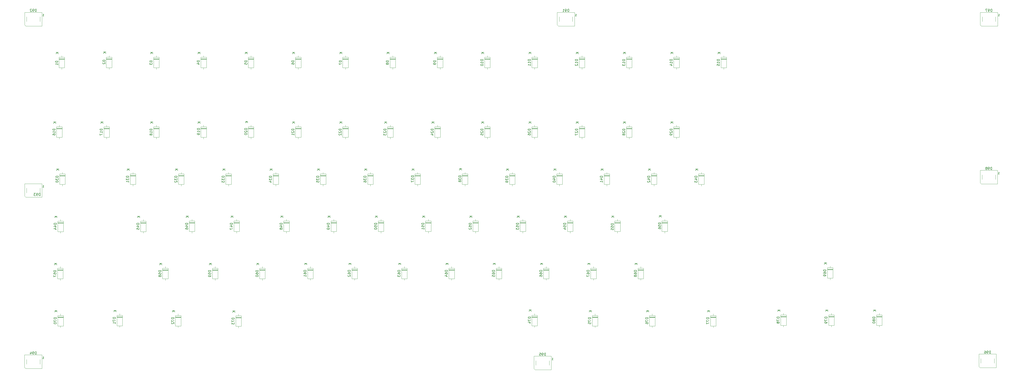
<source format=gbr>
%TF.GenerationSoftware,KiCad,Pcbnew,9.0.2*%
%TF.CreationDate,2025-06-29T16:27:35+05:30*%
%TF.ProjectId,Mechatron Schematic,4d656368-6174-4726-9f6e-20536368656d,rev?*%
%TF.SameCoordinates,Original*%
%TF.FileFunction,Legend,Bot*%
%TF.FilePolarity,Positive*%
%FSLAX46Y46*%
G04 Gerber Fmt 4.6, Leading zero omitted, Abs format (unit mm)*
G04 Created by KiCad (PCBNEW 9.0.2) date 2025-06-29 16:27:35*
%MOMM*%
%LPD*%
G01*
G04 APERTURE LIST*
%ADD10C,0.150000*%
%ADD11C,0.120000*%
G04 APERTURE END LIST*
D10*
X161654819Y-233545714D02*
X160654819Y-233545714D01*
X160654819Y-233545714D02*
X160654819Y-233783809D01*
X160654819Y-233783809D02*
X160702438Y-233926666D01*
X160702438Y-233926666D02*
X160797676Y-234021904D01*
X160797676Y-234021904D02*
X160892914Y-234069523D01*
X160892914Y-234069523D02*
X161083390Y-234117142D01*
X161083390Y-234117142D02*
X161226247Y-234117142D01*
X161226247Y-234117142D02*
X161416723Y-234069523D01*
X161416723Y-234069523D02*
X161511961Y-234021904D01*
X161511961Y-234021904D02*
X161607200Y-233926666D01*
X161607200Y-233926666D02*
X161654819Y-233783809D01*
X161654819Y-233783809D02*
X161654819Y-233545714D01*
X160988152Y-234974285D02*
X161654819Y-234974285D01*
X160607200Y-234736190D02*
X161321485Y-234498095D01*
X161321485Y-234498095D02*
X161321485Y-235117142D01*
X160654819Y-235926666D02*
X160654819Y-235736190D01*
X160654819Y-235736190D02*
X160702438Y-235640952D01*
X160702438Y-235640952D02*
X160750057Y-235593333D01*
X160750057Y-235593333D02*
X160892914Y-235498095D01*
X160892914Y-235498095D02*
X161083390Y-235450476D01*
X161083390Y-235450476D02*
X161464342Y-235450476D01*
X161464342Y-235450476D02*
X161559580Y-235498095D01*
X161559580Y-235498095D02*
X161607200Y-235545714D01*
X161607200Y-235545714D02*
X161654819Y-235640952D01*
X161654819Y-235640952D02*
X161654819Y-235831428D01*
X161654819Y-235831428D02*
X161607200Y-235926666D01*
X161607200Y-235926666D02*
X161559580Y-235974285D01*
X161559580Y-235974285D02*
X161464342Y-236021904D01*
X161464342Y-236021904D02*
X161226247Y-236021904D01*
X161226247Y-236021904D02*
X161131009Y-235974285D01*
X161131009Y-235974285D02*
X161083390Y-235926666D01*
X161083390Y-235926666D02*
X161035771Y-235831428D01*
X161035771Y-235831428D02*
X161035771Y-235640952D01*
X161035771Y-235640952D02*
X161083390Y-235545714D01*
X161083390Y-235545714D02*
X161131009Y-235498095D01*
X161131009Y-235498095D02*
X161226247Y-235450476D01*
X161974819Y-230688095D02*
X160974819Y-230688095D01*
X161974819Y-231259523D02*
X161403390Y-230830952D01*
X160974819Y-231259523D02*
X161546247Y-230688095D01*
X142084819Y-233595714D02*
X141084819Y-233595714D01*
X141084819Y-233595714D02*
X141084819Y-233833809D01*
X141084819Y-233833809D02*
X141132438Y-233976666D01*
X141132438Y-233976666D02*
X141227676Y-234071904D01*
X141227676Y-234071904D02*
X141322914Y-234119523D01*
X141322914Y-234119523D02*
X141513390Y-234167142D01*
X141513390Y-234167142D02*
X141656247Y-234167142D01*
X141656247Y-234167142D02*
X141846723Y-234119523D01*
X141846723Y-234119523D02*
X141941961Y-234071904D01*
X141941961Y-234071904D02*
X142037200Y-233976666D01*
X142037200Y-233976666D02*
X142084819Y-233833809D01*
X142084819Y-233833809D02*
X142084819Y-233595714D01*
X141418152Y-235024285D02*
X142084819Y-235024285D01*
X141037200Y-234786190D02*
X141751485Y-234548095D01*
X141751485Y-234548095D02*
X141751485Y-235167142D01*
X141084819Y-236024285D02*
X141084819Y-235548095D01*
X141084819Y-235548095D02*
X141561009Y-235500476D01*
X141561009Y-235500476D02*
X141513390Y-235548095D01*
X141513390Y-235548095D02*
X141465771Y-235643333D01*
X141465771Y-235643333D02*
X141465771Y-235881428D01*
X141465771Y-235881428D02*
X141513390Y-235976666D01*
X141513390Y-235976666D02*
X141561009Y-236024285D01*
X141561009Y-236024285D02*
X141656247Y-236071904D01*
X141656247Y-236071904D02*
X141894342Y-236071904D01*
X141894342Y-236071904D02*
X141989580Y-236024285D01*
X141989580Y-236024285D02*
X142037200Y-235976666D01*
X142037200Y-235976666D02*
X142084819Y-235881428D01*
X142084819Y-235881428D02*
X142084819Y-235643333D01*
X142084819Y-235643333D02*
X142037200Y-235548095D01*
X142037200Y-235548095D02*
X141989580Y-235500476D01*
X142404819Y-230738095D02*
X141404819Y-230738095D01*
X142404819Y-231309523D02*
X141833390Y-230880952D01*
X141404819Y-231309523D02*
X141976247Y-230738095D01*
X356334819Y-195595714D02*
X355334819Y-195595714D01*
X355334819Y-195595714D02*
X355334819Y-195833809D01*
X355334819Y-195833809D02*
X355382438Y-195976666D01*
X355382438Y-195976666D02*
X355477676Y-196071904D01*
X355477676Y-196071904D02*
X355572914Y-196119523D01*
X355572914Y-196119523D02*
X355763390Y-196167142D01*
X355763390Y-196167142D02*
X355906247Y-196167142D01*
X355906247Y-196167142D02*
X356096723Y-196119523D01*
X356096723Y-196119523D02*
X356191961Y-196071904D01*
X356191961Y-196071904D02*
X356287200Y-195976666D01*
X356287200Y-195976666D02*
X356334819Y-195833809D01*
X356334819Y-195833809D02*
X356334819Y-195595714D01*
X355430057Y-196548095D02*
X355382438Y-196595714D01*
X355382438Y-196595714D02*
X355334819Y-196690952D01*
X355334819Y-196690952D02*
X355334819Y-196929047D01*
X355334819Y-196929047D02*
X355382438Y-197024285D01*
X355382438Y-197024285D02*
X355430057Y-197071904D01*
X355430057Y-197071904D02*
X355525295Y-197119523D01*
X355525295Y-197119523D02*
X355620533Y-197119523D01*
X355620533Y-197119523D02*
X355763390Y-197071904D01*
X355763390Y-197071904D02*
X356334819Y-196500476D01*
X356334819Y-196500476D02*
X356334819Y-197119523D01*
X356334819Y-197595714D02*
X356334819Y-197786190D01*
X356334819Y-197786190D02*
X356287200Y-197881428D01*
X356287200Y-197881428D02*
X356239580Y-197929047D01*
X356239580Y-197929047D02*
X356096723Y-198024285D01*
X356096723Y-198024285D02*
X355906247Y-198071904D01*
X355906247Y-198071904D02*
X355525295Y-198071904D01*
X355525295Y-198071904D02*
X355430057Y-198024285D01*
X355430057Y-198024285D02*
X355382438Y-197976666D01*
X355382438Y-197976666D02*
X355334819Y-197881428D01*
X355334819Y-197881428D02*
X355334819Y-197690952D01*
X355334819Y-197690952D02*
X355382438Y-197595714D01*
X355382438Y-197595714D02*
X355430057Y-197548095D01*
X355430057Y-197548095D02*
X355525295Y-197500476D01*
X355525295Y-197500476D02*
X355763390Y-197500476D01*
X355763390Y-197500476D02*
X355858628Y-197548095D01*
X355858628Y-197548095D02*
X355906247Y-197595714D01*
X355906247Y-197595714D02*
X355953866Y-197690952D01*
X355953866Y-197690952D02*
X355953866Y-197881428D01*
X355953866Y-197881428D02*
X355906247Y-197976666D01*
X355906247Y-197976666D02*
X355858628Y-198024285D01*
X355858628Y-198024285D02*
X355763390Y-198071904D01*
X356654819Y-192738095D02*
X355654819Y-192738095D01*
X356654819Y-193309523D02*
X356083390Y-192880952D01*
X355654819Y-193309523D02*
X356226247Y-192738095D01*
X328334819Y-214595714D02*
X327334819Y-214595714D01*
X327334819Y-214595714D02*
X327334819Y-214833809D01*
X327334819Y-214833809D02*
X327382438Y-214976666D01*
X327382438Y-214976666D02*
X327477676Y-215071904D01*
X327477676Y-215071904D02*
X327572914Y-215119523D01*
X327572914Y-215119523D02*
X327763390Y-215167142D01*
X327763390Y-215167142D02*
X327906247Y-215167142D01*
X327906247Y-215167142D02*
X328096723Y-215119523D01*
X328096723Y-215119523D02*
X328191961Y-215071904D01*
X328191961Y-215071904D02*
X328287200Y-214976666D01*
X328287200Y-214976666D02*
X328334819Y-214833809D01*
X328334819Y-214833809D02*
X328334819Y-214595714D01*
X327668152Y-216024285D02*
X328334819Y-216024285D01*
X327287200Y-215786190D02*
X328001485Y-215548095D01*
X328001485Y-215548095D02*
X328001485Y-216167142D01*
X328334819Y-217071904D02*
X328334819Y-216500476D01*
X328334819Y-216786190D02*
X327334819Y-216786190D01*
X327334819Y-216786190D02*
X327477676Y-216690952D01*
X327477676Y-216690952D02*
X327572914Y-216595714D01*
X327572914Y-216595714D02*
X327620533Y-216500476D01*
X328654819Y-211738095D02*
X327654819Y-211738095D01*
X328654819Y-212309523D02*
X328083390Y-211880952D01*
X327654819Y-212309523D02*
X328226247Y-211738095D01*
X204334819Y-168071905D02*
X203334819Y-168071905D01*
X203334819Y-168071905D02*
X203334819Y-168310000D01*
X203334819Y-168310000D02*
X203382438Y-168452857D01*
X203382438Y-168452857D02*
X203477676Y-168548095D01*
X203477676Y-168548095D02*
X203572914Y-168595714D01*
X203572914Y-168595714D02*
X203763390Y-168643333D01*
X203763390Y-168643333D02*
X203906247Y-168643333D01*
X203906247Y-168643333D02*
X204096723Y-168595714D01*
X204096723Y-168595714D02*
X204191961Y-168548095D01*
X204191961Y-168548095D02*
X204287200Y-168452857D01*
X204287200Y-168452857D02*
X204334819Y-168310000D01*
X204334819Y-168310000D02*
X204334819Y-168071905D01*
X203334819Y-169500476D02*
X203334819Y-169310000D01*
X203334819Y-169310000D02*
X203382438Y-169214762D01*
X203382438Y-169214762D02*
X203430057Y-169167143D01*
X203430057Y-169167143D02*
X203572914Y-169071905D01*
X203572914Y-169071905D02*
X203763390Y-169024286D01*
X203763390Y-169024286D02*
X204144342Y-169024286D01*
X204144342Y-169024286D02*
X204239580Y-169071905D01*
X204239580Y-169071905D02*
X204287200Y-169119524D01*
X204287200Y-169119524D02*
X204334819Y-169214762D01*
X204334819Y-169214762D02*
X204334819Y-169405238D01*
X204334819Y-169405238D02*
X204287200Y-169500476D01*
X204287200Y-169500476D02*
X204239580Y-169548095D01*
X204239580Y-169548095D02*
X204144342Y-169595714D01*
X204144342Y-169595714D02*
X203906247Y-169595714D01*
X203906247Y-169595714D02*
X203811009Y-169548095D01*
X203811009Y-169548095D02*
X203763390Y-169500476D01*
X203763390Y-169500476D02*
X203715771Y-169405238D01*
X203715771Y-169405238D02*
X203715771Y-169214762D01*
X203715771Y-169214762D02*
X203763390Y-169119524D01*
X203763390Y-169119524D02*
X203811009Y-169071905D01*
X203811009Y-169071905D02*
X203906247Y-169024286D01*
X204654819Y-164738095D02*
X203654819Y-164738095D01*
X204654819Y-165309523D02*
X204083390Y-164880952D01*
X203654819Y-165309523D02*
X204226247Y-164738095D01*
X214334819Y-214595714D02*
X213334819Y-214595714D01*
X213334819Y-214595714D02*
X213334819Y-214833809D01*
X213334819Y-214833809D02*
X213382438Y-214976666D01*
X213382438Y-214976666D02*
X213477676Y-215071904D01*
X213477676Y-215071904D02*
X213572914Y-215119523D01*
X213572914Y-215119523D02*
X213763390Y-215167142D01*
X213763390Y-215167142D02*
X213906247Y-215167142D01*
X213906247Y-215167142D02*
X214096723Y-215119523D01*
X214096723Y-215119523D02*
X214191961Y-215071904D01*
X214191961Y-215071904D02*
X214287200Y-214976666D01*
X214287200Y-214976666D02*
X214334819Y-214833809D01*
X214334819Y-214833809D02*
X214334819Y-214595714D01*
X213334819Y-215500476D02*
X213334819Y-216119523D01*
X213334819Y-216119523D02*
X213715771Y-215786190D01*
X213715771Y-215786190D02*
X213715771Y-215929047D01*
X213715771Y-215929047D02*
X213763390Y-216024285D01*
X213763390Y-216024285D02*
X213811009Y-216071904D01*
X213811009Y-216071904D02*
X213906247Y-216119523D01*
X213906247Y-216119523D02*
X214144342Y-216119523D01*
X214144342Y-216119523D02*
X214239580Y-216071904D01*
X214239580Y-216071904D02*
X214287200Y-216024285D01*
X214287200Y-216024285D02*
X214334819Y-215929047D01*
X214334819Y-215929047D02*
X214334819Y-215643333D01*
X214334819Y-215643333D02*
X214287200Y-215548095D01*
X214287200Y-215548095D02*
X214239580Y-215500476D01*
X213334819Y-217024285D02*
X213334819Y-216548095D01*
X213334819Y-216548095D02*
X213811009Y-216500476D01*
X213811009Y-216500476D02*
X213763390Y-216548095D01*
X213763390Y-216548095D02*
X213715771Y-216643333D01*
X213715771Y-216643333D02*
X213715771Y-216881428D01*
X213715771Y-216881428D02*
X213763390Y-216976666D01*
X213763390Y-216976666D02*
X213811009Y-217024285D01*
X213811009Y-217024285D02*
X213906247Y-217071904D01*
X213906247Y-217071904D02*
X214144342Y-217071904D01*
X214144342Y-217071904D02*
X214239580Y-217024285D01*
X214239580Y-217024285D02*
X214287200Y-216976666D01*
X214287200Y-216976666D02*
X214334819Y-216881428D01*
X214334819Y-216881428D02*
X214334819Y-216643333D01*
X214334819Y-216643333D02*
X214287200Y-216548095D01*
X214287200Y-216548095D02*
X214239580Y-216500476D01*
X214654819Y-211738095D02*
X213654819Y-211738095D01*
X214654819Y-212309523D02*
X214083390Y-211880952D01*
X213654819Y-212309523D02*
X214226247Y-211738095D01*
X109584819Y-214595714D02*
X108584819Y-214595714D01*
X108584819Y-214595714D02*
X108584819Y-214833809D01*
X108584819Y-214833809D02*
X108632438Y-214976666D01*
X108632438Y-214976666D02*
X108727676Y-215071904D01*
X108727676Y-215071904D02*
X108822914Y-215119523D01*
X108822914Y-215119523D02*
X109013390Y-215167142D01*
X109013390Y-215167142D02*
X109156247Y-215167142D01*
X109156247Y-215167142D02*
X109346723Y-215119523D01*
X109346723Y-215119523D02*
X109441961Y-215071904D01*
X109441961Y-215071904D02*
X109537200Y-214976666D01*
X109537200Y-214976666D02*
X109584819Y-214833809D01*
X109584819Y-214833809D02*
X109584819Y-214595714D01*
X108584819Y-215500476D02*
X108584819Y-216119523D01*
X108584819Y-216119523D02*
X108965771Y-215786190D01*
X108965771Y-215786190D02*
X108965771Y-215929047D01*
X108965771Y-215929047D02*
X109013390Y-216024285D01*
X109013390Y-216024285D02*
X109061009Y-216071904D01*
X109061009Y-216071904D02*
X109156247Y-216119523D01*
X109156247Y-216119523D02*
X109394342Y-216119523D01*
X109394342Y-216119523D02*
X109489580Y-216071904D01*
X109489580Y-216071904D02*
X109537200Y-216024285D01*
X109537200Y-216024285D02*
X109584819Y-215929047D01*
X109584819Y-215929047D02*
X109584819Y-215643333D01*
X109584819Y-215643333D02*
X109537200Y-215548095D01*
X109537200Y-215548095D02*
X109489580Y-215500476D01*
X108584819Y-216738571D02*
X108584819Y-216833809D01*
X108584819Y-216833809D02*
X108632438Y-216929047D01*
X108632438Y-216929047D02*
X108680057Y-216976666D01*
X108680057Y-216976666D02*
X108775295Y-217024285D01*
X108775295Y-217024285D02*
X108965771Y-217071904D01*
X108965771Y-217071904D02*
X109203866Y-217071904D01*
X109203866Y-217071904D02*
X109394342Y-217024285D01*
X109394342Y-217024285D02*
X109489580Y-216976666D01*
X109489580Y-216976666D02*
X109537200Y-216929047D01*
X109537200Y-216929047D02*
X109584819Y-216833809D01*
X109584819Y-216833809D02*
X109584819Y-216738571D01*
X109584819Y-216738571D02*
X109537200Y-216643333D01*
X109537200Y-216643333D02*
X109489580Y-216595714D01*
X109489580Y-216595714D02*
X109394342Y-216548095D01*
X109394342Y-216548095D02*
X109203866Y-216500476D01*
X109203866Y-216500476D02*
X108965771Y-216500476D01*
X108965771Y-216500476D02*
X108775295Y-216548095D01*
X108775295Y-216548095D02*
X108680057Y-216595714D01*
X108680057Y-216595714D02*
X108632438Y-216643333D01*
X108632438Y-216643333D02*
X108584819Y-216738571D01*
X109904819Y-211738095D02*
X108904819Y-211738095D01*
X109904819Y-212309523D02*
X109333390Y-211880952D01*
X108904819Y-212309523D02*
X109476247Y-211738095D01*
X128454819Y-167881905D02*
X127454819Y-167881905D01*
X127454819Y-167881905D02*
X127454819Y-168120000D01*
X127454819Y-168120000D02*
X127502438Y-168262857D01*
X127502438Y-168262857D02*
X127597676Y-168358095D01*
X127597676Y-168358095D02*
X127692914Y-168405714D01*
X127692914Y-168405714D02*
X127883390Y-168453333D01*
X127883390Y-168453333D02*
X128026247Y-168453333D01*
X128026247Y-168453333D02*
X128216723Y-168405714D01*
X128216723Y-168405714D02*
X128311961Y-168358095D01*
X128311961Y-168358095D02*
X128407200Y-168262857D01*
X128407200Y-168262857D02*
X128454819Y-168120000D01*
X128454819Y-168120000D02*
X128454819Y-167881905D01*
X127550057Y-168834286D02*
X127502438Y-168881905D01*
X127502438Y-168881905D02*
X127454819Y-168977143D01*
X127454819Y-168977143D02*
X127454819Y-169215238D01*
X127454819Y-169215238D02*
X127502438Y-169310476D01*
X127502438Y-169310476D02*
X127550057Y-169358095D01*
X127550057Y-169358095D02*
X127645295Y-169405714D01*
X127645295Y-169405714D02*
X127740533Y-169405714D01*
X127740533Y-169405714D02*
X127883390Y-169358095D01*
X127883390Y-169358095D02*
X128454819Y-168786667D01*
X128454819Y-168786667D02*
X128454819Y-169405714D01*
X128774819Y-164548095D02*
X127774819Y-164548095D01*
X128774819Y-165119523D02*
X128203390Y-164690952D01*
X127774819Y-165119523D02*
X128346247Y-164548095D01*
X147334819Y-168071905D02*
X146334819Y-168071905D01*
X146334819Y-168071905D02*
X146334819Y-168310000D01*
X146334819Y-168310000D02*
X146382438Y-168452857D01*
X146382438Y-168452857D02*
X146477676Y-168548095D01*
X146477676Y-168548095D02*
X146572914Y-168595714D01*
X146572914Y-168595714D02*
X146763390Y-168643333D01*
X146763390Y-168643333D02*
X146906247Y-168643333D01*
X146906247Y-168643333D02*
X147096723Y-168595714D01*
X147096723Y-168595714D02*
X147191961Y-168548095D01*
X147191961Y-168548095D02*
X147287200Y-168452857D01*
X147287200Y-168452857D02*
X147334819Y-168310000D01*
X147334819Y-168310000D02*
X147334819Y-168071905D01*
X146334819Y-168976667D02*
X146334819Y-169595714D01*
X146334819Y-169595714D02*
X146715771Y-169262381D01*
X146715771Y-169262381D02*
X146715771Y-169405238D01*
X146715771Y-169405238D02*
X146763390Y-169500476D01*
X146763390Y-169500476D02*
X146811009Y-169548095D01*
X146811009Y-169548095D02*
X146906247Y-169595714D01*
X146906247Y-169595714D02*
X147144342Y-169595714D01*
X147144342Y-169595714D02*
X147239580Y-169548095D01*
X147239580Y-169548095D02*
X147287200Y-169500476D01*
X147287200Y-169500476D02*
X147334819Y-169405238D01*
X147334819Y-169405238D02*
X147334819Y-169119524D01*
X147334819Y-169119524D02*
X147287200Y-169024286D01*
X147287200Y-169024286D02*
X147239580Y-168976667D01*
X147654819Y-164738095D02*
X146654819Y-164738095D01*
X147654819Y-165309523D02*
X147083390Y-164880952D01*
X146654819Y-165309523D02*
X147226247Y-164738095D01*
X418084819Y-252345714D02*
X417084819Y-252345714D01*
X417084819Y-252345714D02*
X417084819Y-252583809D01*
X417084819Y-252583809D02*
X417132438Y-252726666D01*
X417132438Y-252726666D02*
X417227676Y-252821904D01*
X417227676Y-252821904D02*
X417322914Y-252869523D01*
X417322914Y-252869523D02*
X417513390Y-252917142D01*
X417513390Y-252917142D02*
X417656247Y-252917142D01*
X417656247Y-252917142D02*
X417846723Y-252869523D01*
X417846723Y-252869523D02*
X417941961Y-252821904D01*
X417941961Y-252821904D02*
X418037200Y-252726666D01*
X418037200Y-252726666D02*
X418084819Y-252583809D01*
X418084819Y-252583809D02*
X418084819Y-252345714D01*
X417084819Y-253774285D02*
X417084819Y-253583809D01*
X417084819Y-253583809D02*
X417132438Y-253488571D01*
X417132438Y-253488571D02*
X417180057Y-253440952D01*
X417180057Y-253440952D02*
X417322914Y-253345714D01*
X417322914Y-253345714D02*
X417513390Y-253298095D01*
X417513390Y-253298095D02*
X417894342Y-253298095D01*
X417894342Y-253298095D02*
X417989580Y-253345714D01*
X417989580Y-253345714D02*
X418037200Y-253393333D01*
X418037200Y-253393333D02*
X418084819Y-253488571D01*
X418084819Y-253488571D02*
X418084819Y-253679047D01*
X418084819Y-253679047D02*
X418037200Y-253774285D01*
X418037200Y-253774285D02*
X417989580Y-253821904D01*
X417989580Y-253821904D02*
X417894342Y-253869523D01*
X417894342Y-253869523D02*
X417656247Y-253869523D01*
X417656247Y-253869523D02*
X417561009Y-253821904D01*
X417561009Y-253821904D02*
X417513390Y-253774285D01*
X417513390Y-253774285D02*
X417465771Y-253679047D01*
X417465771Y-253679047D02*
X417465771Y-253488571D01*
X417465771Y-253488571D02*
X417513390Y-253393333D01*
X417513390Y-253393333D02*
X417561009Y-253345714D01*
X417561009Y-253345714D02*
X417656247Y-253298095D01*
X418084819Y-254345714D02*
X418084819Y-254536190D01*
X418084819Y-254536190D02*
X418037200Y-254631428D01*
X418037200Y-254631428D02*
X417989580Y-254679047D01*
X417989580Y-254679047D02*
X417846723Y-254774285D01*
X417846723Y-254774285D02*
X417656247Y-254821904D01*
X417656247Y-254821904D02*
X417275295Y-254821904D01*
X417275295Y-254821904D02*
X417180057Y-254774285D01*
X417180057Y-254774285D02*
X417132438Y-254726666D01*
X417132438Y-254726666D02*
X417084819Y-254631428D01*
X417084819Y-254631428D02*
X417084819Y-254440952D01*
X417084819Y-254440952D02*
X417132438Y-254345714D01*
X417132438Y-254345714D02*
X417180057Y-254298095D01*
X417180057Y-254298095D02*
X417275295Y-254250476D01*
X417275295Y-254250476D02*
X417513390Y-254250476D01*
X417513390Y-254250476D02*
X417608628Y-254298095D01*
X417608628Y-254298095D02*
X417656247Y-254345714D01*
X417656247Y-254345714D02*
X417703866Y-254440952D01*
X417703866Y-254440952D02*
X417703866Y-254631428D01*
X417703866Y-254631428D02*
X417656247Y-254726666D01*
X417656247Y-254726666D02*
X417608628Y-254774285D01*
X417608628Y-254774285D02*
X417513390Y-254821904D01*
X418404819Y-249488095D02*
X417404819Y-249488095D01*
X418404819Y-250059523D02*
X417833390Y-249630952D01*
X417404819Y-250059523D02*
X417976247Y-249488095D01*
X157334819Y-214595714D02*
X156334819Y-214595714D01*
X156334819Y-214595714D02*
X156334819Y-214833809D01*
X156334819Y-214833809D02*
X156382438Y-214976666D01*
X156382438Y-214976666D02*
X156477676Y-215071904D01*
X156477676Y-215071904D02*
X156572914Y-215119523D01*
X156572914Y-215119523D02*
X156763390Y-215167142D01*
X156763390Y-215167142D02*
X156906247Y-215167142D01*
X156906247Y-215167142D02*
X157096723Y-215119523D01*
X157096723Y-215119523D02*
X157191961Y-215071904D01*
X157191961Y-215071904D02*
X157287200Y-214976666D01*
X157287200Y-214976666D02*
X157334819Y-214833809D01*
X157334819Y-214833809D02*
X157334819Y-214595714D01*
X156334819Y-215500476D02*
X156334819Y-216119523D01*
X156334819Y-216119523D02*
X156715771Y-215786190D01*
X156715771Y-215786190D02*
X156715771Y-215929047D01*
X156715771Y-215929047D02*
X156763390Y-216024285D01*
X156763390Y-216024285D02*
X156811009Y-216071904D01*
X156811009Y-216071904D02*
X156906247Y-216119523D01*
X156906247Y-216119523D02*
X157144342Y-216119523D01*
X157144342Y-216119523D02*
X157239580Y-216071904D01*
X157239580Y-216071904D02*
X157287200Y-216024285D01*
X157287200Y-216024285D02*
X157334819Y-215929047D01*
X157334819Y-215929047D02*
X157334819Y-215643333D01*
X157334819Y-215643333D02*
X157287200Y-215548095D01*
X157287200Y-215548095D02*
X157239580Y-215500476D01*
X156430057Y-216500476D02*
X156382438Y-216548095D01*
X156382438Y-216548095D02*
X156334819Y-216643333D01*
X156334819Y-216643333D02*
X156334819Y-216881428D01*
X156334819Y-216881428D02*
X156382438Y-216976666D01*
X156382438Y-216976666D02*
X156430057Y-217024285D01*
X156430057Y-217024285D02*
X156525295Y-217071904D01*
X156525295Y-217071904D02*
X156620533Y-217071904D01*
X156620533Y-217071904D02*
X156763390Y-217024285D01*
X156763390Y-217024285D02*
X157334819Y-216452857D01*
X157334819Y-216452857D02*
X157334819Y-217071904D01*
X157654819Y-211738095D02*
X156654819Y-211738095D01*
X157654819Y-212309523D02*
X157083390Y-211880952D01*
X156654819Y-212309523D02*
X157226247Y-211738095D01*
X271454819Y-214405714D02*
X270454819Y-214405714D01*
X270454819Y-214405714D02*
X270454819Y-214643809D01*
X270454819Y-214643809D02*
X270502438Y-214786666D01*
X270502438Y-214786666D02*
X270597676Y-214881904D01*
X270597676Y-214881904D02*
X270692914Y-214929523D01*
X270692914Y-214929523D02*
X270883390Y-214977142D01*
X270883390Y-214977142D02*
X271026247Y-214977142D01*
X271026247Y-214977142D02*
X271216723Y-214929523D01*
X271216723Y-214929523D02*
X271311961Y-214881904D01*
X271311961Y-214881904D02*
X271407200Y-214786666D01*
X271407200Y-214786666D02*
X271454819Y-214643809D01*
X271454819Y-214643809D02*
X271454819Y-214405714D01*
X270454819Y-215310476D02*
X270454819Y-215929523D01*
X270454819Y-215929523D02*
X270835771Y-215596190D01*
X270835771Y-215596190D02*
X270835771Y-215739047D01*
X270835771Y-215739047D02*
X270883390Y-215834285D01*
X270883390Y-215834285D02*
X270931009Y-215881904D01*
X270931009Y-215881904D02*
X271026247Y-215929523D01*
X271026247Y-215929523D02*
X271264342Y-215929523D01*
X271264342Y-215929523D02*
X271359580Y-215881904D01*
X271359580Y-215881904D02*
X271407200Y-215834285D01*
X271407200Y-215834285D02*
X271454819Y-215739047D01*
X271454819Y-215739047D02*
X271454819Y-215453333D01*
X271454819Y-215453333D02*
X271407200Y-215358095D01*
X271407200Y-215358095D02*
X271359580Y-215310476D01*
X270883390Y-216500952D02*
X270835771Y-216405714D01*
X270835771Y-216405714D02*
X270788152Y-216358095D01*
X270788152Y-216358095D02*
X270692914Y-216310476D01*
X270692914Y-216310476D02*
X270645295Y-216310476D01*
X270645295Y-216310476D02*
X270550057Y-216358095D01*
X270550057Y-216358095D02*
X270502438Y-216405714D01*
X270502438Y-216405714D02*
X270454819Y-216500952D01*
X270454819Y-216500952D02*
X270454819Y-216691428D01*
X270454819Y-216691428D02*
X270502438Y-216786666D01*
X270502438Y-216786666D02*
X270550057Y-216834285D01*
X270550057Y-216834285D02*
X270645295Y-216881904D01*
X270645295Y-216881904D02*
X270692914Y-216881904D01*
X270692914Y-216881904D02*
X270788152Y-216834285D01*
X270788152Y-216834285D02*
X270835771Y-216786666D01*
X270835771Y-216786666D02*
X270883390Y-216691428D01*
X270883390Y-216691428D02*
X270883390Y-216500952D01*
X270883390Y-216500952D02*
X270931009Y-216405714D01*
X270931009Y-216405714D02*
X270978628Y-216358095D01*
X270978628Y-216358095D02*
X271073866Y-216310476D01*
X271073866Y-216310476D02*
X271264342Y-216310476D01*
X271264342Y-216310476D02*
X271359580Y-216358095D01*
X271359580Y-216358095D02*
X271407200Y-216405714D01*
X271407200Y-216405714D02*
X271454819Y-216500952D01*
X271454819Y-216500952D02*
X271454819Y-216691428D01*
X271454819Y-216691428D02*
X271407200Y-216786666D01*
X271407200Y-216786666D02*
X271359580Y-216834285D01*
X271359580Y-216834285D02*
X271264342Y-216881904D01*
X271264342Y-216881904D02*
X271073866Y-216881904D01*
X271073866Y-216881904D02*
X270978628Y-216834285D01*
X270978628Y-216834285D02*
X270931009Y-216786666D01*
X270931009Y-216786666D02*
X270883390Y-216691428D01*
X271774819Y-211548095D02*
X270774819Y-211548095D01*
X271774819Y-212119523D02*
X271203390Y-211690952D01*
X270774819Y-212119523D02*
X271346247Y-211548095D01*
X299334819Y-195595714D02*
X298334819Y-195595714D01*
X298334819Y-195595714D02*
X298334819Y-195833809D01*
X298334819Y-195833809D02*
X298382438Y-195976666D01*
X298382438Y-195976666D02*
X298477676Y-196071904D01*
X298477676Y-196071904D02*
X298572914Y-196119523D01*
X298572914Y-196119523D02*
X298763390Y-196167142D01*
X298763390Y-196167142D02*
X298906247Y-196167142D01*
X298906247Y-196167142D02*
X299096723Y-196119523D01*
X299096723Y-196119523D02*
X299191961Y-196071904D01*
X299191961Y-196071904D02*
X299287200Y-195976666D01*
X299287200Y-195976666D02*
X299334819Y-195833809D01*
X299334819Y-195833809D02*
X299334819Y-195595714D01*
X298430057Y-196548095D02*
X298382438Y-196595714D01*
X298382438Y-196595714D02*
X298334819Y-196690952D01*
X298334819Y-196690952D02*
X298334819Y-196929047D01*
X298334819Y-196929047D02*
X298382438Y-197024285D01*
X298382438Y-197024285D02*
X298430057Y-197071904D01*
X298430057Y-197071904D02*
X298525295Y-197119523D01*
X298525295Y-197119523D02*
X298620533Y-197119523D01*
X298620533Y-197119523D02*
X298763390Y-197071904D01*
X298763390Y-197071904D02*
X299334819Y-196500476D01*
X299334819Y-196500476D02*
X299334819Y-197119523D01*
X298334819Y-197976666D02*
X298334819Y-197786190D01*
X298334819Y-197786190D02*
X298382438Y-197690952D01*
X298382438Y-197690952D02*
X298430057Y-197643333D01*
X298430057Y-197643333D02*
X298572914Y-197548095D01*
X298572914Y-197548095D02*
X298763390Y-197500476D01*
X298763390Y-197500476D02*
X299144342Y-197500476D01*
X299144342Y-197500476D02*
X299239580Y-197548095D01*
X299239580Y-197548095D02*
X299287200Y-197595714D01*
X299287200Y-197595714D02*
X299334819Y-197690952D01*
X299334819Y-197690952D02*
X299334819Y-197881428D01*
X299334819Y-197881428D02*
X299287200Y-197976666D01*
X299287200Y-197976666D02*
X299239580Y-198024285D01*
X299239580Y-198024285D02*
X299144342Y-198071904D01*
X299144342Y-198071904D02*
X298906247Y-198071904D01*
X298906247Y-198071904D02*
X298811009Y-198024285D01*
X298811009Y-198024285D02*
X298763390Y-197976666D01*
X298763390Y-197976666D02*
X298715771Y-197881428D01*
X298715771Y-197881428D02*
X298715771Y-197690952D01*
X298715771Y-197690952D02*
X298763390Y-197595714D01*
X298763390Y-197595714D02*
X298811009Y-197548095D01*
X298811009Y-197548095D02*
X298906247Y-197500476D01*
X299654819Y-192738095D02*
X298654819Y-192738095D01*
X299654819Y-193309523D02*
X299083390Y-192880952D01*
X298654819Y-193309523D02*
X299226247Y-192738095D01*
X252454819Y-214405714D02*
X251454819Y-214405714D01*
X251454819Y-214405714D02*
X251454819Y-214643809D01*
X251454819Y-214643809D02*
X251502438Y-214786666D01*
X251502438Y-214786666D02*
X251597676Y-214881904D01*
X251597676Y-214881904D02*
X251692914Y-214929523D01*
X251692914Y-214929523D02*
X251883390Y-214977142D01*
X251883390Y-214977142D02*
X252026247Y-214977142D01*
X252026247Y-214977142D02*
X252216723Y-214929523D01*
X252216723Y-214929523D02*
X252311961Y-214881904D01*
X252311961Y-214881904D02*
X252407200Y-214786666D01*
X252407200Y-214786666D02*
X252454819Y-214643809D01*
X252454819Y-214643809D02*
X252454819Y-214405714D01*
X251454819Y-215310476D02*
X251454819Y-215929523D01*
X251454819Y-215929523D02*
X251835771Y-215596190D01*
X251835771Y-215596190D02*
X251835771Y-215739047D01*
X251835771Y-215739047D02*
X251883390Y-215834285D01*
X251883390Y-215834285D02*
X251931009Y-215881904D01*
X251931009Y-215881904D02*
X252026247Y-215929523D01*
X252026247Y-215929523D02*
X252264342Y-215929523D01*
X252264342Y-215929523D02*
X252359580Y-215881904D01*
X252359580Y-215881904D02*
X252407200Y-215834285D01*
X252407200Y-215834285D02*
X252454819Y-215739047D01*
X252454819Y-215739047D02*
X252454819Y-215453333D01*
X252454819Y-215453333D02*
X252407200Y-215358095D01*
X252407200Y-215358095D02*
X252359580Y-215310476D01*
X251454819Y-216262857D02*
X251454819Y-216929523D01*
X251454819Y-216929523D02*
X252454819Y-216500952D01*
X252654819Y-211738095D02*
X251654819Y-211738095D01*
X252654819Y-212309523D02*
X252083390Y-211880952D01*
X251654819Y-212309523D02*
X252226247Y-211738095D01*
X204334819Y-195595714D02*
X203334819Y-195595714D01*
X203334819Y-195595714D02*
X203334819Y-195833809D01*
X203334819Y-195833809D02*
X203382438Y-195976666D01*
X203382438Y-195976666D02*
X203477676Y-196071904D01*
X203477676Y-196071904D02*
X203572914Y-196119523D01*
X203572914Y-196119523D02*
X203763390Y-196167142D01*
X203763390Y-196167142D02*
X203906247Y-196167142D01*
X203906247Y-196167142D02*
X204096723Y-196119523D01*
X204096723Y-196119523D02*
X204191961Y-196071904D01*
X204191961Y-196071904D02*
X204287200Y-195976666D01*
X204287200Y-195976666D02*
X204334819Y-195833809D01*
X204334819Y-195833809D02*
X204334819Y-195595714D01*
X203430057Y-196548095D02*
X203382438Y-196595714D01*
X203382438Y-196595714D02*
X203334819Y-196690952D01*
X203334819Y-196690952D02*
X203334819Y-196929047D01*
X203334819Y-196929047D02*
X203382438Y-197024285D01*
X203382438Y-197024285D02*
X203430057Y-197071904D01*
X203430057Y-197071904D02*
X203525295Y-197119523D01*
X203525295Y-197119523D02*
X203620533Y-197119523D01*
X203620533Y-197119523D02*
X203763390Y-197071904D01*
X203763390Y-197071904D02*
X204334819Y-196500476D01*
X204334819Y-196500476D02*
X204334819Y-197119523D01*
X204334819Y-198071904D02*
X204334819Y-197500476D01*
X204334819Y-197786190D02*
X203334819Y-197786190D01*
X203334819Y-197786190D02*
X203477676Y-197690952D01*
X203477676Y-197690952D02*
X203572914Y-197595714D01*
X203572914Y-197595714D02*
X203620533Y-197500476D01*
X204654819Y-192738095D02*
X203654819Y-192738095D01*
X204654819Y-193309523D02*
X204083390Y-192880952D01*
X203654819Y-193309523D02*
X204226247Y-192738095D01*
X209234819Y-252560714D02*
X208234819Y-252560714D01*
X208234819Y-252560714D02*
X208234819Y-252798809D01*
X208234819Y-252798809D02*
X208282438Y-252941666D01*
X208282438Y-252941666D02*
X208377676Y-253036904D01*
X208377676Y-253036904D02*
X208472914Y-253084523D01*
X208472914Y-253084523D02*
X208663390Y-253132142D01*
X208663390Y-253132142D02*
X208806247Y-253132142D01*
X208806247Y-253132142D02*
X208996723Y-253084523D01*
X208996723Y-253084523D02*
X209091961Y-253036904D01*
X209091961Y-253036904D02*
X209187200Y-252941666D01*
X209187200Y-252941666D02*
X209234819Y-252798809D01*
X209234819Y-252798809D02*
X209234819Y-252560714D01*
X208234819Y-253989285D02*
X208234819Y-253798809D01*
X208234819Y-253798809D02*
X208282438Y-253703571D01*
X208282438Y-253703571D02*
X208330057Y-253655952D01*
X208330057Y-253655952D02*
X208472914Y-253560714D01*
X208472914Y-253560714D02*
X208663390Y-253513095D01*
X208663390Y-253513095D02*
X209044342Y-253513095D01*
X209044342Y-253513095D02*
X209139580Y-253560714D01*
X209139580Y-253560714D02*
X209187200Y-253608333D01*
X209187200Y-253608333D02*
X209234819Y-253703571D01*
X209234819Y-253703571D02*
X209234819Y-253894047D01*
X209234819Y-253894047D02*
X209187200Y-253989285D01*
X209187200Y-253989285D02*
X209139580Y-254036904D01*
X209139580Y-254036904D02*
X209044342Y-254084523D01*
X209044342Y-254084523D02*
X208806247Y-254084523D01*
X208806247Y-254084523D02*
X208711009Y-254036904D01*
X208711009Y-254036904D02*
X208663390Y-253989285D01*
X208663390Y-253989285D02*
X208615771Y-253894047D01*
X208615771Y-253894047D02*
X208615771Y-253703571D01*
X208615771Y-253703571D02*
X208663390Y-253608333D01*
X208663390Y-253608333D02*
X208711009Y-253560714D01*
X208711009Y-253560714D02*
X208806247Y-253513095D01*
X209234819Y-255036904D02*
X209234819Y-254465476D01*
X209234819Y-254751190D02*
X208234819Y-254751190D01*
X208234819Y-254751190D02*
X208377676Y-254655952D01*
X208377676Y-254655952D02*
X208472914Y-254560714D01*
X208472914Y-254560714D02*
X208520533Y-254465476D01*
X209554819Y-249703095D02*
X208554819Y-249703095D01*
X209554819Y-250274523D02*
X208983390Y-249845952D01*
X208554819Y-250274523D02*
X209126247Y-249703095D01*
X166334819Y-168071905D02*
X165334819Y-168071905D01*
X165334819Y-168071905D02*
X165334819Y-168310000D01*
X165334819Y-168310000D02*
X165382438Y-168452857D01*
X165382438Y-168452857D02*
X165477676Y-168548095D01*
X165477676Y-168548095D02*
X165572914Y-168595714D01*
X165572914Y-168595714D02*
X165763390Y-168643333D01*
X165763390Y-168643333D02*
X165906247Y-168643333D01*
X165906247Y-168643333D02*
X166096723Y-168595714D01*
X166096723Y-168595714D02*
X166191961Y-168548095D01*
X166191961Y-168548095D02*
X166287200Y-168452857D01*
X166287200Y-168452857D02*
X166334819Y-168310000D01*
X166334819Y-168310000D02*
X166334819Y-168071905D01*
X165668152Y-169500476D02*
X166334819Y-169500476D01*
X165287200Y-169262381D02*
X166001485Y-169024286D01*
X166001485Y-169024286D02*
X166001485Y-169643333D01*
X166654819Y-164738095D02*
X165654819Y-164738095D01*
X166654819Y-165309523D02*
X166083390Y-164880952D01*
X165654819Y-165309523D02*
X166226247Y-164738095D01*
X223334819Y-195595714D02*
X222334819Y-195595714D01*
X222334819Y-195595714D02*
X222334819Y-195833809D01*
X222334819Y-195833809D02*
X222382438Y-195976666D01*
X222382438Y-195976666D02*
X222477676Y-196071904D01*
X222477676Y-196071904D02*
X222572914Y-196119523D01*
X222572914Y-196119523D02*
X222763390Y-196167142D01*
X222763390Y-196167142D02*
X222906247Y-196167142D01*
X222906247Y-196167142D02*
X223096723Y-196119523D01*
X223096723Y-196119523D02*
X223191961Y-196071904D01*
X223191961Y-196071904D02*
X223287200Y-195976666D01*
X223287200Y-195976666D02*
X223334819Y-195833809D01*
X223334819Y-195833809D02*
X223334819Y-195595714D01*
X222430057Y-196548095D02*
X222382438Y-196595714D01*
X222382438Y-196595714D02*
X222334819Y-196690952D01*
X222334819Y-196690952D02*
X222334819Y-196929047D01*
X222334819Y-196929047D02*
X222382438Y-197024285D01*
X222382438Y-197024285D02*
X222430057Y-197071904D01*
X222430057Y-197071904D02*
X222525295Y-197119523D01*
X222525295Y-197119523D02*
X222620533Y-197119523D01*
X222620533Y-197119523D02*
X222763390Y-197071904D01*
X222763390Y-197071904D02*
X223334819Y-196500476D01*
X223334819Y-196500476D02*
X223334819Y-197119523D01*
X222430057Y-197500476D02*
X222382438Y-197548095D01*
X222382438Y-197548095D02*
X222334819Y-197643333D01*
X222334819Y-197643333D02*
X222334819Y-197881428D01*
X222334819Y-197881428D02*
X222382438Y-197976666D01*
X222382438Y-197976666D02*
X222430057Y-198024285D01*
X222430057Y-198024285D02*
X222525295Y-198071904D01*
X222525295Y-198071904D02*
X222620533Y-198071904D01*
X222620533Y-198071904D02*
X222763390Y-198024285D01*
X222763390Y-198024285D02*
X223334819Y-197452857D01*
X223334819Y-197452857D02*
X223334819Y-198071904D01*
X223654819Y-192738095D02*
X222654819Y-192738095D01*
X223654819Y-193309523D02*
X223083390Y-192880952D01*
X222654819Y-193309523D02*
X223226247Y-192738095D01*
X127334819Y-195595714D02*
X126334819Y-195595714D01*
X126334819Y-195595714D02*
X126334819Y-195833809D01*
X126334819Y-195833809D02*
X126382438Y-195976666D01*
X126382438Y-195976666D02*
X126477676Y-196071904D01*
X126477676Y-196071904D02*
X126572914Y-196119523D01*
X126572914Y-196119523D02*
X126763390Y-196167142D01*
X126763390Y-196167142D02*
X126906247Y-196167142D01*
X126906247Y-196167142D02*
X127096723Y-196119523D01*
X127096723Y-196119523D02*
X127191961Y-196071904D01*
X127191961Y-196071904D02*
X127287200Y-195976666D01*
X127287200Y-195976666D02*
X127334819Y-195833809D01*
X127334819Y-195833809D02*
X127334819Y-195595714D01*
X127334819Y-197119523D02*
X127334819Y-196548095D01*
X127334819Y-196833809D02*
X126334819Y-196833809D01*
X126334819Y-196833809D02*
X126477676Y-196738571D01*
X126477676Y-196738571D02*
X126572914Y-196643333D01*
X126572914Y-196643333D02*
X126620533Y-196548095D01*
X126334819Y-197452857D02*
X126334819Y-198119523D01*
X126334819Y-198119523D02*
X127334819Y-197690952D01*
X127654819Y-192738095D02*
X126654819Y-192738095D01*
X127654819Y-193309523D02*
X127083390Y-192880952D01*
X126654819Y-193309523D02*
X127226247Y-192738095D01*
X305414285Y-286804819D02*
X305414285Y-285804819D01*
X305414285Y-285804819D02*
X305176190Y-285804819D01*
X305176190Y-285804819D02*
X305033333Y-285852438D01*
X305033333Y-285852438D02*
X304938095Y-285947676D01*
X304938095Y-285947676D02*
X304890476Y-286042914D01*
X304890476Y-286042914D02*
X304842857Y-286233390D01*
X304842857Y-286233390D02*
X304842857Y-286376247D01*
X304842857Y-286376247D02*
X304890476Y-286566723D01*
X304890476Y-286566723D02*
X304938095Y-286661961D01*
X304938095Y-286661961D02*
X305033333Y-286757200D01*
X305033333Y-286757200D02*
X305176190Y-286804819D01*
X305176190Y-286804819D02*
X305414285Y-286804819D01*
X304366666Y-286804819D02*
X304176190Y-286804819D01*
X304176190Y-286804819D02*
X304080952Y-286757200D01*
X304080952Y-286757200D02*
X304033333Y-286709580D01*
X304033333Y-286709580D02*
X303938095Y-286566723D01*
X303938095Y-286566723D02*
X303890476Y-286376247D01*
X303890476Y-286376247D02*
X303890476Y-285995295D01*
X303890476Y-285995295D02*
X303938095Y-285900057D01*
X303938095Y-285900057D02*
X303985714Y-285852438D01*
X303985714Y-285852438D02*
X304080952Y-285804819D01*
X304080952Y-285804819D02*
X304271428Y-285804819D01*
X304271428Y-285804819D02*
X304366666Y-285852438D01*
X304366666Y-285852438D02*
X304414285Y-285900057D01*
X304414285Y-285900057D02*
X304461904Y-285995295D01*
X304461904Y-285995295D02*
X304461904Y-286233390D01*
X304461904Y-286233390D02*
X304414285Y-286328628D01*
X304414285Y-286328628D02*
X304366666Y-286376247D01*
X304366666Y-286376247D02*
X304271428Y-286423866D01*
X304271428Y-286423866D02*
X304080952Y-286423866D01*
X304080952Y-286423866D02*
X303985714Y-286376247D01*
X303985714Y-286376247D02*
X303938095Y-286328628D01*
X303938095Y-286328628D02*
X303890476Y-286233390D01*
X302985714Y-285804819D02*
X303461904Y-285804819D01*
X303461904Y-285804819D02*
X303509523Y-286281009D01*
X303509523Y-286281009D02*
X303461904Y-286233390D01*
X303461904Y-286233390D02*
X303366666Y-286185771D01*
X303366666Y-286185771D02*
X303128571Y-286185771D01*
X303128571Y-286185771D02*
X303033333Y-286233390D01*
X303033333Y-286233390D02*
X302985714Y-286281009D01*
X302985714Y-286281009D02*
X302938095Y-286376247D01*
X302938095Y-286376247D02*
X302938095Y-286614342D01*
X302938095Y-286614342D02*
X302985714Y-286709580D01*
X302985714Y-286709580D02*
X303033333Y-286757200D01*
X303033333Y-286757200D02*
X303128571Y-286804819D01*
X303128571Y-286804819D02*
X303366666Y-286804819D01*
X303366666Y-286804819D02*
X303461904Y-286757200D01*
X303461904Y-286757200D02*
X303509523Y-286709580D01*
X307971428Y-288612295D02*
X308428571Y-288612295D01*
X308199999Y-288612295D02*
X308199999Y-287812295D01*
X308199999Y-287812295D02*
X308276190Y-287926580D01*
X308276190Y-287926580D02*
X308352380Y-288002771D01*
X308352380Y-288002771D02*
X308428571Y-288040866D01*
X233334819Y-214595714D02*
X232334819Y-214595714D01*
X232334819Y-214595714D02*
X232334819Y-214833809D01*
X232334819Y-214833809D02*
X232382438Y-214976666D01*
X232382438Y-214976666D02*
X232477676Y-215071904D01*
X232477676Y-215071904D02*
X232572914Y-215119523D01*
X232572914Y-215119523D02*
X232763390Y-215167142D01*
X232763390Y-215167142D02*
X232906247Y-215167142D01*
X232906247Y-215167142D02*
X233096723Y-215119523D01*
X233096723Y-215119523D02*
X233191961Y-215071904D01*
X233191961Y-215071904D02*
X233287200Y-214976666D01*
X233287200Y-214976666D02*
X233334819Y-214833809D01*
X233334819Y-214833809D02*
X233334819Y-214595714D01*
X232334819Y-215500476D02*
X232334819Y-216119523D01*
X232334819Y-216119523D02*
X232715771Y-215786190D01*
X232715771Y-215786190D02*
X232715771Y-215929047D01*
X232715771Y-215929047D02*
X232763390Y-216024285D01*
X232763390Y-216024285D02*
X232811009Y-216071904D01*
X232811009Y-216071904D02*
X232906247Y-216119523D01*
X232906247Y-216119523D02*
X233144342Y-216119523D01*
X233144342Y-216119523D02*
X233239580Y-216071904D01*
X233239580Y-216071904D02*
X233287200Y-216024285D01*
X233287200Y-216024285D02*
X233334819Y-215929047D01*
X233334819Y-215929047D02*
X233334819Y-215643333D01*
X233334819Y-215643333D02*
X233287200Y-215548095D01*
X233287200Y-215548095D02*
X233239580Y-215500476D01*
X232334819Y-216976666D02*
X232334819Y-216786190D01*
X232334819Y-216786190D02*
X232382438Y-216690952D01*
X232382438Y-216690952D02*
X232430057Y-216643333D01*
X232430057Y-216643333D02*
X232572914Y-216548095D01*
X232572914Y-216548095D02*
X232763390Y-216500476D01*
X232763390Y-216500476D02*
X233144342Y-216500476D01*
X233144342Y-216500476D02*
X233239580Y-216548095D01*
X233239580Y-216548095D02*
X233287200Y-216595714D01*
X233287200Y-216595714D02*
X233334819Y-216690952D01*
X233334819Y-216690952D02*
X233334819Y-216881428D01*
X233334819Y-216881428D02*
X233287200Y-216976666D01*
X233287200Y-216976666D02*
X233239580Y-217024285D01*
X233239580Y-217024285D02*
X233144342Y-217071904D01*
X233144342Y-217071904D02*
X232906247Y-217071904D01*
X232906247Y-217071904D02*
X232811009Y-217024285D01*
X232811009Y-217024285D02*
X232763390Y-216976666D01*
X232763390Y-216976666D02*
X232715771Y-216881428D01*
X232715771Y-216881428D02*
X232715771Y-216690952D01*
X232715771Y-216690952D02*
X232763390Y-216595714D01*
X232763390Y-216595714D02*
X232811009Y-216548095D01*
X232811009Y-216548095D02*
X232906247Y-216500476D01*
X233654819Y-211738095D02*
X232654819Y-211738095D01*
X233654819Y-212309523D02*
X233083390Y-211880952D01*
X232654819Y-212309523D02*
X233226247Y-211738095D01*
X299414819Y-271325714D02*
X298414819Y-271325714D01*
X298414819Y-271325714D02*
X298414819Y-271563809D01*
X298414819Y-271563809D02*
X298462438Y-271706666D01*
X298462438Y-271706666D02*
X298557676Y-271801904D01*
X298557676Y-271801904D02*
X298652914Y-271849523D01*
X298652914Y-271849523D02*
X298843390Y-271897142D01*
X298843390Y-271897142D02*
X298986247Y-271897142D01*
X298986247Y-271897142D02*
X299176723Y-271849523D01*
X299176723Y-271849523D02*
X299271961Y-271801904D01*
X299271961Y-271801904D02*
X299367200Y-271706666D01*
X299367200Y-271706666D02*
X299414819Y-271563809D01*
X299414819Y-271563809D02*
X299414819Y-271325714D01*
X298414819Y-272230476D02*
X298414819Y-272897142D01*
X298414819Y-272897142D02*
X299414819Y-272468571D01*
X298748152Y-273706666D02*
X299414819Y-273706666D01*
X298367200Y-273468571D02*
X299081485Y-273230476D01*
X299081485Y-273230476D02*
X299081485Y-273849523D01*
X299734819Y-268468095D02*
X298734819Y-268468095D01*
X299734819Y-269039523D02*
X299163390Y-268610952D01*
X298734819Y-269039523D02*
X299306247Y-268468095D01*
X375334819Y-167595714D02*
X374334819Y-167595714D01*
X374334819Y-167595714D02*
X374334819Y-167833809D01*
X374334819Y-167833809D02*
X374382438Y-167976666D01*
X374382438Y-167976666D02*
X374477676Y-168071904D01*
X374477676Y-168071904D02*
X374572914Y-168119523D01*
X374572914Y-168119523D02*
X374763390Y-168167142D01*
X374763390Y-168167142D02*
X374906247Y-168167142D01*
X374906247Y-168167142D02*
X375096723Y-168119523D01*
X375096723Y-168119523D02*
X375191961Y-168071904D01*
X375191961Y-168071904D02*
X375287200Y-167976666D01*
X375287200Y-167976666D02*
X375334819Y-167833809D01*
X375334819Y-167833809D02*
X375334819Y-167595714D01*
X375334819Y-169119523D02*
X375334819Y-168548095D01*
X375334819Y-168833809D02*
X374334819Y-168833809D01*
X374334819Y-168833809D02*
X374477676Y-168738571D01*
X374477676Y-168738571D02*
X374572914Y-168643333D01*
X374572914Y-168643333D02*
X374620533Y-168548095D01*
X374334819Y-170024285D02*
X374334819Y-169548095D01*
X374334819Y-169548095D02*
X374811009Y-169500476D01*
X374811009Y-169500476D02*
X374763390Y-169548095D01*
X374763390Y-169548095D02*
X374715771Y-169643333D01*
X374715771Y-169643333D02*
X374715771Y-169881428D01*
X374715771Y-169881428D02*
X374763390Y-169976666D01*
X374763390Y-169976666D02*
X374811009Y-170024285D01*
X374811009Y-170024285D02*
X374906247Y-170071904D01*
X374906247Y-170071904D02*
X375144342Y-170071904D01*
X375144342Y-170071904D02*
X375239580Y-170024285D01*
X375239580Y-170024285D02*
X375287200Y-169976666D01*
X375287200Y-169976666D02*
X375334819Y-169881428D01*
X375334819Y-169881428D02*
X375334819Y-169643333D01*
X375334819Y-169643333D02*
X375287200Y-169548095D01*
X375287200Y-169548095D02*
X375239580Y-169500476D01*
X375654819Y-164738095D02*
X374654819Y-164738095D01*
X375654819Y-165309523D02*
X375083390Y-164880952D01*
X374654819Y-165309523D02*
X375226247Y-164738095D01*
X242334819Y-168071905D02*
X241334819Y-168071905D01*
X241334819Y-168071905D02*
X241334819Y-168310000D01*
X241334819Y-168310000D02*
X241382438Y-168452857D01*
X241382438Y-168452857D02*
X241477676Y-168548095D01*
X241477676Y-168548095D02*
X241572914Y-168595714D01*
X241572914Y-168595714D02*
X241763390Y-168643333D01*
X241763390Y-168643333D02*
X241906247Y-168643333D01*
X241906247Y-168643333D02*
X242096723Y-168595714D01*
X242096723Y-168595714D02*
X242191961Y-168548095D01*
X242191961Y-168548095D02*
X242287200Y-168452857D01*
X242287200Y-168452857D02*
X242334819Y-168310000D01*
X242334819Y-168310000D02*
X242334819Y-168071905D01*
X241763390Y-169214762D02*
X241715771Y-169119524D01*
X241715771Y-169119524D02*
X241668152Y-169071905D01*
X241668152Y-169071905D02*
X241572914Y-169024286D01*
X241572914Y-169024286D02*
X241525295Y-169024286D01*
X241525295Y-169024286D02*
X241430057Y-169071905D01*
X241430057Y-169071905D02*
X241382438Y-169119524D01*
X241382438Y-169119524D02*
X241334819Y-169214762D01*
X241334819Y-169214762D02*
X241334819Y-169405238D01*
X241334819Y-169405238D02*
X241382438Y-169500476D01*
X241382438Y-169500476D02*
X241430057Y-169548095D01*
X241430057Y-169548095D02*
X241525295Y-169595714D01*
X241525295Y-169595714D02*
X241572914Y-169595714D01*
X241572914Y-169595714D02*
X241668152Y-169548095D01*
X241668152Y-169548095D02*
X241715771Y-169500476D01*
X241715771Y-169500476D02*
X241763390Y-169405238D01*
X241763390Y-169405238D02*
X241763390Y-169214762D01*
X241763390Y-169214762D02*
X241811009Y-169119524D01*
X241811009Y-169119524D02*
X241858628Y-169071905D01*
X241858628Y-169071905D02*
X241953866Y-169024286D01*
X241953866Y-169024286D02*
X242144342Y-169024286D01*
X242144342Y-169024286D02*
X242239580Y-169071905D01*
X242239580Y-169071905D02*
X242287200Y-169119524D01*
X242287200Y-169119524D02*
X242334819Y-169214762D01*
X242334819Y-169214762D02*
X242334819Y-169405238D01*
X242334819Y-169405238D02*
X242287200Y-169500476D01*
X242287200Y-169500476D02*
X242239580Y-169548095D01*
X242239580Y-169548095D02*
X242144342Y-169595714D01*
X242144342Y-169595714D02*
X241953866Y-169595714D01*
X241953866Y-169595714D02*
X241858628Y-169548095D01*
X241858628Y-169548095D02*
X241811009Y-169500476D01*
X241811009Y-169500476D02*
X241763390Y-169405238D01*
X242654819Y-164738095D02*
X241654819Y-164738095D01*
X242654819Y-165309523D02*
X242083390Y-164880952D01*
X241654819Y-165309523D02*
X242226247Y-164738095D01*
X318334819Y-167595714D02*
X317334819Y-167595714D01*
X317334819Y-167595714D02*
X317334819Y-167833809D01*
X317334819Y-167833809D02*
X317382438Y-167976666D01*
X317382438Y-167976666D02*
X317477676Y-168071904D01*
X317477676Y-168071904D02*
X317572914Y-168119523D01*
X317572914Y-168119523D02*
X317763390Y-168167142D01*
X317763390Y-168167142D02*
X317906247Y-168167142D01*
X317906247Y-168167142D02*
X318096723Y-168119523D01*
X318096723Y-168119523D02*
X318191961Y-168071904D01*
X318191961Y-168071904D02*
X318287200Y-167976666D01*
X318287200Y-167976666D02*
X318334819Y-167833809D01*
X318334819Y-167833809D02*
X318334819Y-167595714D01*
X318334819Y-169119523D02*
X318334819Y-168548095D01*
X318334819Y-168833809D02*
X317334819Y-168833809D01*
X317334819Y-168833809D02*
X317477676Y-168738571D01*
X317477676Y-168738571D02*
X317572914Y-168643333D01*
X317572914Y-168643333D02*
X317620533Y-168548095D01*
X317430057Y-169500476D02*
X317382438Y-169548095D01*
X317382438Y-169548095D02*
X317334819Y-169643333D01*
X317334819Y-169643333D02*
X317334819Y-169881428D01*
X317334819Y-169881428D02*
X317382438Y-169976666D01*
X317382438Y-169976666D02*
X317430057Y-170024285D01*
X317430057Y-170024285D02*
X317525295Y-170071904D01*
X317525295Y-170071904D02*
X317620533Y-170071904D01*
X317620533Y-170071904D02*
X317763390Y-170024285D01*
X317763390Y-170024285D02*
X318334819Y-169452857D01*
X318334819Y-169452857D02*
X318334819Y-170071904D01*
X318654819Y-164738095D02*
X317654819Y-164738095D01*
X318654819Y-165309523D02*
X318083390Y-164880952D01*
X317654819Y-165309523D02*
X318226247Y-164738095D01*
X399334819Y-271345714D02*
X398334819Y-271345714D01*
X398334819Y-271345714D02*
X398334819Y-271583809D01*
X398334819Y-271583809D02*
X398382438Y-271726666D01*
X398382438Y-271726666D02*
X398477676Y-271821904D01*
X398477676Y-271821904D02*
X398572914Y-271869523D01*
X398572914Y-271869523D02*
X398763390Y-271917142D01*
X398763390Y-271917142D02*
X398906247Y-271917142D01*
X398906247Y-271917142D02*
X399096723Y-271869523D01*
X399096723Y-271869523D02*
X399191961Y-271821904D01*
X399191961Y-271821904D02*
X399287200Y-271726666D01*
X399287200Y-271726666D02*
X399334819Y-271583809D01*
X399334819Y-271583809D02*
X399334819Y-271345714D01*
X398334819Y-272250476D02*
X398334819Y-272917142D01*
X398334819Y-272917142D02*
X399334819Y-272488571D01*
X398763390Y-273440952D02*
X398715771Y-273345714D01*
X398715771Y-273345714D02*
X398668152Y-273298095D01*
X398668152Y-273298095D02*
X398572914Y-273250476D01*
X398572914Y-273250476D02*
X398525295Y-273250476D01*
X398525295Y-273250476D02*
X398430057Y-273298095D01*
X398430057Y-273298095D02*
X398382438Y-273345714D01*
X398382438Y-273345714D02*
X398334819Y-273440952D01*
X398334819Y-273440952D02*
X398334819Y-273631428D01*
X398334819Y-273631428D02*
X398382438Y-273726666D01*
X398382438Y-273726666D02*
X398430057Y-273774285D01*
X398430057Y-273774285D02*
X398525295Y-273821904D01*
X398525295Y-273821904D02*
X398572914Y-273821904D01*
X398572914Y-273821904D02*
X398668152Y-273774285D01*
X398668152Y-273774285D02*
X398715771Y-273726666D01*
X398715771Y-273726666D02*
X398763390Y-273631428D01*
X398763390Y-273631428D02*
X398763390Y-273440952D01*
X398763390Y-273440952D02*
X398811009Y-273345714D01*
X398811009Y-273345714D02*
X398858628Y-273298095D01*
X398858628Y-273298095D02*
X398953866Y-273250476D01*
X398953866Y-273250476D02*
X399144342Y-273250476D01*
X399144342Y-273250476D02*
X399239580Y-273298095D01*
X399239580Y-273298095D02*
X399287200Y-273345714D01*
X399287200Y-273345714D02*
X399334819Y-273440952D01*
X399334819Y-273440952D02*
X399334819Y-273631428D01*
X399334819Y-273631428D02*
X399287200Y-273726666D01*
X399287200Y-273726666D02*
X399239580Y-273774285D01*
X399239580Y-273774285D02*
X399144342Y-273821904D01*
X399144342Y-273821904D02*
X398953866Y-273821904D01*
X398953866Y-273821904D02*
X398858628Y-273774285D01*
X398858628Y-273774285D02*
X398811009Y-273726666D01*
X398811009Y-273726666D02*
X398763390Y-273631428D01*
X399654819Y-268488095D02*
X398654819Y-268488095D01*
X399654819Y-269059523D02*
X399083390Y-268630952D01*
X398654819Y-269059523D02*
X399226247Y-268488095D01*
X179604819Y-233545714D02*
X178604819Y-233545714D01*
X178604819Y-233545714D02*
X178604819Y-233783809D01*
X178604819Y-233783809D02*
X178652438Y-233926666D01*
X178652438Y-233926666D02*
X178747676Y-234021904D01*
X178747676Y-234021904D02*
X178842914Y-234069523D01*
X178842914Y-234069523D02*
X179033390Y-234117142D01*
X179033390Y-234117142D02*
X179176247Y-234117142D01*
X179176247Y-234117142D02*
X179366723Y-234069523D01*
X179366723Y-234069523D02*
X179461961Y-234021904D01*
X179461961Y-234021904D02*
X179557200Y-233926666D01*
X179557200Y-233926666D02*
X179604819Y-233783809D01*
X179604819Y-233783809D02*
X179604819Y-233545714D01*
X178938152Y-234974285D02*
X179604819Y-234974285D01*
X178557200Y-234736190D02*
X179271485Y-234498095D01*
X179271485Y-234498095D02*
X179271485Y-235117142D01*
X178604819Y-235402857D02*
X178604819Y-236069523D01*
X178604819Y-236069523D02*
X179604819Y-235640952D01*
X179924819Y-230688095D02*
X178924819Y-230688095D01*
X179924819Y-231259523D02*
X179353390Y-230830952D01*
X178924819Y-231259523D02*
X179496247Y-230688095D01*
X318334819Y-195595714D02*
X317334819Y-195595714D01*
X317334819Y-195595714D02*
X317334819Y-195833809D01*
X317334819Y-195833809D02*
X317382438Y-195976666D01*
X317382438Y-195976666D02*
X317477676Y-196071904D01*
X317477676Y-196071904D02*
X317572914Y-196119523D01*
X317572914Y-196119523D02*
X317763390Y-196167142D01*
X317763390Y-196167142D02*
X317906247Y-196167142D01*
X317906247Y-196167142D02*
X318096723Y-196119523D01*
X318096723Y-196119523D02*
X318191961Y-196071904D01*
X318191961Y-196071904D02*
X318287200Y-195976666D01*
X318287200Y-195976666D02*
X318334819Y-195833809D01*
X318334819Y-195833809D02*
X318334819Y-195595714D01*
X317430057Y-196548095D02*
X317382438Y-196595714D01*
X317382438Y-196595714D02*
X317334819Y-196690952D01*
X317334819Y-196690952D02*
X317334819Y-196929047D01*
X317334819Y-196929047D02*
X317382438Y-197024285D01*
X317382438Y-197024285D02*
X317430057Y-197071904D01*
X317430057Y-197071904D02*
X317525295Y-197119523D01*
X317525295Y-197119523D02*
X317620533Y-197119523D01*
X317620533Y-197119523D02*
X317763390Y-197071904D01*
X317763390Y-197071904D02*
X318334819Y-196500476D01*
X318334819Y-196500476D02*
X318334819Y-197119523D01*
X317334819Y-197452857D02*
X317334819Y-198119523D01*
X317334819Y-198119523D02*
X318334819Y-197690952D01*
X318654819Y-192738095D02*
X317654819Y-192738095D01*
X318654819Y-193309523D02*
X318083390Y-192880952D01*
X317654819Y-193309523D02*
X318226247Y-192738095D01*
X189934819Y-252575714D02*
X188934819Y-252575714D01*
X188934819Y-252575714D02*
X188934819Y-252813809D01*
X188934819Y-252813809D02*
X188982438Y-252956666D01*
X188982438Y-252956666D02*
X189077676Y-253051904D01*
X189077676Y-253051904D02*
X189172914Y-253099523D01*
X189172914Y-253099523D02*
X189363390Y-253147142D01*
X189363390Y-253147142D02*
X189506247Y-253147142D01*
X189506247Y-253147142D02*
X189696723Y-253099523D01*
X189696723Y-253099523D02*
X189791961Y-253051904D01*
X189791961Y-253051904D02*
X189887200Y-252956666D01*
X189887200Y-252956666D02*
X189934819Y-252813809D01*
X189934819Y-252813809D02*
X189934819Y-252575714D01*
X188934819Y-254004285D02*
X188934819Y-253813809D01*
X188934819Y-253813809D02*
X188982438Y-253718571D01*
X188982438Y-253718571D02*
X189030057Y-253670952D01*
X189030057Y-253670952D02*
X189172914Y-253575714D01*
X189172914Y-253575714D02*
X189363390Y-253528095D01*
X189363390Y-253528095D02*
X189744342Y-253528095D01*
X189744342Y-253528095D02*
X189839580Y-253575714D01*
X189839580Y-253575714D02*
X189887200Y-253623333D01*
X189887200Y-253623333D02*
X189934819Y-253718571D01*
X189934819Y-253718571D02*
X189934819Y-253909047D01*
X189934819Y-253909047D02*
X189887200Y-254004285D01*
X189887200Y-254004285D02*
X189839580Y-254051904D01*
X189839580Y-254051904D02*
X189744342Y-254099523D01*
X189744342Y-254099523D02*
X189506247Y-254099523D01*
X189506247Y-254099523D02*
X189411009Y-254051904D01*
X189411009Y-254051904D02*
X189363390Y-254004285D01*
X189363390Y-254004285D02*
X189315771Y-253909047D01*
X189315771Y-253909047D02*
X189315771Y-253718571D01*
X189315771Y-253718571D02*
X189363390Y-253623333D01*
X189363390Y-253623333D02*
X189411009Y-253575714D01*
X189411009Y-253575714D02*
X189506247Y-253528095D01*
X188934819Y-254718571D02*
X188934819Y-254813809D01*
X188934819Y-254813809D02*
X188982438Y-254909047D01*
X188982438Y-254909047D02*
X189030057Y-254956666D01*
X189030057Y-254956666D02*
X189125295Y-255004285D01*
X189125295Y-255004285D02*
X189315771Y-255051904D01*
X189315771Y-255051904D02*
X189553866Y-255051904D01*
X189553866Y-255051904D02*
X189744342Y-255004285D01*
X189744342Y-255004285D02*
X189839580Y-254956666D01*
X189839580Y-254956666D02*
X189887200Y-254909047D01*
X189887200Y-254909047D02*
X189934819Y-254813809D01*
X189934819Y-254813809D02*
X189934819Y-254718571D01*
X189934819Y-254718571D02*
X189887200Y-254623333D01*
X189887200Y-254623333D02*
X189839580Y-254575714D01*
X189839580Y-254575714D02*
X189744342Y-254528095D01*
X189744342Y-254528095D02*
X189553866Y-254480476D01*
X189553866Y-254480476D02*
X189315771Y-254480476D01*
X189315771Y-254480476D02*
X189125295Y-254528095D01*
X189125295Y-254528095D02*
X189030057Y-254575714D01*
X189030057Y-254575714D02*
X188982438Y-254623333D01*
X188982438Y-254623333D02*
X188934819Y-254718571D01*
X190254819Y-249718095D02*
X189254819Y-249718095D01*
X190254819Y-250289523D02*
X189683390Y-249860952D01*
X189254819Y-250289523D02*
X189826247Y-249718095D01*
X226984819Y-252560714D02*
X225984819Y-252560714D01*
X225984819Y-252560714D02*
X225984819Y-252798809D01*
X225984819Y-252798809D02*
X226032438Y-252941666D01*
X226032438Y-252941666D02*
X226127676Y-253036904D01*
X226127676Y-253036904D02*
X226222914Y-253084523D01*
X226222914Y-253084523D02*
X226413390Y-253132142D01*
X226413390Y-253132142D02*
X226556247Y-253132142D01*
X226556247Y-253132142D02*
X226746723Y-253084523D01*
X226746723Y-253084523D02*
X226841961Y-253036904D01*
X226841961Y-253036904D02*
X226937200Y-252941666D01*
X226937200Y-252941666D02*
X226984819Y-252798809D01*
X226984819Y-252798809D02*
X226984819Y-252560714D01*
X225984819Y-253989285D02*
X225984819Y-253798809D01*
X225984819Y-253798809D02*
X226032438Y-253703571D01*
X226032438Y-253703571D02*
X226080057Y-253655952D01*
X226080057Y-253655952D02*
X226222914Y-253560714D01*
X226222914Y-253560714D02*
X226413390Y-253513095D01*
X226413390Y-253513095D02*
X226794342Y-253513095D01*
X226794342Y-253513095D02*
X226889580Y-253560714D01*
X226889580Y-253560714D02*
X226937200Y-253608333D01*
X226937200Y-253608333D02*
X226984819Y-253703571D01*
X226984819Y-253703571D02*
X226984819Y-253894047D01*
X226984819Y-253894047D02*
X226937200Y-253989285D01*
X226937200Y-253989285D02*
X226889580Y-254036904D01*
X226889580Y-254036904D02*
X226794342Y-254084523D01*
X226794342Y-254084523D02*
X226556247Y-254084523D01*
X226556247Y-254084523D02*
X226461009Y-254036904D01*
X226461009Y-254036904D02*
X226413390Y-253989285D01*
X226413390Y-253989285D02*
X226365771Y-253894047D01*
X226365771Y-253894047D02*
X226365771Y-253703571D01*
X226365771Y-253703571D02*
X226413390Y-253608333D01*
X226413390Y-253608333D02*
X226461009Y-253560714D01*
X226461009Y-253560714D02*
X226556247Y-253513095D01*
X226080057Y-254465476D02*
X226032438Y-254513095D01*
X226032438Y-254513095D02*
X225984819Y-254608333D01*
X225984819Y-254608333D02*
X225984819Y-254846428D01*
X225984819Y-254846428D02*
X226032438Y-254941666D01*
X226032438Y-254941666D02*
X226080057Y-254989285D01*
X226080057Y-254989285D02*
X226175295Y-255036904D01*
X226175295Y-255036904D02*
X226270533Y-255036904D01*
X226270533Y-255036904D02*
X226413390Y-254989285D01*
X226413390Y-254989285D02*
X226984819Y-254417857D01*
X226984819Y-254417857D02*
X226984819Y-255036904D01*
X227304819Y-249703095D02*
X226304819Y-249703095D01*
X227304819Y-250274523D02*
X226733390Y-249845952D01*
X226304819Y-250274523D02*
X226876247Y-249703095D01*
X237604819Y-233545714D02*
X236604819Y-233545714D01*
X236604819Y-233545714D02*
X236604819Y-233783809D01*
X236604819Y-233783809D02*
X236652438Y-233926666D01*
X236652438Y-233926666D02*
X236747676Y-234021904D01*
X236747676Y-234021904D02*
X236842914Y-234069523D01*
X236842914Y-234069523D02*
X237033390Y-234117142D01*
X237033390Y-234117142D02*
X237176247Y-234117142D01*
X237176247Y-234117142D02*
X237366723Y-234069523D01*
X237366723Y-234069523D02*
X237461961Y-234021904D01*
X237461961Y-234021904D02*
X237557200Y-233926666D01*
X237557200Y-233926666D02*
X237604819Y-233783809D01*
X237604819Y-233783809D02*
X237604819Y-233545714D01*
X236604819Y-235021904D02*
X236604819Y-234545714D01*
X236604819Y-234545714D02*
X237081009Y-234498095D01*
X237081009Y-234498095D02*
X237033390Y-234545714D01*
X237033390Y-234545714D02*
X236985771Y-234640952D01*
X236985771Y-234640952D02*
X236985771Y-234879047D01*
X236985771Y-234879047D02*
X237033390Y-234974285D01*
X237033390Y-234974285D02*
X237081009Y-235021904D01*
X237081009Y-235021904D02*
X237176247Y-235069523D01*
X237176247Y-235069523D02*
X237414342Y-235069523D01*
X237414342Y-235069523D02*
X237509580Y-235021904D01*
X237509580Y-235021904D02*
X237557200Y-234974285D01*
X237557200Y-234974285D02*
X237604819Y-234879047D01*
X237604819Y-234879047D02*
X237604819Y-234640952D01*
X237604819Y-234640952D02*
X237557200Y-234545714D01*
X237557200Y-234545714D02*
X237509580Y-234498095D01*
X236604819Y-235688571D02*
X236604819Y-235783809D01*
X236604819Y-235783809D02*
X236652438Y-235879047D01*
X236652438Y-235879047D02*
X236700057Y-235926666D01*
X236700057Y-235926666D02*
X236795295Y-235974285D01*
X236795295Y-235974285D02*
X236985771Y-236021904D01*
X236985771Y-236021904D02*
X237223866Y-236021904D01*
X237223866Y-236021904D02*
X237414342Y-235974285D01*
X237414342Y-235974285D02*
X237509580Y-235926666D01*
X237509580Y-235926666D02*
X237557200Y-235879047D01*
X237557200Y-235879047D02*
X237604819Y-235783809D01*
X237604819Y-235783809D02*
X237604819Y-235688571D01*
X237604819Y-235688571D02*
X237557200Y-235593333D01*
X237557200Y-235593333D02*
X237509580Y-235545714D01*
X237509580Y-235545714D02*
X237414342Y-235498095D01*
X237414342Y-235498095D02*
X237223866Y-235450476D01*
X237223866Y-235450476D02*
X236985771Y-235450476D01*
X236985771Y-235450476D02*
X236795295Y-235498095D01*
X236795295Y-235498095D02*
X236700057Y-235545714D01*
X236700057Y-235545714D02*
X236652438Y-235593333D01*
X236652438Y-235593333D02*
X236604819Y-235688571D01*
X237924819Y-230688095D02*
X236924819Y-230688095D01*
X237924819Y-231259523D02*
X237353390Y-230830952D01*
X236924819Y-231259523D02*
X237496247Y-230688095D01*
X246984819Y-252560714D02*
X245984819Y-252560714D01*
X245984819Y-252560714D02*
X245984819Y-252798809D01*
X245984819Y-252798809D02*
X246032438Y-252941666D01*
X246032438Y-252941666D02*
X246127676Y-253036904D01*
X246127676Y-253036904D02*
X246222914Y-253084523D01*
X246222914Y-253084523D02*
X246413390Y-253132142D01*
X246413390Y-253132142D02*
X246556247Y-253132142D01*
X246556247Y-253132142D02*
X246746723Y-253084523D01*
X246746723Y-253084523D02*
X246841961Y-253036904D01*
X246841961Y-253036904D02*
X246937200Y-252941666D01*
X246937200Y-252941666D02*
X246984819Y-252798809D01*
X246984819Y-252798809D02*
X246984819Y-252560714D01*
X245984819Y-253989285D02*
X245984819Y-253798809D01*
X245984819Y-253798809D02*
X246032438Y-253703571D01*
X246032438Y-253703571D02*
X246080057Y-253655952D01*
X246080057Y-253655952D02*
X246222914Y-253560714D01*
X246222914Y-253560714D02*
X246413390Y-253513095D01*
X246413390Y-253513095D02*
X246794342Y-253513095D01*
X246794342Y-253513095D02*
X246889580Y-253560714D01*
X246889580Y-253560714D02*
X246937200Y-253608333D01*
X246937200Y-253608333D02*
X246984819Y-253703571D01*
X246984819Y-253703571D02*
X246984819Y-253894047D01*
X246984819Y-253894047D02*
X246937200Y-253989285D01*
X246937200Y-253989285D02*
X246889580Y-254036904D01*
X246889580Y-254036904D02*
X246794342Y-254084523D01*
X246794342Y-254084523D02*
X246556247Y-254084523D01*
X246556247Y-254084523D02*
X246461009Y-254036904D01*
X246461009Y-254036904D02*
X246413390Y-253989285D01*
X246413390Y-253989285D02*
X246365771Y-253894047D01*
X246365771Y-253894047D02*
X246365771Y-253703571D01*
X246365771Y-253703571D02*
X246413390Y-253608333D01*
X246413390Y-253608333D02*
X246461009Y-253560714D01*
X246461009Y-253560714D02*
X246556247Y-253513095D01*
X245984819Y-254417857D02*
X245984819Y-255036904D01*
X245984819Y-255036904D02*
X246365771Y-254703571D01*
X246365771Y-254703571D02*
X246365771Y-254846428D01*
X246365771Y-254846428D02*
X246413390Y-254941666D01*
X246413390Y-254941666D02*
X246461009Y-254989285D01*
X246461009Y-254989285D02*
X246556247Y-255036904D01*
X246556247Y-255036904D02*
X246794342Y-255036904D01*
X246794342Y-255036904D02*
X246889580Y-254989285D01*
X246889580Y-254989285D02*
X246937200Y-254941666D01*
X246937200Y-254941666D02*
X246984819Y-254846428D01*
X246984819Y-254846428D02*
X246984819Y-254560714D01*
X246984819Y-254560714D02*
X246937200Y-254465476D01*
X246937200Y-254465476D02*
X246889580Y-254417857D01*
X247304819Y-249703095D02*
X246304819Y-249703095D01*
X247304819Y-250274523D02*
X246733390Y-249845952D01*
X246304819Y-250274523D02*
X246876247Y-249703095D01*
X150934819Y-252595714D02*
X149934819Y-252595714D01*
X149934819Y-252595714D02*
X149934819Y-252833809D01*
X149934819Y-252833809D02*
X149982438Y-252976666D01*
X149982438Y-252976666D02*
X150077676Y-253071904D01*
X150077676Y-253071904D02*
X150172914Y-253119523D01*
X150172914Y-253119523D02*
X150363390Y-253167142D01*
X150363390Y-253167142D02*
X150506247Y-253167142D01*
X150506247Y-253167142D02*
X150696723Y-253119523D01*
X150696723Y-253119523D02*
X150791961Y-253071904D01*
X150791961Y-253071904D02*
X150887200Y-252976666D01*
X150887200Y-252976666D02*
X150934819Y-252833809D01*
X150934819Y-252833809D02*
X150934819Y-252595714D01*
X149934819Y-254071904D02*
X149934819Y-253595714D01*
X149934819Y-253595714D02*
X150411009Y-253548095D01*
X150411009Y-253548095D02*
X150363390Y-253595714D01*
X150363390Y-253595714D02*
X150315771Y-253690952D01*
X150315771Y-253690952D02*
X150315771Y-253929047D01*
X150315771Y-253929047D02*
X150363390Y-254024285D01*
X150363390Y-254024285D02*
X150411009Y-254071904D01*
X150411009Y-254071904D02*
X150506247Y-254119523D01*
X150506247Y-254119523D02*
X150744342Y-254119523D01*
X150744342Y-254119523D02*
X150839580Y-254071904D01*
X150839580Y-254071904D02*
X150887200Y-254024285D01*
X150887200Y-254024285D02*
X150934819Y-253929047D01*
X150934819Y-253929047D02*
X150934819Y-253690952D01*
X150934819Y-253690952D02*
X150887200Y-253595714D01*
X150887200Y-253595714D02*
X150839580Y-253548095D01*
X150363390Y-254690952D02*
X150315771Y-254595714D01*
X150315771Y-254595714D02*
X150268152Y-254548095D01*
X150268152Y-254548095D02*
X150172914Y-254500476D01*
X150172914Y-254500476D02*
X150125295Y-254500476D01*
X150125295Y-254500476D02*
X150030057Y-254548095D01*
X150030057Y-254548095D02*
X149982438Y-254595714D01*
X149982438Y-254595714D02*
X149934819Y-254690952D01*
X149934819Y-254690952D02*
X149934819Y-254881428D01*
X149934819Y-254881428D02*
X149982438Y-254976666D01*
X149982438Y-254976666D02*
X150030057Y-255024285D01*
X150030057Y-255024285D02*
X150125295Y-255071904D01*
X150125295Y-255071904D02*
X150172914Y-255071904D01*
X150172914Y-255071904D02*
X150268152Y-255024285D01*
X150268152Y-255024285D02*
X150315771Y-254976666D01*
X150315771Y-254976666D02*
X150363390Y-254881428D01*
X150363390Y-254881428D02*
X150363390Y-254690952D01*
X150363390Y-254690952D02*
X150411009Y-254595714D01*
X150411009Y-254595714D02*
X150458628Y-254548095D01*
X150458628Y-254548095D02*
X150553866Y-254500476D01*
X150553866Y-254500476D02*
X150744342Y-254500476D01*
X150744342Y-254500476D02*
X150839580Y-254548095D01*
X150839580Y-254548095D02*
X150887200Y-254595714D01*
X150887200Y-254595714D02*
X150934819Y-254690952D01*
X150934819Y-254690952D02*
X150934819Y-254881428D01*
X150934819Y-254881428D02*
X150887200Y-254976666D01*
X150887200Y-254976666D02*
X150839580Y-255024285D01*
X150839580Y-255024285D02*
X150744342Y-255071904D01*
X150744342Y-255071904D02*
X150553866Y-255071904D01*
X150553866Y-255071904D02*
X150458628Y-255024285D01*
X150458628Y-255024285D02*
X150411009Y-254976666D01*
X150411009Y-254976666D02*
X150363390Y-254881428D01*
X151254819Y-249738095D02*
X150254819Y-249738095D01*
X151254819Y-250309523D02*
X150683390Y-249880952D01*
X150254819Y-250309523D02*
X150826247Y-249738095D01*
X323584819Y-271595714D02*
X322584819Y-271595714D01*
X322584819Y-271595714D02*
X322584819Y-271833809D01*
X322584819Y-271833809D02*
X322632438Y-271976666D01*
X322632438Y-271976666D02*
X322727676Y-272071904D01*
X322727676Y-272071904D02*
X322822914Y-272119523D01*
X322822914Y-272119523D02*
X323013390Y-272167142D01*
X323013390Y-272167142D02*
X323156247Y-272167142D01*
X323156247Y-272167142D02*
X323346723Y-272119523D01*
X323346723Y-272119523D02*
X323441961Y-272071904D01*
X323441961Y-272071904D02*
X323537200Y-271976666D01*
X323537200Y-271976666D02*
X323584819Y-271833809D01*
X323584819Y-271833809D02*
X323584819Y-271595714D01*
X322584819Y-272500476D02*
X322584819Y-273167142D01*
X322584819Y-273167142D02*
X323584819Y-272738571D01*
X322584819Y-274024285D02*
X322584819Y-273548095D01*
X322584819Y-273548095D02*
X323061009Y-273500476D01*
X323061009Y-273500476D02*
X323013390Y-273548095D01*
X323013390Y-273548095D02*
X322965771Y-273643333D01*
X322965771Y-273643333D02*
X322965771Y-273881428D01*
X322965771Y-273881428D02*
X323013390Y-273976666D01*
X323013390Y-273976666D02*
X323061009Y-274024285D01*
X323061009Y-274024285D02*
X323156247Y-274071904D01*
X323156247Y-274071904D02*
X323394342Y-274071904D01*
X323394342Y-274071904D02*
X323489580Y-274024285D01*
X323489580Y-274024285D02*
X323537200Y-273976666D01*
X323537200Y-273976666D02*
X323584819Y-273881428D01*
X323584819Y-273881428D02*
X323584819Y-273643333D01*
X323584819Y-273643333D02*
X323537200Y-273548095D01*
X323537200Y-273548095D02*
X323489580Y-273500476D01*
X323904819Y-268738095D02*
X322904819Y-268738095D01*
X323904819Y-269309523D02*
X323333390Y-268880952D01*
X322904819Y-269309523D02*
X323476247Y-268738095D01*
X337334819Y-195595714D02*
X336334819Y-195595714D01*
X336334819Y-195595714D02*
X336334819Y-195833809D01*
X336334819Y-195833809D02*
X336382438Y-195976666D01*
X336382438Y-195976666D02*
X336477676Y-196071904D01*
X336477676Y-196071904D02*
X336572914Y-196119523D01*
X336572914Y-196119523D02*
X336763390Y-196167142D01*
X336763390Y-196167142D02*
X336906247Y-196167142D01*
X336906247Y-196167142D02*
X337096723Y-196119523D01*
X337096723Y-196119523D02*
X337191961Y-196071904D01*
X337191961Y-196071904D02*
X337287200Y-195976666D01*
X337287200Y-195976666D02*
X337334819Y-195833809D01*
X337334819Y-195833809D02*
X337334819Y-195595714D01*
X336430057Y-196548095D02*
X336382438Y-196595714D01*
X336382438Y-196595714D02*
X336334819Y-196690952D01*
X336334819Y-196690952D02*
X336334819Y-196929047D01*
X336334819Y-196929047D02*
X336382438Y-197024285D01*
X336382438Y-197024285D02*
X336430057Y-197071904D01*
X336430057Y-197071904D02*
X336525295Y-197119523D01*
X336525295Y-197119523D02*
X336620533Y-197119523D01*
X336620533Y-197119523D02*
X336763390Y-197071904D01*
X336763390Y-197071904D02*
X337334819Y-196500476D01*
X337334819Y-196500476D02*
X337334819Y-197119523D01*
X336763390Y-197690952D02*
X336715771Y-197595714D01*
X336715771Y-197595714D02*
X336668152Y-197548095D01*
X336668152Y-197548095D02*
X336572914Y-197500476D01*
X336572914Y-197500476D02*
X336525295Y-197500476D01*
X336525295Y-197500476D02*
X336430057Y-197548095D01*
X336430057Y-197548095D02*
X336382438Y-197595714D01*
X336382438Y-197595714D02*
X336334819Y-197690952D01*
X336334819Y-197690952D02*
X336334819Y-197881428D01*
X336334819Y-197881428D02*
X336382438Y-197976666D01*
X336382438Y-197976666D02*
X336430057Y-198024285D01*
X336430057Y-198024285D02*
X336525295Y-198071904D01*
X336525295Y-198071904D02*
X336572914Y-198071904D01*
X336572914Y-198071904D02*
X336668152Y-198024285D01*
X336668152Y-198024285D02*
X336715771Y-197976666D01*
X336715771Y-197976666D02*
X336763390Y-197881428D01*
X336763390Y-197881428D02*
X336763390Y-197690952D01*
X336763390Y-197690952D02*
X336811009Y-197595714D01*
X336811009Y-197595714D02*
X336858628Y-197548095D01*
X336858628Y-197548095D02*
X336953866Y-197500476D01*
X336953866Y-197500476D02*
X337144342Y-197500476D01*
X337144342Y-197500476D02*
X337239580Y-197548095D01*
X337239580Y-197548095D02*
X337287200Y-197595714D01*
X337287200Y-197595714D02*
X337334819Y-197690952D01*
X337334819Y-197690952D02*
X337334819Y-197881428D01*
X337334819Y-197881428D02*
X337287200Y-197976666D01*
X337287200Y-197976666D02*
X337239580Y-198024285D01*
X337239580Y-198024285D02*
X337144342Y-198071904D01*
X337144342Y-198071904D02*
X336953866Y-198071904D01*
X336953866Y-198071904D02*
X336858628Y-198024285D01*
X336858628Y-198024285D02*
X336811009Y-197976666D01*
X336811009Y-197976666D02*
X336763390Y-197881428D01*
X337654819Y-192738095D02*
X336654819Y-192738095D01*
X337654819Y-193309523D02*
X337083390Y-192880952D01*
X336654819Y-193309523D02*
X337226247Y-192738095D01*
X347334819Y-214595714D02*
X346334819Y-214595714D01*
X346334819Y-214595714D02*
X346334819Y-214833809D01*
X346334819Y-214833809D02*
X346382438Y-214976666D01*
X346382438Y-214976666D02*
X346477676Y-215071904D01*
X346477676Y-215071904D02*
X346572914Y-215119523D01*
X346572914Y-215119523D02*
X346763390Y-215167142D01*
X346763390Y-215167142D02*
X346906247Y-215167142D01*
X346906247Y-215167142D02*
X347096723Y-215119523D01*
X347096723Y-215119523D02*
X347191961Y-215071904D01*
X347191961Y-215071904D02*
X347287200Y-214976666D01*
X347287200Y-214976666D02*
X347334819Y-214833809D01*
X347334819Y-214833809D02*
X347334819Y-214595714D01*
X346668152Y-216024285D02*
X347334819Y-216024285D01*
X346287200Y-215786190D02*
X347001485Y-215548095D01*
X347001485Y-215548095D02*
X347001485Y-216167142D01*
X346430057Y-216500476D02*
X346382438Y-216548095D01*
X346382438Y-216548095D02*
X346334819Y-216643333D01*
X346334819Y-216643333D02*
X346334819Y-216881428D01*
X346334819Y-216881428D02*
X346382438Y-216976666D01*
X346382438Y-216976666D02*
X346430057Y-217024285D01*
X346430057Y-217024285D02*
X346525295Y-217071904D01*
X346525295Y-217071904D02*
X346620533Y-217071904D01*
X346620533Y-217071904D02*
X346763390Y-217024285D01*
X346763390Y-217024285D02*
X347334819Y-216452857D01*
X347334819Y-216452857D02*
X347334819Y-217071904D01*
X347654819Y-211738095D02*
X346654819Y-211738095D01*
X347654819Y-212309523D02*
X347083390Y-211880952D01*
X346654819Y-212309523D02*
X347226247Y-211738095D01*
X102314285Y-222454819D02*
X102314285Y-221454819D01*
X102314285Y-221454819D02*
X102076190Y-221454819D01*
X102076190Y-221454819D02*
X101933333Y-221502438D01*
X101933333Y-221502438D02*
X101838095Y-221597676D01*
X101838095Y-221597676D02*
X101790476Y-221692914D01*
X101790476Y-221692914D02*
X101742857Y-221883390D01*
X101742857Y-221883390D02*
X101742857Y-222026247D01*
X101742857Y-222026247D02*
X101790476Y-222216723D01*
X101790476Y-222216723D02*
X101838095Y-222311961D01*
X101838095Y-222311961D02*
X101933333Y-222407200D01*
X101933333Y-222407200D02*
X102076190Y-222454819D01*
X102076190Y-222454819D02*
X102314285Y-222454819D01*
X101266666Y-222454819D02*
X101076190Y-222454819D01*
X101076190Y-222454819D02*
X100980952Y-222407200D01*
X100980952Y-222407200D02*
X100933333Y-222359580D01*
X100933333Y-222359580D02*
X100838095Y-222216723D01*
X100838095Y-222216723D02*
X100790476Y-222026247D01*
X100790476Y-222026247D02*
X100790476Y-221645295D01*
X100790476Y-221645295D02*
X100838095Y-221550057D01*
X100838095Y-221550057D02*
X100885714Y-221502438D01*
X100885714Y-221502438D02*
X100980952Y-221454819D01*
X100980952Y-221454819D02*
X101171428Y-221454819D01*
X101171428Y-221454819D02*
X101266666Y-221502438D01*
X101266666Y-221502438D02*
X101314285Y-221550057D01*
X101314285Y-221550057D02*
X101361904Y-221645295D01*
X101361904Y-221645295D02*
X101361904Y-221883390D01*
X101361904Y-221883390D02*
X101314285Y-221978628D01*
X101314285Y-221978628D02*
X101266666Y-222026247D01*
X101266666Y-222026247D02*
X101171428Y-222073866D01*
X101171428Y-222073866D02*
X100980952Y-222073866D01*
X100980952Y-222073866D02*
X100885714Y-222026247D01*
X100885714Y-222026247D02*
X100838095Y-221978628D01*
X100838095Y-221978628D02*
X100790476Y-221883390D01*
X100457142Y-221454819D02*
X99838095Y-221454819D01*
X99838095Y-221454819D02*
X100171428Y-221835771D01*
X100171428Y-221835771D02*
X100028571Y-221835771D01*
X100028571Y-221835771D02*
X99933333Y-221883390D01*
X99933333Y-221883390D02*
X99885714Y-221931009D01*
X99885714Y-221931009D02*
X99838095Y-222026247D01*
X99838095Y-222026247D02*
X99838095Y-222264342D01*
X99838095Y-222264342D02*
X99885714Y-222359580D01*
X99885714Y-222359580D02*
X99933333Y-222407200D01*
X99933333Y-222407200D02*
X100028571Y-222454819D01*
X100028571Y-222454819D02*
X100314285Y-222454819D01*
X100314285Y-222454819D02*
X100409523Y-222407200D01*
X100409523Y-222407200D02*
X100457142Y-222359580D01*
X103321428Y-219112295D02*
X103778571Y-219112295D01*
X103549999Y-219112295D02*
X103549999Y-218312295D01*
X103549999Y-218312295D02*
X103626190Y-218426580D01*
X103626190Y-218426580D02*
X103702380Y-218502771D01*
X103702380Y-218502771D02*
X103778571Y-218540866D01*
X484714285Y-211954819D02*
X484714285Y-210954819D01*
X484714285Y-210954819D02*
X484476190Y-210954819D01*
X484476190Y-210954819D02*
X484333333Y-211002438D01*
X484333333Y-211002438D02*
X484238095Y-211097676D01*
X484238095Y-211097676D02*
X484190476Y-211192914D01*
X484190476Y-211192914D02*
X484142857Y-211383390D01*
X484142857Y-211383390D02*
X484142857Y-211526247D01*
X484142857Y-211526247D02*
X484190476Y-211716723D01*
X484190476Y-211716723D02*
X484238095Y-211811961D01*
X484238095Y-211811961D02*
X484333333Y-211907200D01*
X484333333Y-211907200D02*
X484476190Y-211954819D01*
X484476190Y-211954819D02*
X484714285Y-211954819D01*
X483666666Y-211954819D02*
X483476190Y-211954819D01*
X483476190Y-211954819D02*
X483380952Y-211907200D01*
X483380952Y-211907200D02*
X483333333Y-211859580D01*
X483333333Y-211859580D02*
X483238095Y-211716723D01*
X483238095Y-211716723D02*
X483190476Y-211526247D01*
X483190476Y-211526247D02*
X483190476Y-211145295D01*
X483190476Y-211145295D02*
X483238095Y-211050057D01*
X483238095Y-211050057D02*
X483285714Y-211002438D01*
X483285714Y-211002438D02*
X483380952Y-210954819D01*
X483380952Y-210954819D02*
X483571428Y-210954819D01*
X483571428Y-210954819D02*
X483666666Y-211002438D01*
X483666666Y-211002438D02*
X483714285Y-211050057D01*
X483714285Y-211050057D02*
X483761904Y-211145295D01*
X483761904Y-211145295D02*
X483761904Y-211383390D01*
X483761904Y-211383390D02*
X483714285Y-211478628D01*
X483714285Y-211478628D02*
X483666666Y-211526247D01*
X483666666Y-211526247D02*
X483571428Y-211573866D01*
X483571428Y-211573866D02*
X483380952Y-211573866D01*
X483380952Y-211573866D02*
X483285714Y-211526247D01*
X483285714Y-211526247D02*
X483238095Y-211478628D01*
X483238095Y-211478628D02*
X483190476Y-211383390D01*
X482619047Y-211383390D02*
X482714285Y-211335771D01*
X482714285Y-211335771D02*
X482761904Y-211288152D01*
X482761904Y-211288152D02*
X482809523Y-211192914D01*
X482809523Y-211192914D02*
X482809523Y-211145295D01*
X482809523Y-211145295D02*
X482761904Y-211050057D01*
X482761904Y-211050057D02*
X482714285Y-211002438D01*
X482714285Y-211002438D02*
X482619047Y-210954819D01*
X482619047Y-210954819D02*
X482428571Y-210954819D01*
X482428571Y-210954819D02*
X482333333Y-211002438D01*
X482333333Y-211002438D02*
X482285714Y-211050057D01*
X482285714Y-211050057D02*
X482238095Y-211145295D01*
X482238095Y-211145295D02*
X482238095Y-211192914D01*
X482238095Y-211192914D02*
X482285714Y-211288152D01*
X482285714Y-211288152D02*
X482333333Y-211335771D01*
X482333333Y-211335771D02*
X482428571Y-211383390D01*
X482428571Y-211383390D02*
X482619047Y-211383390D01*
X482619047Y-211383390D02*
X482714285Y-211431009D01*
X482714285Y-211431009D02*
X482761904Y-211478628D01*
X482761904Y-211478628D02*
X482809523Y-211573866D01*
X482809523Y-211573866D02*
X482809523Y-211764342D01*
X482809523Y-211764342D02*
X482761904Y-211859580D01*
X482761904Y-211859580D02*
X482714285Y-211907200D01*
X482714285Y-211907200D02*
X482619047Y-211954819D01*
X482619047Y-211954819D02*
X482428571Y-211954819D01*
X482428571Y-211954819D02*
X482333333Y-211907200D01*
X482333333Y-211907200D02*
X482285714Y-211859580D01*
X482285714Y-211859580D02*
X482238095Y-211764342D01*
X482238095Y-211764342D02*
X482238095Y-211573866D01*
X482238095Y-211573866D02*
X482285714Y-211478628D01*
X482285714Y-211478628D02*
X482333333Y-211431009D01*
X482333333Y-211431009D02*
X482428571Y-211383390D01*
X487271428Y-213762295D02*
X487728571Y-213762295D01*
X487499999Y-213762295D02*
X487499999Y-212962295D01*
X487499999Y-212962295D02*
X487576190Y-213076580D01*
X487576190Y-213076580D02*
X487652380Y-213152771D01*
X487652380Y-213152771D02*
X487728571Y-213190866D01*
X314764285Y-148304819D02*
X314764285Y-147304819D01*
X314764285Y-147304819D02*
X314526190Y-147304819D01*
X314526190Y-147304819D02*
X314383333Y-147352438D01*
X314383333Y-147352438D02*
X314288095Y-147447676D01*
X314288095Y-147447676D02*
X314240476Y-147542914D01*
X314240476Y-147542914D02*
X314192857Y-147733390D01*
X314192857Y-147733390D02*
X314192857Y-147876247D01*
X314192857Y-147876247D02*
X314240476Y-148066723D01*
X314240476Y-148066723D02*
X314288095Y-148161961D01*
X314288095Y-148161961D02*
X314383333Y-148257200D01*
X314383333Y-148257200D02*
X314526190Y-148304819D01*
X314526190Y-148304819D02*
X314764285Y-148304819D01*
X313716666Y-148304819D02*
X313526190Y-148304819D01*
X313526190Y-148304819D02*
X313430952Y-148257200D01*
X313430952Y-148257200D02*
X313383333Y-148209580D01*
X313383333Y-148209580D02*
X313288095Y-148066723D01*
X313288095Y-148066723D02*
X313240476Y-147876247D01*
X313240476Y-147876247D02*
X313240476Y-147495295D01*
X313240476Y-147495295D02*
X313288095Y-147400057D01*
X313288095Y-147400057D02*
X313335714Y-147352438D01*
X313335714Y-147352438D02*
X313430952Y-147304819D01*
X313430952Y-147304819D02*
X313621428Y-147304819D01*
X313621428Y-147304819D02*
X313716666Y-147352438D01*
X313716666Y-147352438D02*
X313764285Y-147400057D01*
X313764285Y-147400057D02*
X313811904Y-147495295D01*
X313811904Y-147495295D02*
X313811904Y-147733390D01*
X313811904Y-147733390D02*
X313764285Y-147828628D01*
X313764285Y-147828628D02*
X313716666Y-147876247D01*
X313716666Y-147876247D02*
X313621428Y-147923866D01*
X313621428Y-147923866D02*
X313430952Y-147923866D01*
X313430952Y-147923866D02*
X313335714Y-147876247D01*
X313335714Y-147876247D02*
X313288095Y-147828628D01*
X313288095Y-147828628D02*
X313240476Y-147733390D01*
X312288095Y-148304819D02*
X312859523Y-148304819D01*
X312573809Y-148304819D02*
X312573809Y-147304819D01*
X312573809Y-147304819D02*
X312669047Y-147447676D01*
X312669047Y-147447676D02*
X312764285Y-147542914D01*
X312764285Y-147542914D02*
X312859523Y-147590533D01*
X317321428Y-150112295D02*
X317778571Y-150112295D01*
X317549999Y-150112295D02*
X317549999Y-149312295D01*
X317549999Y-149312295D02*
X317626190Y-149426580D01*
X317626190Y-149426580D02*
X317702380Y-149502771D01*
X317702380Y-149502771D02*
X317778571Y-149540866D01*
X223454819Y-168071905D02*
X222454819Y-168071905D01*
X222454819Y-168071905D02*
X222454819Y-168310000D01*
X222454819Y-168310000D02*
X222502438Y-168452857D01*
X222502438Y-168452857D02*
X222597676Y-168548095D01*
X222597676Y-168548095D02*
X222692914Y-168595714D01*
X222692914Y-168595714D02*
X222883390Y-168643333D01*
X222883390Y-168643333D02*
X223026247Y-168643333D01*
X223026247Y-168643333D02*
X223216723Y-168595714D01*
X223216723Y-168595714D02*
X223311961Y-168548095D01*
X223311961Y-168548095D02*
X223407200Y-168452857D01*
X223407200Y-168452857D02*
X223454819Y-168310000D01*
X223454819Y-168310000D02*
X223454819Y-168071905D01*
X222454819Y-168976667D02*
X222454819Y-169643333D01*
X222454819Y-169643333D02*
X223454819Y-169214762D01*
X223654819Y-164738095D02*
X222654819Y-164738095D01*
X223654819Y-165309523D02*
X223083390Y-164880952D01*
X222654819Y-165309523D02*
X223226247Y-164738095D01*
X484764285Y-148304819D02*
X484764285Y-147304819D01*
X484764285Y-147304819D02*
X484526190Y-147304819D01*
X484526190Y-147304819D02*
X484383333Y-147352438D01*
X484383333Y-147352438D02*
X484288095Y-147447676D01*
X484288095Y-147447676D02*
X484240476Y-147542914D01*
X484240476Y-147542914D02*
X484192857Y-147733390D01*
X484192857Y-147733390D02*
X484192857Y-147876247D01*
X484192857Y-147876247D02*
X484240476Y-148066723D01*
X484240476Y-148066723D02*
X484288095Y-148161961D01*
X484288095Y-148161961D02*
X484383333Y-148257200D01*
X484383333Y-148257200D02*
X484526190Y-148304819D01*
X484526190Y-148304819D02*
X484764285Y-148304819D01*
X483716666Y-148304819D02*
X483526190Y-148304819D01*
X483526190Y-148304819D02*
X483430952Y-148257200D01*
X483430952Y-148257200D02*
X483383333Y-148209580D01*
X483383333Y-148209580D02*
X483288095Y-148066723D01*
X483288095Y-148066723D02*
X483240476Y-147876247D01*
X483240476Y-147876247D02*
X483240476Y-147495295D01*
X483240476Y-147495295D02*
X483288095Y-147400057D01*
X483288095Y-147400057D02*
X483335714Y-147352438D01*
X483335714Y-147352438D02*
X483430952Y-147304819D01*
X483430952Y-147304819D02*
X483621428Y-147304819D01*
X483621428Y-147304819D02*
X483716666Y-147352438D01*
X483716666Y-147352438D02*
X483764285Y-147400057D01*
X483764285Y-147400057D02*
X483811904Y-147495295D01*
X483811904Y-147495295D02*
X483811904Y-147733390D01*
X483811904Y-147733390D02*
X483764285Y-147828628D01*
X483764285Y-147828628D02*
X483716666Y-147876247D01*
X483716666Y-147876247D02*
X483621428Y-147923866D01*
X483621428Y-147923866D02*
X483430952Y-147923866D01*
X483430952Y-147923866D02*
X483335714Y-147876247D01*
X483335714Y-147876247D02*
X483288095Y-147828628D01*
X483288095Y-147828628D02*
X483240476Y-147733390D01*
X482907142Y-147304819D02*
X482240476Y-147304819D01*
X482240476Y-147304819D02*
X482669047Y-148304819D01*
X487321428Y-150112295D02*
X487778571Y-150112295D01*
X487549999Y-150112295D02*
X487549999Y-149312295D01*
X487549999Y-149312295D02*
X487626190Y-149426580D01*
X487626190Y-149426580D02*
X487702380Y-149502771D01*
X487702380Y-149502771D02*
X487778571Y-149540866D01*
X108734819Y-252595714D02*
X107734819Y-252595714D01*
X107734819Y-252595714D02*
X107734819Y-252833809D01*
X107734819Y-252833809D02*
X107782438Y-252976666D01*
X107782438Y-252976666D02*
X107877676Y-253071904D01*
X107877676Y-253071904D02*
X107972914Y-253119523D01*
X107972914Y-253119523D02*
X108163390Y-253167142D01*
X108163390Y-253167142D02*
X108306247Y-253167142D01*
X108306247Y-253167142D02*
X108496723Y-253119523D01*
X108496723Y-253119523D02*
X108591961Y-253071904D01*
X108591961Y-253071904D02*
X108687200Y-252976666D01*
X108687200Y-252976666D02*
X108734819Y-252833809D01*
X108734819Y-252833809D02*
X108734819Y-252595714D01*
X107734819Y-254071904D02*
X107734819Y-253595714D01*
X107734819Y-253595714D02*
X108211009Y-253548095D01*
X108211009Y-253548095D02*
X108163390Y-253595714D01*
X108163390Y-253595714D02*
X108115771Y-253690952D01*
X108115771Y-253690952D02*
X108115771Y-253929047D01*
X108115771Y-253929047D02*
X108163390Y-254024285D01*
X108163390Y-254024285D02*
X108211009Y-254071904D01*
X108211009Y-254071904D02*
X108306247Y-254119523D01*
X108306247Y-254119523D02*
X108544342Y-254119523D01*
X108544342Y-254119523D02*
X108639580Y-254071904D01*
X108639580Y-254071904D02*
X108687200Y-254024285D01*
X108687200Y-254024285D02*
X108734819Y-253929047D01*
X108734819Y-253929047D02*
X108734819Y-253690952D01*
X108734819Y-253690952D02*
X108687200Y-253595714D01*
X108687200Y-253595714D02*
X108639580Y-253548095D01*
X107734819Y-254452857D02*
X107734819Y-255119523D01*
X107734819Y-255119523D02*
X108734819Y-254690952D01*
X109054819Y-249738095D02*
X108054819Y-249738095D01*
X109054819Y-250309523D02*
X108483390Y-249880952D01*
X108054819Y-250309523D02*
X108626247Y-249738095D01*
X132584819Y-271515714D02*
X131584819Y-271515714D01*
X131584819Y-271515714D02*
X131584819Y-271753809D01*
X131584819Y-271753809D02*
X131632438Y-271896666D01*
X131632438Y-271896666D02*
X131727676Y-271991904D01*
X131727676Y-271991904D02*
X131822914Y-272039523D01*
X131822914Y-272039523D02*
X132013390Y-272087142D01*
X132013390Y-272087142D02*
X132156247Y-272087142D01*
X132156247Y-272087142D02*
X132346723Y-272039523D01*
X132346723Y-272039523D02*
X132441961Y-271991904D01*
X132441961Y-271991904D02*
X132537200Y-271896666D01*
X132537200Y-271896666D02*
X132584819Y-271753809D01*
X132584819Y-271753809D02*
X132584819Y-271515714D01*
X131584819Y-272420476D02*
X131584819Y-273087142D01*
X131584819Y-273087142D02*
X132584819Y-272658571D01*
X132584819Y-273991904D02*
X132584819Y-273420476D01*
X132584819Y-273706190D02*
X131584819Y-273706190D01*
X131584819Y-273706190D02*
X131727676Y-273610952D01*
X131727676Y-273610952D02*
X131822914Y-273515714D01*
X131822914Y-273515714D02*
X131870533Y-273420476D01*
X132904819Y-268658095D02*
X131904819Y-268658095D01*
X132904819Y-269229523D02*
X132333390Y-268800952D01*
X131904819Y-269229523D02*
X132476247Y-268658095D01*
X356334819Y-167595714D02*
X355334819Y-167595714D01*
X355334819Y-167595714D02*
X355334819Y-167833809D01*
X355334819Y-167833809D02*
X355382438Y-167976666D01*
X355382438Y-167976666D02*
X355477676Y-168071904D01*
X355477676Y-168071904D02*
X355572914Y-168119523D01*
X355572914Y-168119523D02*
X355763390Y-168167142D01*
X355763390Y-168167142D02*
X355906247Y-168167142D01*
X355906247Y-168167142D02*
X356096723Y-168119523D01*
X356096723Y-168119523D02*
X356191961Y-168071904D01*
X356191961Y-168071904D02*
X356287200Y-167976666D01*
X356287200Y-167976666D02*
X356334819Y-167833809D01*
X356334819Y-167833809D02*
X356334819Y-167595714D01*
X356334819Y-169119523D02*
X356334819Y-168548095D01*
X356334819Y-168833809D02*
X355334819Y-168833809D01*
X355334819Y-168833809D02*
X355477676Y-168738571D01*
X355477676Y-168738571D02*
X355572914Y-168643333D01*
X355572914Y-168643333D02*
X355620533Y-168548095D01*
X355668152Y-169976666D02*
X356334819Y-169976666D01*
X355287200Y-169738571D02*
X356001485Y-169500476D01*
X356001485Y-169500476D02*
X356001485Y-170119523D01*
X356654819Y-164738095D02*
X355654819Y-164738095D01*
X356654819Y-165309523D02*
X356083390Y-164880952D01*
X355654819Y-165309523D02*
X356226247Y-164738095D01*
X366334819Y-214595714D02*
X365334819Y-214595714D01*
X365334819Y-214595714D02*
X365334819Y-214833809D01*
X365334819Y-214833809D02*
X365382438Y-214976666D01*
X365382438Y-214976666D02*
X365477676Y-215071904D01*
X365477676Y-215071904D02*
X365572914Y-215119523D01*
X365572914Y-215119523D02*
X365763390Y-215167142D01*
X365763390Y-215167142D02*
X365906247Y-215167142D01*
X365906247Y-215167142D02*
X366096723Y-215119523D01*
X366096723Y-215119523D02*
X366191961Y-215071904D01*
X366191961Y-215071904D02*
X366287200Y-214976666D01*
X366287200Y-214976666D02*
X366334819Y-214833809D01*
X366334819Y-214833809D02*
X366334819Y-214595714D01*
X365668152Y-216024285D02*
X366334819Y-216024285D01*
X365287200Y-215786190D02*
X366001485Y-215548095D01*
X366001485Y-215548095D02*
X366001485Y-216167142D01*
X365334819Y-216452857D02*
X365334819Y-217071904D01*
X365334819Y-217071904D02*
X365715771Y-216738571D01*
X365715771Y-216738571D02*
X365715771Y-216881428D01*
X365715771Y-216881428D02*
X365763390Y-216976666D01*
X365763390Y-216976666D02*
X365811009Y-217024285D01*
X365811009Y-217024285D02*
X365906247Y-217071904D01*
X365906247Y-217071904D02*
X366144342Y-217071904D01*
X366144342Y-217071904D02*
X366239580Y-217024285D01*
X366239580Y-217024285D02*
X366287200Y-216976666D01*
X366287200Y-216976666D02*
X366334819Y-216881428D01*
X366334819Y-216881428D02*
X366334819Y-216595714D01*
X366334819Y-216595714D02*
X366287200Y-216500476D01*
X366287200Y-216500476D02*
X366239580Y-216452857D01*
X366654819Y-211738095D02*
X365654819Y-211738095D01*
X366654819Y-212309523D02*
X366083390Y-211880952D01*
X365654819Y-212309523D02*
X366226247Y-211738095D01*
X280334819Y-195595714D02*
X279334819Y-195595714D01*
X279334819Y-195595714D02*
X279334819Y-195833809D01*
X279334819Y-195833809D02*
X279382438Y-195976666D01*
X279382438Y-195976666D02*
X279477676Y-196071904D01*
X279477676Y-196071904D02*
X279572914Y-196119523D01*
X279572914Y-196119523D02*
X279763390Y-196167142D01*
X279763390Y-196167142D02*
X279906247Y-196167142D01*
X279906247Y-196167142D02*
X280096723Y-196119523D01*
X280096723Y-196119523D02*
X280191961Y-196071904D01*
X280191961Y-196071904D02*
X280287200Y-195976666D01*
X280287200Y-195976666D02*
X280334819Y-195833809D01*
X280334819Y-195833809D02*
X280334819Y-195595714D01*
X279430057Y-196548095D02*
X279382438Y-196595714D01*
X279382438Y-196595714D02*
X279334819Y-196690952D01*
X279334819Y-196690952D02*
X279334819Y-196929047D01*
X279334819Y-196929047D02*
X279382438Y-197024285D01*
X279382438Y-197024285D02*
X279430057Y-197071904D01*
X279430057Y-197071904D02*
X279525295Y-197119523D01*
X279525295Y-197119523D02*
X279620533Y-197119523D01*
X279620533Y-197119523D02*
X279763390Y-197071904D01*
X279763390Y-197071904D02*
X280334819Y-196500476D01*
X280334819Y-196500476D02*
X280334819Y-197119523D01*
X279334819Y-198024285D02*
X279334819Y-197548095D01*
X279334819Y-197548095D02*
X279811009Y-197500476D01*
X279811009Y-197500476D02*
X279763390Y-197548095D01*
X279763390Y-197548095D02*
X279715771Y-197643333D01*
X279715771Y-197643333D02*
X279715771Y-197881428D01*
X279715771Y-197881428D02*
X279763390Y-197976666D01*
X279763390Y-197976666D02*
X279811009Y-198024285D01*
X279811009Y-198024285D02*
X279906247Y-198071904D01*
X279906247Y-198071904D02*
X280144342Y-198071904D01*
X280144342Y-198071904D02*
X280239580Y-198024285D01*
X280239580Y-198024285D02*
X280287200Y-197976666D01*
X280287200Y-197976666D02*
X280334819Y-197881428D01*
X280334819Y-197881428D02*
X280334819Y-197643333D01*
X280334819Y-197643333D02*
X280287200Y-197548095D01*
X280287200Y-197548095D02*
X280239580Y-197500476D01*
X280654819Y-192738095D02*
X279654819Y-192738095D01*
X280654819Y-193309523D02*
X280083390Y-192880952D01*
X279654819Y-193309523D02*
X280226247Y-192738095D01*
X322984819Y-252560714D02*
X321984819Y-252560714D01*
X321984819Y-252560714D02*
X321984819Y-252798809D01*
X321984819Y-252798809D02*
X322032438Y-252941666D01*
X322032438Y-252941666D02*
X322127676Y-253036904D01*
X322127676Y-253036904D02*
X322222914Y-253084523D01*
X322222914Y-253084523D02*
X322413390Y-253132142D01*
X322413390Y-253132142D02*
X322556247Y-253132142D01*
X322556247Y-253132142D02*
X322746723Y-253084523D01*
X322746723Y-253084523D02*
X322841961Y-253036904D01*
X322841961Y-253036904D02*
X322937200Y-252941666D01*
X322937200Y-252941666D02*
X322984819Y-252798809D01*
X322984819Y-252798809D02*
X322984819Y-252560714D01*
X321984819Y-253989285D02*
X321984819Y-253798809D01*
X321984819Y-253798809D02*
X322032438Y-253703571D01*
X322032438Y-253703571D02*
X322080057Y-253655952D01*
X322080057Y-253655952D02*
X322222914Y-253560714D01*
X322222914Y-253560714D02*
X322413390Y-253513095D01*
X322413390Y-253513095D02*
X322794342Y-253513095D01*
X322794342Y-253513095D02*
X322889580Y-253560714D01*
X322889580Y-253560714D02*
X322937200Y-253608333D01*
X322937200Y-253608333D02*
X322984819Y-253703571D01*
X322984819Y-253703571D02*
X322984819Y-253894047D01*
X322984819Y-253894047D02*
X322937200Y-253989285D01*
X322937200Y-253989285D02*
X322889580Y-254036904D01*
X322889580Y-254036904D02*
X322794342Y-254084523D01*
X322794342Y-254084523D02*
X322556247Y-254084523D01*
X322556247Y-254084523D02*
X322461009Y-254036904D01*
X322461009Y-254036904D02*
X322413390Y-253989285D01*
X322413390Y-253989285D02*
X322365771Y-253894047D01*
X322365771Y-253894047D02*
X322365771Y-253703571D01*
X322365771Y-253703571D02*
X322413390Y-253608333D01*
X322413390Y-253608333D02*
X322461009Y-253560714D01*
X322461009Y-253560714D02*
X322556247Y-253513095D01*
X321984819Y-254417857D02*
X321984819Y-255084523D01*
X321984819Y-255084523D02*
X322984819Y-254655952D01*
X323304819Y-249703095D02*
X322304819Y-249703095D01*
X323304819Y-250274523D02*
X322733390Y-249845952D01*
X322304819Y-250274523D02*
X322876247Y-249703095D01*
X256604819Y-233545714D02*
X255604819Y-233545714D01*
X255604819Y-233545714D02*
X255604819Y-233783809D01*
X255604819Y-233783809D02*
X255652438Y-233926666D01*
X255652438Y-233926666D02*
X255747676Y-234021904D01*
X255747676Y-234021904D02*
X255842914Y-234069523D01*
X255842914Y-234069523D02*
X256033390Y-234117142D01*
X256033390Y-234117142D02*
X256176247Y-234117142D01*
X256176247Y-234117142D02*
X256366723Y-234069523D01*
X256366723Y-234069523D02*
X256461961Y-234021904D01*
X256461961Y-234021904D02*
X256557200Y-233926666D01*
X256557200Y-233926666D02*
X256604819Y-233783809D01*
X256604819Y-233783809D02*
X256604819Y-233545714D01*
X255604819Y-235021904D02*
X255604819Y-234545714D01*
X255604819Y-234545714D02*
X256081009Y-234498095D01*
X256081009Y-234498095D02*
X256033390Y-234545714D01*
X256033390Y-234545714D02*
X255985771Y-234640952D01*
X255985771Y-234640952D02*
X255985771Y-234879047D01*
X255985771Y-234879047D02*
X256033390Y-234974285D01*
X256033390Y-234974285D02*
X256081009Y-235021904D01*
X256081009Y-235021904D02*
X256176247Y-235069523D01*
X256176247Y-235069523D02*
X256414342Y-235069523D01*
X256414342Y-235069523D02*
X256509580Y-235021904D01*
X256509580Y-235021904D02*
X256557200Y-234974285D01*
X256557200Y-234974285D02*
X256604819Y-234879047D01*
X256604819Y-234879047D02*
X256604819Y-234640952D01*
X256604819Y-234640952D02*
X256557200Y-234545714D01*
X256557200Y-234545714D02*
X256509580Y-234498095D01*
X256604819Y-236021904D02*
X256604819Y-235450476D01*
X256604819Y-235736190D02*
X255604819Y-235736190D01*
X255604819Y-235736190D02*
X255747676Y-235640952D01*
X255747676Y-235640952D02*
X255842914Y-235545714D01*
X255842914Y-235545714D02*
X255890533Y-235450476D01*
X256924819Y-230688095D02*
X255924819Y-230688095D01*
X256924819Y-231259523D02*
X256353390Y-230830952D01*
X255924819Y-231259523D02*
X256496247Y-230688095D01*
X275604819Y-233545714D02*
X274604819Y-233545714D01*
X274604819Y-233545714D02*
X274604819Y-233783809D01*
X274604819Y-233783809D02*
X274652438Y-233926666D01*
X274652438Y-233926666D02*
X274747676Y-234021904D01*
X274747676Y-234021904D02*
X274842914Y-234069523D01*
X274842914Y-234069523D02*
X275033390Y-234117142D01*
X275033390Y-234117142D02*
X275176247Y-234117142D01*
X275176247Y-234117142D02*
X275366723Y-234069523D01*
X275366723Y-234069523D02*
X275461961Y-234021904D01*
X275461961Y-234021904D02*
X275557200Y-233926666D01*
X275557200Y-233926666D02*
X275604819Y-233783809D01*
X275604819Y-233783809D02*
X275604819Y-233545714D01*
X274604819Y-235021904D02*
X274604819Y-234545714D01*
X274604819Y-234545714D02*
X275081009Y-234498095D01*
X275081009Y-234498095D02*
X275033390Y-234545714D01*
X275033390Y-234545714D02*
X274985771Y-234640952D01*
X274985771Y-234640952D02*
X274985771Y-234879047D01*
X274985771Y-234879047D02*
X275033390Y-234974285D01*
X275033390Y-234974285D02*
X275081009Y-235021904D01*
X275081009Y-235021904D02*
X275176247Y-235069523D01*
X275176247Y-235069523D02*
X275414342Y-235069523D01*
X275414342Y-235069523D02*
X275509580Y-235021904D01*
X275509580Y-235021904D02*
X275557200Y-234974285D01*
X275557200Y-234974285D02*
X275604819Y-234879047D01*
X275604819Y-234879047D02*
X275604819Y-234640952D01*
X275604819Y-234640952D02*
X275557200Y-234545714D01*
X275557200Y-234545714D02*
X275509580Y-234498095D01*
X274700057Y-235450476D02*
X274652438Y-235498095D01*
X274652438Y-235498095D02*
X274604819Y-235593333D01*
X274604819Y-235593333D02*
X274604819Y-235831428D01*
X274604819Y-235831428D02*
X274652438Y-235926666D01*
X274652438Y-235926666D02*
X274700057Y-235974285D01*
X274700057Y-235974285D02*
X274795295Y-236021904D01*
X274795295Y-236021904D02*
X274890533Y-236021904D01*
X274890533Y-236021904D02*
X275033390Y-235974285D01*
X275033390Y-235974285D02*
X275604819Y-235402857D01*
X275604819Y-235402857D02*
X275604819Y-236021904D01*
X275924819Y-230688095D02*
X274924819Y-230688095D01*
X275924819Y-231259523D02*
X275353390Y-230830952D01*
X274924819Y-231259523D02*
X275496247Y-230688095D01*
X260334819Y-195595714D02*
X259334819Y-195595714D01*
X259334819Y-195595714D02*
X259334819Y-195833809D01*
X259334819Y-195833809D02*
X259382438Y-195976666D01*
X259382438Y-195976666D02*
X259477676Y-196071904D01*
X259477676Y-196071904D02*
X259572914Y-196119523D01*
X259572914Y-196119523D02*
X259763390Y-196167142D01*
X259763390Y-196167142D02*
X259906247Y-196167142D01*
X259906247Y-196167142D02*
X260096723Y-196119523D01*
X260096723Y-196119523D02*
X260191961Y-196071904D01*
X260191961Y-196071904D02*
X260287200Y-195976666D01*
X260287200Y-195976666D02*
X260334819Y-195833809D01*
X260334819Y-195833809D02*
X260334819Y-195595714D01*
X259430057Y-196548095D02*
X259382438Y-196595714D01*
X259382438Y-196595714D02*
X259334819Y-196690952D01*
X259334819Y-196690952D02*
X259334819Y-196929047D01*
X259334819Y-196929047D02*
X259382438Y-197024285D01*
X259382438Y-197024285D02*
X259430057Y-197071904D01*
X259430057Y-197071904D02*
X259525295Y-197119523D01*
X259525295Y-197119523D02*
X259620533Y-197119523D01*
X259620533Y-197119523D02*
X259763390Y-197071904D01*
X259763390Y-197071904D02*
X260334819Y-196500476D01*
X260334819Y-196500476D02*
X260334819Y-197119523D01*
X259668152Y-197976666D02*
X260334819Y-197976666D01*
X259287200Y-197738571D02*
X260001485Y-197500476D01*
X260001485Y-197500476D02*
X260001485Y-198119523D01*
X260654819Y-192738095D02*
X259654819Y-192738095D01*
X260654819Y-193309523D02*
X260083390Y-192880952D01*
X259654819Y-193309523D02*
X260226247Y-192738095D01*
X437834819Y-271345714D02*
X436834819Y-271345714D01*
X436834819Y-271345714D02*
X436834819Y-271583809D01*
X436834819Y-271583809D02*
X436882438Y-271726666D01*
X436882438Y-271726666D02*
X436977676Y-271821904D01*
X436977676Y-271821904D02*
X437072914Y-271869523D01*
X437072914Y-271869523D02*
X437263390Y-271917142D01*
X437263390Y-271917142D02*
X437406247Y-271917142D01*
X437406247Y-271917142D02*
X437596723Y-271869523D01*
X437596723Y-271869523D02*
X437691961Y-271821904D01*
X437691961Y-271821904D02*
X437787200Y-271726666D01*
X437787200Y-271726666D02*
X437834819Y-271583809D01*
X437834819Y-271583809D02*
X437834819Y-271345714D01*
X437263390Y-272488571D02*
X437215771Y-272393333D01*
X437215771Y-272393333D02*
X437168152Y-272345714D01*
X437168152Y-272345714D02*
X437072914Y-272298095D01*
X437072914Y-272298095D02*
X437025295Y-272298095D01*
X437025295Y-272298095D02*
X436930057Y-272345714D01*
X436930057Y-272345714D02*
X436882438Y-272393333D01*
X436882438Y-272393333D02*
X436834819Y-272488571D01*
X436834819Y-272488571D02*
X436834819Y-272679047D01*
X436834819Y-272679047D02*
X436882438Y-272774285D01*
X436882438Y-272774285D02*
X436930057Y-272821904D01*
X436930057Y-272821904D02*
X437025295Y-272869523D01*
X437025295Y-272869523D02*
X437072914Y-272869523D01*
X437072914Y-272869523D02*
X437168152Y-272821904D01*
X437168152Y-272821904D02*
X437215771Y-272774285D01*
X437215771Y-272774285D02*
X437263390Y-272679047D01*
X437263390Y-272679047D02*
X437263390Y-272488571D01*
X437263390Y-272488571D02*
X437311009Y-272393333D01*
X437311009Y-272393333D02*
X437358628Y-272345714D01*
X437358628Y-272345714D02*
X437453866Y-272298095D01*
X437453866Y-272298095D02*
X437644342Y-272298095D01*
X437644342Y-272298095D02*
X437739580Y-272345714D01*
X437739580Y-272345714D02*
X437787200Y-272393333D01*
X437787200Y-272393333D02*
X437834819Y-272488571D01*
X437834819Y-272488571D02*
X437834819Y-272679047D01*
X437834819Y-272679047D02*
X437787200Y-272774285D01*
X437787200Y-272774285D02*
X437739580Y-272821904D01*
X437739580Y-272821904D02*
X437644342Y-272869523D01*
X437644342Y-272869523D02*
X437453866Y-272869523D01*
X437453866Y-272869523D02*
X437358628Y-272821904D01*
X437358628Y-272821904D02*
X437311009Y-272774285D01*
X437311009Y-272774285D02*
X437263390Y-272679047D01*
X436834819Y-273488571D02*
X436834819Y-273583809D01*
X436834819Y-273583809D02*
X436882438Y-273679047D01*
X436882438Y-273679047D02*
X436930057Y-273726666D01*
X436930057Y-273726666D02*
X437025295Y-273774285D01*
X437025295Y-273774285D02*
X437215771Y-273821904D01*
X437215771Y-273821904D02*
X437453866Y-273821904D01*
X437453866Y-273821904D02*
X437644342Y-273774285D01*
X437644342Y-273774285D02*
X437739580Y-273726666D01*
X437739580Y-273726666D02*
X437787200Y-273679047D01*
X437787200Y-273679047D02*
X437834819Y-273583809D01*
X437834819Y-273583809D02*
X437834819Y-273488571D01*
X437834819Y-273488571D02*
X437787200Y-273393333D01*
X437787200Y-273393333D02*
X437739580Y-273345714D01*
X437739580Y-273345714D02*
X437644342Y-273298095D01*
X437644342Y-273298095D02*
X437453866Y-273250476D01*
X437453866Y-273250476D02*
X437215771Y-273250476D01*
X437215771Y-273250476D02*
X437025295Y-273298095D01*
X437025295Y-273298095D02*
X436930057Y-273345714D01*
X436930057Y-273345714D02*
X436882438Y-273393333D01*
X436882438Y-273393333D02*
X436834819Y-273488571D01*
X438154819Y-268488095D02*
X437154819Y-268488095D01*
X438154819Y-269059523D02*
X437583390Y-268630952D01*
X437154819Y-269059523D02*
X437726247Y-268488095D01*
X484214285Y-285954819D02*
X484214285Y-284954819D01*
X484214285Y-284954819D02*
X483976190Y-284954819D01*
X483976190Y-284954819D02*
X483833333Y-285002438D01*
X483833333Y-285002438D02*
X483738095Y-285097676D01*
X483738095Y-285097676D02*
X483690476Y-285192914D01*
X483690476Y-285192914D02*
X483642857Y-285383390D01*
X483642857Y-285383390D02*
X483642857Y-285526247D01*
X483642857Y-285526247D02*
X483690476Y-285716723D01*
X483690476Y-285716723D02*
X483738095Y-285811961D01*
X483738095Y-285811961D02*
X483833333Y-285907200D01*
X483833333Y-285907200D02*
X483976190Y-285954819D01*
X483976190Y-285954819D02*
X484214285Y-285954819D01*
X483166666Y-285954819D02*
X482976190Y-285954819D01*
X482976190Y-285954819D02*
X482880952Y-285907200D01*
X482880952Y-285907200D02*
X482833333Y-285859580D01*
X482833333Y-285859580D02*
X482738095Y-285716723D01*
X482738095Y-285716723D02*
X482690476Y-285526247D01*
X482690476Y-285526247D02*
X482690476Y-285145295D01*
X482690476Y-285145295D02*
X482738095Y-285050057D01*
X482738095Y-285050057D02*
X482785714Y-285002438D01*
X482785714Y-285002438D02*
X482880952Y-284954819D01*
X482880952Y-284954819D02*
X483071428Y-284954819D01*
X483071428Y-284954819D02*
X483166666Y-285002438D01*
X483166666Y-285002438D02*
X483214285Y-285050057D01*
X483214285Y-285050057D02*
X483261904Y-285145295D01*
X483261904Y-285145295D02*
X483261904Y-285383390D01*
X483261904Y-285383390D02*
X483214285Y-285478628D01*
X483214285Y-285478628D02*
X483166666Y-285526247D01*
X483166666Y-285526247D02*
X483071428Y-285573866D01*
X483071428Y-285573866D02*
X482880952Y-285573866D01*
X482880952Y-285573866D02*
X482785714Y-285526247D01*
X482785714Y-285526247D02*
X482738095Y-285478628D01*
X482738095Y-285478628D02*
X482690476Y-285383390D01*
X481833333Y-284954819D02*
X482023809Y-284954819D01*
X482023809Y-284954819D02*
X482119047Y-285002438D01*
X482119047Y-285002438D02*
X482166666Y-285050057D01*
X482166666Y-285050057D02*
X482261904Y-285192914D01*
X482261904Y-285192914D02*
X482309523Y-285383390D01*
X482309523Y-285383390D02*
X482309523Y-285764342D01*
X482309523Y-285764342D02*
X482261904Y-285859580D01*
X482261904Y-285859580D02*
X482214285Y-285907200D01*
X482214285Y-285907200D02*
X482119047Y-285954819D01*
X482119047Y-285954819D02*
X481928571Y-285954819D01*
X481928571Y-285954819D02*
X481833333Y-285907200D01*
X481833333Y-285907200D02*
X481785714Y-285859580D01*
X481785714Y-285859580D02*
X481738095Y-285764342D01*
X481738095Y-285764342D02*
X481738095Y-285526247D01*
X481738095Y-285526247D02*
X481785714Y-285431009D01*
X481785714Y-285431009D02*
X481833333Y-285383390D01*
X481833333Y-285383390D02*
X481928571Y-285335771D01*
X481928571Y-285335771D02*
X482119047Y-285335771D01*
X482119047Y-285335771D02*
X482214285Y-285383390D01*
X482214285Y-285383390D02*
X482261904Y-285431009D01*
X482261904Y-285431009D02*
X482309523Y-285526247D01*
X351724819Y-233355714D02*
X350724819Y-233355714D01*
X350724819Y-233355714D02*
X350724819Y-233593809D01*
X350724819Y-233593809D02*
X350772438Y-233736666D01*
X350772438Y-233736666D02*
X350867676Y-233831904D01*
X350867676Y-233831904D02*
X350962914Y-233879523D01*
X350962914Y-233879523D02*
X351153390Y-233927142D01*
X351153390Y-233927142D02*
X351296247Y-233927142D01*
X351296247Y-233927142D02*
X351486723Y-233879523D01*
X351486723Y-233879523D02*
X351581961Y-233831904D01*
X351581961Y-233831904D02*
X351677200Y-233736666D01*
X351677200Y-233736666D02*
X351724819Y-233593809D01*
X351724819Y-233593809D02*
X351724819Y-233355714D01*
X350724819Y-234831904D02*
X350724819Y-234355714D01*
X350724819Y-234355714D02*
X351201009Y-234308095D01*
X351201009Y-234308095D02*
X351153390Y-234355714D01*
X351153390Y-234355714D02*
X351105771Y-234450952D01*
X351105771Y-234450952D02*
X351105771Y-234689047D01*
X351105771Y-234689047D02*
X351153390Y-234784285D01*
X351153390Y-234784285D02*
X351201009Y-234831904D01*
X351201009Y-234831904D02*
X351296247Y-234879523D01*
X351296247Y-234879523D02*
X351534342Y-234879523D01*
X351534342Y-234879523D02*
X351629580Y-234831904D01*
X351629580Y-234831904D02*
X351677200Y-234784285D01*
X351677200Y-234784285D02*
X351724819Y-234689047D01*
X351724819Y-234689047D02*
X351724819Y-234450952D01*
X351724819Y-234450952D02*
X351677200Y-234355714D01*
X351677200Y-234355714D02*
X351629580Y-234308095D01*
X350724819Y-235736666D02*
X350724819Y-235546190D01*
X350724819Y-235546190D02*
X350772438Y-235450952D01*
X350772438Y-235450952D02*
X350820057Y-235403333D01*
X350820057Y-235403333D02*
X350962914Y-235308095D01*
X350962914Y-235308095D02*
X351153390Y-235260476D01*
X351153390Y-235260476D02*
X351534342Y-235260476D01*
X351534342Y-235260476D02*
X351629580Y-235308095D01*
X351629580Y-235308095D02*
X351677200Y-235355714D01*
X351677200Y-235355714D02*
X351724819Y-235450952D01*
X351724819Y-235450952D02*
X351724819Y-235641428D01*
X351724819Y-235641428D02*
X351677200Y-235736666D01*
X351677200Y-235736666D02*
X351629580Y-235784285D01*
X351629580Y-235784285D02*
X351534342Y-235831904D01*
X351534342Y-235831904D02*
X351296247Y-235831904D01*
X351296247Y-235831904D02*
X351201009Y-235784285D01*
X351201009Y-235784285D02*
X351153390Y-235736666D01*
X351153390Y-235736666D02*
X351105771Y-235641428D01*
X351105771Y-235641428D02*
X351105771Y-235450952D01*
X351105771Y-235450952D02*
X351153390Y-235355714D01*
X351153390Y-235355714D02*
X351201009Y-235308095D01*
X351201009Y-235308095D02*
X351296247Y-235260476D01*
X352044819Y-230498095D02*
X351044819Y-230498095D01*
X352044819Y-231069523D02*
X351473390Y-230640952D01*
X351044819Y-231069523D02*
X351616247Y-230498095D01*
X341984819Y-252560714D02*
X340984819Y-252560714D01*
X340984819Y-252560714D02*
X340984819Y-252798809D01*
X340984819Y-252798809D02*
X341032438Y-252941666D01*
X341032438Y-252941666D02*
X341127676Y-253036904D01*
X341127676Y-253036904D02*
X341222914Y-253084523D01*
X341222914Y-253084523D02*
X341413390Y-253132142D01*
X341413390Y-253132142D02*
X341556247Y-253132142D01*
X341556247Y-253132142D02*
X341746723Y-253084523D01*
X341746723Y-253084523D02*
X341841961Y-253036904D01*
X341841961Y-253036904D02*
X341937200Y-252941666D01*
X341937200Y-252941666D02*
X341984819Y-252798809D01*
X341984819Y-252798809D02*
X341984819Y-252560714D01*
X340984819Y-253989285D02*
X340984819Y-253798809D01*
X340984819Y-253798809D02*
X341032438Y-253703571D01*
X341032438Y-253703571D02*
X341080057Y-253655952D01*
X341080057Y-253655952D02*
X341222914Y-253560714D01*
X341222914Y-253560714D02*
X341413390Y-253513095D01*
X341413390Y-253513095D02*
X341794342Y-253513095D01*
X341794342Y-253513095D02*
X341889580Y-253560714D01*
X341889580Y-253560714D02*
X341937200Y-253608333D01*
X341937200Y-253608333D02*
X341984819Y-253703571D01*
X341984819Y-253703571D02*
X341984819Y-253894047D01*
X341984819Y-253894047D02*
X341937200Y-253989285D01*
X341937200Y-253989285D02*
X341889580Y-254036904D01*
X341889580Y-254036904D02*
X341794342Y-254084523D01*
X341794342Y-254084523D02*
X341556247Y-254084523D01*
X341556247Y-254084523D02*
X341461009Y-254036904D01*
X341461009Y-254036904D02*
X341413390Y-253989285D01*
X341413390Y-253989285D02*
X341365771Y-253894047D01*
X341365771Y-253894047D02*
X341365771Y-253703571D01*
X341365771Y-253703571D02*
X341413390Y-253608333D01*
X341413390Y-253608333D02*
X341461009Y-253560714D01*
X341461009Y-253560714D02*
X341556247Y-253513095D01*
X341413390Y-254655952D02*
X341365771Y-254560714D01*
X341365771Y-254560714D02*
X341318152Y-254513095D01*
X341318152Y-254513095D02*
X341222914Y-254465476D01*
X341222914Y-254465476D02*
X341175295Y-254465476D01*
X341175295Y-254465476D02*
X341080057Y-254513095D01*
X341080057Y-254513095D02*
X341032438Y-254560714D01*
X341032438Y-254560714D02*
X340984819Y-254655952D01*
X340984819Y-254655952D02*
X340984819Y-254846428D01*
X340984819Y-254846428D02*
X341032438Y-254941666D01*
X341032438Y-254941666D02*
X341080057Y-254989285D01*
X341080057Y-254989285D02*
X341175295Y-255036904D01*
X341175295Y-255036904D02*
X341222914Y-255036904D01*
X341222914Y-255036904D02*
X341318152Y-254989285D01*
X341318152Y-254989285D02*
X341365771Y-254941666D01*
X341365771Y-254941666D02*
X341413390Y-254846428D01*
X341413390Y-254846428D02*
X341413390Y-254655952D01*
X341413390Y-254655952D02*
X341461009Y-254560714D01*
X341461009Y-254560714D02*
X341508628Y-254513095D01*
X341508628Y-254513095D02*
X341603866Y-254465476D01*
X341603866Y-254465476D02*
X341794342Y-254465476D01*
X341794342Y-254465476D02*
X341889580Y-254513095D01*
X341889580Y-254513095D02*
X341937200Y-254560714D01*
X341937200Y-254560714D02*
X341984819Y-254655952D01*
X341984819Y-254655952D02*
X341984819Y-254846428D01*
X341984819Y-254846428D02*
X341937200Y-254941666D01*
X341937200Y-254941666D02*
X341889580Y-254989285D01*
X341889580Y-254989285D02*
X341794342Y-255036904D01*
X341794342Y-255036904D02*
X341603866Y-255036904D01*
X341603866Y-255036904D02*
X341508628Y-254989285D01*
X341508628Y-254989285D02*
X341461009Y-254941666D01*
X341461009Y-254941666D02*
X341413390Y-254846428D01*
X342304819Y-249703095D02*
X341304819Y-249703095D01*
X342304819Y-250274523D02*
X341733390Y-249845952D01*
X341304819Y-250274523D02*
X341876247Y-249703095D01*
X147334819Y-195595714D02*
X146334819Y-195595714D01*
X146334819Y-195595714D02*
X146334819Y-195833809D01*
X146334819Y-195833809D02*
X146382438Y-195976666D01*
X146382438Y-195976666D02*
X146477676Y-196071904D01*
X146477676Y-196071904D02*
X146572914Y-196119523D01*
X146572914Y-196119523D02*
X146763390Y-196167142D01*
X146763390Y-196167142D02*
X146906247Y-196167142D01*
X146906247Y-196167142D02*
X147096723Y-196119523D01*
X147096723Y-196119523D02*
X147191961Y-196071904D01*
X147191961Y-196071904D02*
X147287200Y-195976666D01*
X147287200Y-195976666D02*
X147334819Y-195833809D01*
X147334819Y-195833809D02*
X147334819Y-195595714D01*
X147334819Y-197119523D02*
X147334819Y-196548095D01*
X147334819Y-196833809D02*
X146334819Y-196833809D01*
X146334819Y-196833809D02*
X146477676Y-196738571D01*
X146477676Y-196738571D02*
X146572914Y-196643333D01*
X146572914Y-196643333D02*
X146620533Y-196548095D01*
X146763390Y-197690952D02*
X146715771Y-197595714D01*
X146715771Y-197595714D02*
X146668152Y-197548095D01*
X146668152Y-197548095D02*
X146572914Y-197500476D01*
X146572914Y-197500476D02*
X146525295Y-197500476D01*
X146525295Y-197500476D02*
X146430057Y-197548095D01*
X146430057Y-197548095D02*
X146382438Y-197595714D01*
X146382438Y-197595714D02*
X146334819Y-197690952D01*
X146334819Y-197690952D02*
X146334819Y-197881428D01*
X146334819Y-197881428D02*
X146382438Y-197976666D01*
X146382438Y-197976666D02*
X146430057Y-198024285D01*
X146430057Y-198024285D02*
X146525295Y-198071904D01*
X146525295Y-198071904D02*
X146572914Y-198071904D01*
X146572914Y-198071904D02*
X146668152Y-198024285D01*
X146668152Y-198024285D02*
X146715771Y-197976666D01*
X146715771Y-197976666D02*
X146763390Y-197881428D01*
X146763390Y-197881428D02*
X146763390Y-197690952D01*
X146763390Y-197690952D02*
X146811009Y-197595714D01*
X146811009Y-197595714D02*
X146858628Y-197548095D01*
X146858628Y-197548095D02*
X146953866Y-197500476D01*
X146953866Y-197500476D02*
X147144342Y-197500476D01*
X147144342Y-197500476D02*
X147239580Y-197548095D01*
X147239580Y-197548095D02*
X147287200Y-197595714D01*
X147287200Y-197595714D02*
X147334819Y-197690952D01*
X147334819Y-197690952D02*
X147334819Y-197881428D01*
X147334819Y-197881428D02*
X147287200Y-197976666D01*
X147287200Y-197976666D02*
X147239580Y-198024285D01*
X147239580Y-198024285D02*
X147144342Y-198071904D01*
X147144342Y-198071904D02*
X146953866Y-198071904D01*
X146953866Y-198071904D02*
X146858628Y-198024285D01*
X146858628Y-198024285D02*
X146811009Y-197976666D01*
X146811009Y-197976666D02*
X146763390Y-197881428D01*
X147654819Y-192738095D02*
X146654819Y-192738095D01*
X147654819Y-193309523D02*
X147083390Y-192880952D01*
X146654819Y-193309523D02*
X147226247Y-192738095D01*
X199604819Y-233545714D02*
X198604819Y-233545714D01*
X198604819Y-233545714D02*
X198604819Y-233783809D01*
X198604819Y-233783809D02*
X198652438Y-233926666D01*
X198652438Y-233926666D02*
X198747676Y-234021904D01*
X198747676Y-234021904D02*
X198842914Y-234069523D01*
X198842914Y-234069523D02*
X199033390Y-234117142D01*
X199033390Y-234117142D02*
X199176247Y-234117142D01*
X199176247Y-234117142D02*
X199366723Y-234069523D01*
X199366723Y-234069523D02*
X199461961Y-234021904D01*
X199461961Y-234021904D02*
X199557200Y-233926666D01*
X199557200Y-233926666D02*
X199604819Y-233783809D01*
X199604819Y-233783809D02*
X199604819Y-233545714D01*
X198938152Y-234974285D02*
X199604819Y-234974285D01*
X198557200Y-234736190D02*
X199271485Y-234498095D01*
X199271485Y-234498095D02*
X199271485Y-235117142D01*
X199033390Y-235640952D02*
X198985771Y-235545714D01*
X198985771Y-235545714D02*
X198938152Y-235498095D01*
X198938152Y-235498095D02*
X198842914Y-235450476D01*
X198842914Y-235450476D02*
X198795295Y-235450476D01*
X198795295Y-235450476D02*
X198700057Y-235498095D01*
X198700057Y-235498095D02*
X198652438Y-235545714D01*
X198652438Y-235545714D02*
X198604819Y-235640952D01*
X198604819Y-235640952D02*
X198604819Y-235831428D01*
X198604819Y-235831428D02*
X198652438Y-235926666D01*
X198652438Y-235926666D02*
X198700057Y-235974285D01*
X198700057Y-235974285D02*
X198795295Y-236021904D01*
X198795295Y-236021904D02*
X198842914Y-236021904D01*
X198842914Y-236021904D02*
X198938152Y-235974285D01*
X198938152Y-235974285D02*
X198985771Y-235926666D01*
X198985771Y-235926666D02*
X199033390Y-235831428D01*
X199033390Y-235831428D02*
X199033390Y-235640952D01*
X199033390Y-235640952D02*
X199081009Y-235545714D01*
X199081009Y-235545714D02*
X199128628Y-235498095D01*
X199128628Y-235498095D02*
X199223866Y-235450476D01*
X199223866Y-235450476D02*
X199414342Y-235450476D01*
X199414342Y-235450476D02*
X199509580Y-235498095D01*
X199509580Y-235498095D02*
X199557200Y-235545714D01*
X199557200Y-235545714D02*
X199604819Y-235640952D01*
X199604819Y-235640952D02*
X199604819Y-235831428D01*
X199604819Y-235831428D02*
X199557200Y-235926666D01*
X199557200Y-235926666D02*
X199509580Y-235974285D01*
X199509580Y-235974285D02*
X199414342Y-236021904D01*
X199414342Y-236021904D02*
X199223866Y-236021904D01*
X199223866Y-236021904D02*
X199128628Y-235974285D01*
X199128628Y-235974285D02*
X199081009Y-235926666D01*
X199081009Y-235926666D02*
X199033390Y-235831428D01*
X199924819Y-230688095D02*
X198924819Y-230688095D01*
X199924819Y-231259523D02*
X199353390Y-230830952D01*
X198924819Y-231259523D02*
X199496247Y-230688095D01*
X337334819Y-167595714D02*
X336334819Y-167595714D01*
X336334819Y-167595714D02*
X336334819Y-167833809D01*
X336334819Y-167833809D02*
X336382438Y-167976666D01*
X336382438Y-167976666D02*
X336477676Y-168071904D01*
X336477676Y-168071904D02*
X336572914Y-168119523D01*
X336572914Y-168119523D02*
X336763390Y-168167142D01*
X336763390Y-168167142D02*
X336906247Y-168167142D01*
X336906247Y-168167142D02*
X337096723Y-168119523D01*
X337096723Y-168119523D02*
X337191961Y-168071904D01*
X337191961Y-168071904D02*
X337287200Y-167976666D01*
X337287200Y-167976666D02*
X337334819Y-167833809D01*
X337334819Y-167833809D02*
X337334819Y-167595714D01*
X337334819Y-169119523D02*
X337334819Y-168548095D01*
X337334819Y-168833809D02*
X336334819Y-168833809D01*
X336334819Y-168833809D02*
X336477676Y-168738571D01*
X336477676Y-168738571D02*
X336572914Y-168643333D01*
X336572914Y-168643333D02*
X336620533Y-168548095D01*
X336334819Y-169452857D02*
X336334819Y-170071904D01*
X336334819Y-170071904D02*
X336715771Y-169738571D01*
X336715771Y-169738571D02*
X336715771Y-169881428D01*
X336715771Y-169881428D02*
X336763390Y-169976666D01*
X336763390Y-169976666D02*
X336811009Y-170024285D01*
X336811009Y-170024285D02*
X336906247Y-170071904D01*
X336906247Y-170071904D02*
X337144342Y-170071904D01*
X337144342Y-170071904D02*
X337239580Y-170024285D01*
X337239580Y-170024285D02*
X337287200Y-169976666D01*
X337287200Y-169976666D02*
X337334819Y-169881428D01*
X337334819Y-169881428D02*
X337334819Y-169595714D01*
X337334819Y-169595714D02*
X337287200Y-169500476D01*
X337287200Y-169500476D02*
X337239580Y-169452857D01*
X337654819Y-164738095D02*
X336654819Y-164738095D01*
X337654819Y-165309523D02*
X337083390Y-164880952D01*
X336654819Y-165309523D02*
X337226247Y-164738095D01*
X180334819Y-271725714D02*
X179334819Y-271725714D01*
X179334819Y-271725714D02*
X179334819Y-271963809D01*
X179334819Y-271963809D02*
X179382438Y-272106666D01*
X179382438Y-272106666D02*
X179477676Y-272201904D01*
X179477676Y-272201904D02*
X179572914Y-272249523D01*
X179572914Y-272249523D02*
X179763390Y-272297142D01*
X179763390Y-272297142D02*
X179906247Y-272297142D01*
X179906247Y-272297142D02*
X180096723Y-272249523D01*
X180096723Y-272249523D02*
X180191961Y-272201904D01*
X180191961Y-272201904D02*
X180287200Y-272106666D01*
X180287200Y-272106666D02*
X180334819Y-271963809D01*
X180334819Y-271963809D02*
X180334819Y-271725714D01*
X179334819Y-272630476D02*
X179334819Y-273297142D01*
X179334819Y-273297142D02*
X180334819Y-272868571D01*
X179334819Y-273582857D02*
X179334819Y-274201904D01*
X179334819Y-274201904D02*
X179715771Y-273868571D01*
X179715771Y-273868571D02*
X179715771Y-274011428D01*
X179715771Y-274011428D02*
X179763390Y-274106666D01*
X179763390Y-274106666D02*
X179811009Y-274154285D01*
X179811009Y-274154285D02*
X179906247Y-274201904D01*
X179906247Y-274201904D02*
X180144342Y-274201904D01*
X180144342Y-274201904D02*
X180239580Y-274154285D01*
X180239580Y-274154285D02*
X180287200Y-274106666D01*
X180287200Y-274106666D02*
X180334819Y-274011428D01*
X180334819Y-274011428D02*
X180334819Y-273725714D01*
X180334819Y-273725714D02*
X180287200Y-273630476D01*
X180287200Y-273630476D02*
X180239580Y-273582857D01*
X180654819Y-268868095D02*
X179654819Y-268868095D01*
X180654819Y-269439523D02*
X180083390Y-269010952D01*
X179654819Y-269439523D02*
X180226247Y-268868095D01*
X156084819Y-271595714D02*
X155084819Y-271595714D01*
X155084819Y-271595714D02*
X155084819Y-271833809D01*
X155084819Y-271833809D02*
X155132438Y-271976666D01*
X155132438Y-271976666D02*
X155227676Y-272071904D01*
X155227676Y-272071904D02*
X155322914Y-272119523D01*
X155322914Y-272119523D02*
X155513390Y-272167142D01*
X155513390Y-272167142D02*
X155656247Y-272167142D01*
X155656247Y-272167142D02*
X155846723Y-272119523D01*
X155846723Y-272119523D02*
X155941961Y-272071904D01*
X155941961Y-272071904D02*
X156037200Y-271976666D01*
X156037200Y-271976666D02*
X156084819Y-271833809D01*
X156084819Y-271833809D02*
X156084819Y-271595714D01*
X155084819Y-272500476D02*
X155084819Y-273167142D01*
X155084819Y-273167142D02*
X156084819Y-272738571D01*
X155180057Y-273500476D02*
X155132438Y-273548095D01*
X155132438Y-273548095D02*
X155084819Y-273643333D01*
X155084819Y-273643333D02*
X155084819Y-273881428D01*
X155084819Y-273881428D02*
X155132438Y-273976666D01*
X155132438Y-273976666D02*
X155180057Y-274024285D01*
X155180057Y-274024285D02*
X155275295Y-274071904D01*
X155275295Y-274071904D02*
X155370533Y-274071904D01*
X155370533Y-274071904D02*
X155513390Y-274024285D01*
X155513390Y-274024285D02*
X156084819Y-273452857D01*
X156084819Y-273452857D02*
X156084819Y-274071904D01*
X156404819Y-268738095D02*
X155404819Y-268738095D01*
X156404819Y-269309523D02*
X155833390Y-268880952D01*
X155404819Y-269309523D02*
X155976247Y-268738095D01*
X100744285Y-286304819D02*
X100744285Y-285304819D01*
X100744285Y-285304819D02*
X100506190Y-285304819D01*
X100506190Y-285304819D02*
X100363333Y-285352438D01*
X100363333Y-285352438D02*
X100268095Y-285447676D01*
X100268095Y-285447676D02*
X100220476Y-285542914D01*
X100220476Y-285542914D02*
X100172857Y-285733390D01*
X100172857Y-285733390D02*
X100172857Y-285876247D01*
X100172857Y-285876247D02*
X100220476Y-286066723D01*
X100220476Y-286066723D02*
X100268095Y-286161961D01*
X100268095Y-286161961D02*
X100363333Y-286257200D01*
X100363333Y-286257200D02*
X100506190Y-286304819D01*
X100506190Y-286304819D02*
X100744285Y-286304819D01*
X99696666Y-286304819D02*
X99506190Y-286304819D01*
X99506190Y-286304819D02*
X99410952Y-286257200D01*
X99410952Y-286257200D02*
X99363333Y-286209580D01*
X99363333Y-286209580D02*
X99268095Y-286066723D01*
X99268095Y-286066723D02*
X99220476Y-285876247D01*
X99220476Y-285876247D02*
X99220476Y-285495295D01*
X99220476Y-285495295D02*
X99268095Y-285400057D01*
X99268095Y-285400057D02*
X99315714Y-285352438D01*
X99315714Y-285352438D02*
X99410952Y-285304819D01*
X99410952Y-285304819D02*
X99601428Y-285304819D01*
X99601428Y-285304819D02*
X99696666Y-285352438D01*
X99696666Y-285352438D02*
X99744285Y-285400057D01*
X99744285Y-285400057D02*
X99791904Y-285495295D01*
X99791904Y-285495295D02*
X99791904Y-285733390D01*
X99791904Y-285733390D02*
X99744285Y-285828628D01*
X99744285Y-285828628D02*
X99696666Y-285876247D01*
X99696666Y-285876247D02*
X99601428Y-285923866D01*
X99601428Y-285923866D02*
X99410952Y-285923866D01*
X99410952Y-285923866D02*
X99315714Y-285876247D01*
X99315714Y-285876247D02*
X99268095Y-285828628D01*
X99268095Y-285828628D02*
X99220476Y-285733390D01*
X98363333Y-285638152D02*
X98363333Y-286304819D01*
X98601428Y-285257200D02*
X98839523Y-285971485D01*
X98839523Y-285971485D02*
X98220476Y-285971485D01*
X103301428Y-288112295D02*
X103758571Y-288112295D01*
X103529999Y-288112295D02*
X103529999Y-287312295D01*
X103529999Y-287312295D02*
X103606190Y-287426580D01*
X103606190Y-287426580D02*
X103682380Y-287502771D01*
X103682380Y-287502771D02*
X103758571Y-287540866D01*
X170934819Y-252595714D02*
X169934819Y-252595714D01*
X169934819Y-252595714D02*
X169934819Y-252833809D01*
X169934819Y-252833809D02*
X169982438Y-252976666D01*
X169982438Y-252976666D02*
X170077676Y-253071904D01*
X170077676Y-253071904D02*
X170172914Y-253119523D01*
X170172914Y-253119523D02*
X170363390Y-253167142D01*
X170363390Y-253167142D02*
X170506247Y-253167142D01*
X170506247Y-253167142D02*
X170696723Y-253119523D01*
X170696723Y-253119523D02*
X170791961Y-253071904D01*
X170791961Y-253071904D02*
X170887200Y-252976666D01*
X170887200Y-252976666D02*
X170934819Y-252833809D01*
X170934819Y-252833809D02*
X170934819Y-252595714D01*
X169934819Y-254071904D02*
X169934819Y-253595714D01*
X169934819Y-253595714D02*
X170411009Y-253548095D01*
X170411009Y-253548095D02*
X170363390Y-253595714D01*
X170363390Y-253595714D02*
X170315771Y-253690952D01*
X170315771Y-253690952D02*
X170315771Y-253929047D01*
X170315771Y-253929047D02*
X170363390Y-254024285D01*
X170363390Y-254024285D02*
X170411009Y-254071904D01*
X170411009Y-254071904D02*
X170506247Y-254119523D01*
X170506247Y-254119523D02*
X170744342Y-254119523D01*
X170744342Y-254119523D02*
X170839580Y-254071904D01*
X170839580Y-254071904D02*
X170887200Y-254024285D01*
X170887200Y-254024285D02*
X170934819Y-253929047D01*
X170934819Y-253929047D02*
X170934819Y-253690952D01*
X170934819Y-253690952D02*
X170887200Y-253595714D01*
X170887200Y-253595714D02*
X170839580Y-253548095D01*
X170934819Y-254595714D02*
X170934819Y-254786190D01*
X170934819Y-254786190D02*
X170887200Y-254881428D01*
X170887200Y-254881428D02*
X170839580Y-254929047D01*
X170839580Y-254929047D02*
X170696723Y-255024285D01*
X170696723Y-255024285D02*
X170506247Y-255071904D01*
X170506247Y-255071904D02*
X170125295Y-255071904D01*
X170125295Y-255071904D02*
X170030057Y-255024285D01*
X170030057Y-255024285D02*
X169982438Y-254976666D01*
X169982438Y-254976666D02*
X169934819Y-254881428D01*
X169934819Y-254881428D02*
X169934819Y-254690952D01*
X169934819Y-254690952D02*
X169982438Y-254595714D01*
X169982438Y-254595714D02*
X170030057Y-254548095D01*
X170030057Y-254548095D02*
X170125295Y-254500476D01*
X170125295Y-254500476D02*
X170363390Y-254500476D01*
X170363390Y-254500476D02*
X170458628Y-254548095D01*
X170458628Y-254548095D02*
X170506247Y-254595714D01*
X170506247Y-254595714D02*
X170553866Y-254690952D01*
X170553866Y-254690952D02*
X170553866Y-254881428D01*
X170553866Y-254881428D02*
X170506247Y-254976666D01*
X170506247Y-254976666D02*
X170458628Y-255024285D01*
X170458628Y-255024285D02*
X170363390Y-255071904D01*
X171254819Y-249738095D02*
X170254819Y-249738095D01*
X171254819Y-250309523D02*
X170683390Y-249880952D01*
X170254819Y-250309523D02*
X170826247Y-249738095D01*
X299334819Y-167595714D02*
X298334819Y-167595714D01*
X298334819Y-167595714D02*
X298334819Y-167833809D01*
X298334819Y-167833809D02*
X298382438Y-167976666D01*
X298382438Y-167976666D02*
X298477676Y-168071904D01*
X298477676Y-168071904D02*
X298572914Y-168119523D01*
X298572914Y-168119523D02*
X298763390Y-168167142D01*
X298763390Y-168167142D02*
X298906247Y-168167142D01*
X298906247Y-168167142D02*
X299096723Y-168119523D01*
X299096723Y-168119523D02*
X299191961Y-168071904D01*
X299191961Y-168071904D02*
X299287200Y-167976666D01*
X299287200Y-167976666D02*
X299334819Y-167833809D01*
X299334819Y-167833809D02*
X299334819Y-167595714D01*
X299334819Y-169119523D02*
X299334819Y-168548095D01*
X299334819Y-168833809D02*
X298334819Y-168833809D01*
X298334819Y-168833809D02*
X298477676Y-168738571D01*
X298477676Y-168738571D02*
X298572914Y-168643333D01*
X298572914Y-168643333D02*
X298620533Y-168548095D01*
X299334819Y-170071904D02*
X299334819Y-169500476D01*
X299334819Y-169786190D02*
X298334819Y-169786190D01*
X298334819Y-169786190D02*
X298477676Y-169690952D01*
X298477676Y-169690952D02*
X298572914Y-169595714D01*
X298572914Y-169595714D02*
X298620533Y-169500476D01*
X299654819Y-164738095D02*
X298654819Y-164738095D01*
X299654819Y-165309523D02*
X299083390Y-164880952D01*
X298654819Y-165309523D02*
X299226247Y-164738095D01*
X166454819Y-195405714D02*
X165454819Y-195405714D01*
X165454819Y-195405714D02*
X165454819Y-195643809D01*
X165454819Y-195643809D02*
X165502438Y-195786666D01*
X165502438Y-195786666D02*
X165597676Y-195881904D01*
X165597676Y-195881904D02*
X165692914Y-195929523D01*
X165692914Y-195929523D02*
X165883390Y-195977142D01*
X165883390Y-195977142D02*
X166026247Y-195977142D01*
X166026247Y-195977142D02*
X166216723Y-195929523D01*
X166216723Y-195929523D02*
X166311961Y-195881904D01*
X166311961Y-195881904D02*
X166407200Y-195786666D01*
X166407200Y-195786666D02*
X166454819Y-195643809D01*
X166454819Y-195643809D02*
X166454819Y-195405714D01*
X166454819Y-196929523D02*
X166454819Y-196358095D01*
X166454819Y-196643809D02*
X165454819Y-196643809D01*
X165454819Y-196643809D02*
X165597676Y-196548571D01*
X165597676Y-196548571D02*
X165692914Y-196453333D01*
X165692914Y-196453333D02*
X165740533Y-196358095D01*
X166454819Y-197405714D02*
X166454819Y-197596190D01*
X166454819Y-197596190D02*
X166407200Y-197691428D01*
X166407200Y-197691428D02*
X166359580Y-197739047D01*
X166359580Y-197739047D02*
X166216723Y-197834285D01*
X166216723Y-197834285D02*
X166026247Y-197881904D01*
X166026247Y-197881904D02*
X165645295Y-197881904D01*
X165645295Y-197881904D02*
X165550057Y-197834285D01*
X165550057Y-197834285D02*
X165502438Y-197786666D01*
X165502438Y-197786666D02*
X165454819Y-197691428D01*
X165454819Y-197691428D02*
X165454819Y-197500952D01*
X165454819Y-197500952D02*
X165502438Y-197405714D01*
X165502438Y-197405714D02*
X165550057Y-197358095D01*
X165550057Y-197358095D02*
X165645295Y-197310476D01*
X165645295Y-197310476D02*
X165883390Y-197310476D01*
X165883390Y-197310476D02*
X165978628Y-197358095D01*
X165978628Y-197358095D02*
X166026247Y-197405714D01*
X166026247Y-197405714D02*
X166073866Y-197500952D01*
X166073866Y-197500952D02*
X166073866Y-197691428D01*
X166073866Y-197691428D02*
X166026247Y-197786666D01*
X166026247Y-197786666D02*
X165978628Y-197834285D01*
X165978628Y-197834285D02*
X165883390Y-197881904D01*
X166654819Y-192738095D02*
X165654819Y-192738095D01*
X166654819Y-193309523D02*
X166083390Y-192880952D01*
X165654819Y-193309523D02*
X166226247Y-192738095D01*
X418584819Y-271345714D02*
X417584819Y-271345714D01*
X417584819Y-271345714D02*
X417584819Y-271583809D01*
X417584819Y-271583809D02*
X417632438Y-271726666D01*
X417632438Y-271726666D02*
X417727676Y-271821904D01*
X417727676Y-271821904D02*
X417822914Y-271869523D01*
X417822914Y-271869523D02*
X418013390Y-271917142D01*
X418013390Y-271917142D02*
X418156247Y-271917142D01*
X418156247Y-271917142D02*
X418346723Y-271869523D01*
X418346723Y-271869523D02*
X418441961Y-271821904D01*
X418441961Y-271821904D02*
X418537200Y-271726666D01*
X418537200Y-271726666D02*
X418584819Y-271583809D01*
X418584819Y-271583809D02*
X418584819Y-271345714D01*
X417584819Y-272250476D02*
X417584819Y-272917142D01*
X417584819Y-272917142D02*
X418584819Y-272488571D01*
X418584819Y-273345714D02*
X418584819Y-273536190D01*
X418584819Y-273536190D02*
X418537200Y-273631428D01*
X418537200Y-273631428D02*
X418489580Y-273679047D01*
X418489580Y-273679047D02*
X418346723Y-273774285D01*
X418346723Y-273774285D02*
X418156247Y-273821904D01*
X418156247Y-273821904D02*
X417775295Y-273821904D01*
X417775295Y-273821904D02*
X417680057Y-273774285D01*
X417680057Y-273774285D02*
X417632438Y-273726666D01*
X417632438Y-273726666D02*
X417584819Y-273631428D01*
X417584819Y-273631428D02*
X417584819Y-273440952D01*
X417584819Y-273440952D02*
X417632438Y-273345714D01*
X417632438Y-273345714D02*
X417680057Y-273298095D01*
X417680057Y-273298095D02*
X417775295Y-273250476D01*
X417775295Y-273250476D02*
X418013390Y-273250476D01*
X418013390Y-273250476D02*
X418108628Y-273298095D01*
X418108628Y-273298095D02*
X418156247Y-273345714D01*
X418156247Y-273345714D02*
X418203866Y-273440952D01*
X418203866Y-273440952D02*
X418203866Y-273631428D01*
X418203866Y-273631428D02*
X418156247Y-273726666D01*
X418156247Y-273726666D02*
X418108628Y-273774285D01*
X418108628Y-273774285D02*
X418013390Y-273821904D01*
X418904819Y-268488095D02*
X417904819Y-268488095D01*
X418904819Y-269059523D02*
X418333390Y-268630952D01*
X417904819Y-269059523D02*
X418476247Y-268488095D01*
X218604819Y-233545714D02*
X217604819Y-233545714D01*
X217604819Y-233545714D02*
X217604819Y-233783809D01*
X217604819Y-233783809D02*
X217652438Y-233926666D01*
X217652438Y-233926666D02*
X217747676Y-234021904D01*
X217747676Y-234021904D02*
X217842914Y-234069523D01*
X217842914Y-234069523D02*
X218033390Y-234117142D01*
X218033390Y-234117142D02*
X218176247Y-234117142D01*
X218176247Y-234117142D02*
X218366723Y-234069523D01*
X218366723Y-234069523D02*
X218461961Y-234021904D01*
X218461961Y-234021904D02*
X218557200Y-233926666D01*
X218557200Y-233926666D02*
X218604819Y-233783809D01*
X218604819Y-233783809D02*
X218604819Y-233545714D01*
X217938152Y-234974285D02*
X218604819Y-234974285D01*
X217557200Y-234736190D02*
X218271485Y-234498095D01*
X218271485Y-234498095D02*
X218271485Y-235117142D01*
X218604819Y-235545714D02*
X218604819Y-235736190D01*
X218604819Y-235736190D02*
X218557200Y-235831428D01*
X218557200Y-235831428D02*
X218509580Y-235879047D01*
X218509580Y-235879047D02*
X218366723Y-235974285D01*
X218366723Y-235974285D02*
X218176247Y-236021904D01*
X218176247Y-236021904D02*
X217795295Y-236021904D01*
X217795295Y-236021904D02*
X217700057Y-235974285D01*
X217700057Y-235974285D02*
X217652438Y-235926666D01*
X217652438Y-235926666D02*
X217604819Y-235831428D01*
X217604819Y-235831428D02*
X217604819Y-235640952D01*
X217604819Y-235640952D02*
X217652438Y-235545714D01*
X217652438Y-235545714D02*
X217700057Y-235498095D01*
X217700057Y-235498095D02*
X217795295Y-235450476D01*
X217795295Y-235450476D02*
X218033390Y-235450476D01*
X218033390Y-235450476D02*
X218128628Y-235498095D01*
X218128628Y-235498095D02*
X218176247Y-235545714D01*
X218176247Y-235545714D02*
X218223866Y-235640952D01*
X218223866Y-235640952D02*
X218223866Y-235831428D01*
X218223866Y-235831428D02*
X218176247Y-235926666D01*
X218176247Y-235926666D02*
X218128628Y-235974285D01*
X218128628Y-235974285D02*
X218033390Y-236021904D01*
X218924819Y-230688095D02*
X217924819Y-230688095D01*
X218924819Y-231259523D02*
X218353390Y-230830952D01*
X217924819Y-231259523D02*
X218496247Y-230688095D01*
X261334819Y-168071905D02*
X260334819Y-168071905D01*
X260334819Y-168071905D02*
X260334819Y-168310000D01*
X260334819Y-168310000D02*
X260382438Y-168452857D01*
X260382438Y-168452857D02*
X260477676Y-168548095D01*
X260477676Y-168548095D02*
X260572914Y-168595714D01*
X260572914Y-168595714D02*
X260763390Y-168643333D01*
X260763390Y-168643333D02*
X260906247Y-168643333D01*
X260906247Y-168643333D02*
X261096723Y-168595714D01*
X261096723Y-168595714D02*
X261191961Y-168548095D01*
X261191961Y-168548095D02*
X261287200Y-168452857D01*
X261287200Y-168452857D02*
X261334819Y-168310000D01*
X261334819Y-168310000D02*
X261334819Y-168071905D01*
X261334819Y-169119524D02*
X261334819Y-169310000D01*
X261334819Y-169310000D02*
X261287200Y-169405238D01*
X261287200Y-169405238D02*
X261239580Y-169452857D01*
X261239580Y-169452857D02*
X261096723Y-169548095D01*
X261096723Y-169548095D02*
X260906247Y-169595714D01*
X260906247Y-169595714D02*
X260525295Y-169595714D01*
X260525295Y-169595714D02*
X260430057Y-169548095D01*
X260430057Y-169548095D02*
X260382438Y-169500476D01*
X260382438Y-169500476D02*
X260334819Y-169405238D01*
X260334819Y-169405238D02*
X260334819Y-169214762D01*
X260334819Y-169214762D02*
X260382438Y-169119524D01*
X260382438Y-169119524D02*
X260430057Y-169071905D01*
X260430057Y-169071905D02*
X260525295Y-169024286D01*
X260525295Y-169024286D02*
X260763390Y-169024286D01*
X260763390Y-169024286D02*
X260858628Y-169071905D01*
X260858628Y-169071905D02*
X260906247Y-169119524D01*
X260906247Y-169119524D02*
X260953866Y-169214762D01*
X260953866Y-169214762D02*
X260953866Y-169405238D01*
X260953866Y-169405238D02*
X260906247Y-169500476D01*
X260906247Y-169500476D02*
X260858628Y-169548095D01*
X260858628Y-169548095D02*
X260763390Y-169595714D01*
X261654819Y-164738095D02*
X260654819Y-164738095D01*
X261654819Y-165309523D02*
X261083390Y-164880952D01*
X260654819Y-165309523D02*
X261226247Y-164738095D01*
X284984819Y-252560714D02*
X283984819Y-252560714D01*
X283984819Y-252560714D02*
X283984819Y-252798809D01*
X283984819Y-252798809D02*
X284032438Y-252941666D01*
X284032438Y-252941666D02*
X284127676Y-253036904D01*
X284127676Y-253036904D02*
X284222914Y-253084523D01*
X284222914Y-253084523D02*
X284413390Y-253132142D01*
X284413390Y-253132142D02*
X284556247Y-253132142D01*
X284556247Y-253132142D02*
X284746723Y-253084523D01*
X284746723Y-253084523D02*
X284841961Y-253036904D01*
X284841961Y-253036904D02*
X284937200Y-252941666D01*
X284937200Y-252941666D02*
X284984819Y-252798809D01*
X284984819Y-252798809D02*
X284984819Y-252560714D01*
X283984819Y-253989285D02*
X283984819Y-253798809D01*
X283984819Y-253798809D02*
X284032438Y-253703571D01*
X284032438Y-253703571D02*
X284080057Y-253655952D01*
X284080057Y-253655952D02*
X284222914Y-253560714D01*
X284222914Y-253560714D02*
X284413390Y-253513095D01*
X284413390Y-253513095D02*
X284794342Y-253513095D01*
X284794342Y-253513095D02*
X284889580Y-253560714D01*
X284889580Y-253560714D02*
X284937200Y-253608333D01*
X284937200Y-253608333D02*
X284984819Y-253703571D01*
X284984819Y-253703571D02*
X284984819Y-253894047D01*
X284984819Y-253894047D02*
X284937200Y-253989285D01*
X284937200Y-253989285D02*
X284889580Y-254036904D01*
X284889580Y-254036904D02*
X284794342Y-254084523D01*
X284794342Y-254084523D02*
X284556247Y-254084523D01*
X284556247Y-254084523D02*
X284461009Y-254036904D01*
X284461009Y-254036904D02*
X284413390Y-253989285D01*
X284413390Y-253989285D02*
X284365771Y-253894047D01*
X284365771Y-253894047D02*
X284365771Y-253703571D01*
X284365771Y-253703571D02*
X284413390Y-253608333D01*
X284413390Y-253608333D02*
X284461009Y-253560714D01*
X284461009Y-253560714D02*
X284556247Y-253513095D01*
X283984819Y-254989285D02*
X283984819Y-254513095D01*
X283984819Y-254513095D02*
X284461009Y-254465476D01*
X284461009Y-254465476D02*
X284413390Y-254513095D01*
X284413390Y-254513095D02*
X284365771Y-254608333D01*
X284365771Y-254608333D02*
X284365771Y-254846428D01*
X284365771Y-254846428D02*
X284413390Y-254941666D01*
X284413390Y-254941666D02*
X284461009Y-254989285D01*
X284461009Y-254989285D02*
X284556247Y-255036904D01*
X284556247Y-255036904D02*
X284794342Y-255036904D01*
X284794342Y-255036904D02*
X284889580Y-254989285D01*
X284889580Y-254989285D02*
X284937200Y-254941666D01*
X284937200Y-254941666D02*
X284984819Y-254846428D01*
X284984819Y-254846428D02*
X284984819Y-254608333D01*
X284984819Y-254608333D02*
X284937200Y-254513095D01*
X284937200Y-254513095D02*
X284889580Y-254465476D01*
X285304819Y-249703095D02*
X284304819Y-249703095D01*
X285304819Y-250274523D02*
X284733390Y-249845952D01*
X284304819Y-250274523D02*
X284876247Y-249703095D01*
X309334819Y-214595714D02*
X308334819Y-214595714D01*
X308334819Y-214595714D02*
X308334819Y-214833809D01*
X308334819Y-214833809D02*
X308382438Y-214976666D01*
X308382438Y-214976666D02*
X308477676Y-215071904D01*
X308477676Y-215071904D02*
X308572914Y-215119523D01*
X308572914Y-215119523D02*
X308763390Y-215167142D01*
X308763390Y-215167142D02*
X308906247Y-215167142D01*
X308906247Y-215167142D02*
X309096723Y-215119523D01*
X309096723Y-215119523D02*
X309191961Y-215071904D01*
X309191961Y-215071904D02*
X309287200Y-214976666D01*
X309287200Y-214976666D02*
X309334819Y-214833809D01*
X309334819Y-214833809D02*
X309334819Y-214595714D01*
X308668152Y-216024285D02*
X309334819Y-216024285D01*
X308287200Y-215786190D02*
X309001485Y-215548095D01*
X309001485Y-215548095D02*
X309001485Y-216167142D01*
X308334819Y-216738571D02*
X308334819Y-216833809D01*
X308334819Y-216833809D02*
X308382438Y-216929047D01*
X308382438Y-216929047D02*
X308430057Y-216976666D01*
X308430057Y-216976666D02*
X308525295Y-217024285D01*
X308525295Y-217024285D02*
X308715771Y-217071904D01*
X308715771Y-217071904D02*
X308953866Y-217071904D01*
X308953866Y-217071904D02*
X309144342Y-217024285D01*
X309144342Y-217024285D02*
X309239580Y-216976666D01*
X309239580Y-216976666D02*
X309287200Y-216929047D01*
X309287200Y-216929047D02*
X309334819Y-216833809D01*
X309334819Y-216833809D02*
X309334819Y-216738571D01*
X309334819Y-216738571D02*
X309287200Y-216643333D01*
X309287200Y-216643333D02*
X309239580Y-216595714D01*
X309239580Y-216595714D02*
X309144342Y-216548095D01*
X309144342Y-216548095D02*
X308953866Y-216500476D01*
X308953866Y-216500476D02*
X308715771Y-216500476D01*
X308715771Y-216500476D02*
X308525295Y-216548095D01*
X308525295Y-216548095D02*
X308430057Y-216595714D01*
X308430057Y-216595714D02*
X308382438Y-216643333D01*
X308382438Y-216643333D02*
X308334819Y-216738571D01*
X309654819Y-211738095D02*
X308654819Y-211738095D01*
X309654819Y-212309523D02*
X309083390Y-211880952D01*
X308654819Y-212309523D02*
X309226247Y-211738095D01*
X137914819Y-214595714D02*
X136914819Y-214595714D01*
X136914819Y-214595714D02*
X136914819Y-214833809D01*
X136914819Y-214833809D02*
X136962438Y-214976666D01*
X136962438Y-214976666D02*
X137057676Y-215071904D01*
X137057676Y-215071904D02*
X137152914Y-215119523D01*
X137152914Y-215119523D02*
X137343390Y-215167142D01*
X137343390Y-215167142D02*
X137486247Y-215167142D01*
X137486247Y-215167142D02*
X137676723Y-215119523D01*
X137676723Y-215119523D02*
X137771961Y-215071904D01*
X137771961Y-215071904D02*
X137867200Y-214976666D01*
X137867200Y-214976666D02*
X137914819Y-214833809D01*
X137914819Y-214833809D02*
X137914819Y-214595714D01*
X136914819Y-215500476D02*
X136914819Y-216119523D01*
X136914819Y-216119523D02*
X137295771Y-215786190D01*
X137295771Y-215786190D02*
X137295771Y-215929047D01*
X137295771Y-215929047D02*
X137343390Y-216024285D01*
X137343390Y-216024285D02*
X137391009Y-216071904D01*
X137391009Y-216071904D02*
X137486247Y-216119523D01*
X137486247Y-216119523D02*
X137724342Y-216119523D01*
X137724342Y-216119523D02*
X137819580Y-216071904D01*
X137819580Y-216071904D02*
X137867200Y-216024285D01*
X137867200Y-216024285D02*
X137914819Y-215929047D01*
X137914819Y-215929047D02*
X137914819Y-215643333D01*
X137914819Y-215643333D02*
X137867200Y-215548095D01*
X137867200Y-215548095D02*
X137819580Y-215500476D01*
X137914819Y-217071904D02*
X137914819Y-216500476D01*
X137914819Y-216786190D02*
X136914819Y-216786190D01*
X136914819Y-216786190D02*
X137057676Y-216690952D01*
X137057676Y-216690952D02*
X137152914Y-216595714D01*
X137152914Y-216595714D02*
X137200533Y-216500476D01*
X138234819Y-211738095D02*
X137234819Y-211738095D01*
X138234819Y-212309523D02*
X137663390Y-211880952D01*
X137234819Y-212309523D02*
X137806247Y-211738095D01*
X109454819Y-168261905D02*
X108454819Y-168261905D01*
X108454819Y-168261905D02*
X108454819Y-168500000D01*
X108454819Y-168500000D02*
X108502438Y-168642857D01*
X108502438Y-168642857D02*
X108597676Y-168738095D01*
X108597676Y-168738095D02*
X108692914Y-168785714D01*
X108692914Y-168785714D02*
X108883390Y-168833333D01*
X108883390Y-168833333D02*
X109026247Y-168833333D01*
X109026247Y-168833333D02*
X109216723Y-168785714D01*
X109216723Y-168785714D02*
X109311961Y-168738095D01*
X109311961Y-168738095D02*
X109407200Y-168642857D01*
X109407200Y-168642857D02*
X109454819Y-168500000D01*
X109454819Y-168500000D02*
X109454819Y-168261905D01*
X109454819Y-169785714D02*
X109454819Y-169214286D01*
X109454819Y-169500000D02*
X108454819Y-169500000D01*
X108454819Y-169500000D02*
X108597676Y-169404762D01*
X108597676Y-169404762D02*
X108692914Y-169309524D01*
X108692914Y-169309524D02*
X108740533Y-169214286D01*
X109654819Y-164738095D02*
X108654819Y-164738095D01*
X109654819Y-165309523D02*
X109083390Y-164880952D01*
X108654819Y-165309523D02*
X109226247Y-164738095D01*
X241334819Y-195595714D02*
X240334819Y-195595714D01*
X240334819Y-195595714D02*
X240334819Y-195833809D01*
X240334819Y-195833809D02*
X240382438Y-195976666D01*
X240382438Y-195976666D02*
X240477676Y-196071904D01*
X240477676Y-196071904D02*
X240572914Y-196119523D01*
X240572914Y-196119523D02*
X240763390Y-196167142D01*
X240763390Y-196167142D02*
X240906247Y-196167142D01*
X240906247Y-196167142D02*
X241096723Y-196119523D01*
X241096723Y-196119523D02*
X241191961Y-196071904D01*
X241191961Y-196071904D02*
X241287200Y-195976666D01*
X241287200Y-195976666D02*
X241334819Y-195833809D01*
X241334819Y-195833809D02*
X241334819Y-195595714D01*
X240430057Y-196548095D02*
X240382438Y-196595714D01*
X240382438Y-196595714D02*
X240334819Y-196690952D01*
X240334819Y-196690952D02*
X240334819Y-196929047D01*
X240334819Y-196929047D02*
X240382438Y-197024285D01*
X240382438Y-197024285D02*
X240430057Y-197071904D01*
X240430057Y-197071904D02*
X240525295Y-197119523D01*
X240525295Y-197119523D02*
X240620533Y-197119523D01*
X240620533Y-197119523D02*
X240763390Y-197071904D01*
X240763390Y-197071904D02*
X241334819Y-196500476D01*
X241334819Y-196500476D02*
X241334819Y-197119523D01*
X240334819Y-197452857D02*
X240334819Y-198071904D01*
X240334819Y-198071904D02*
X240715771Y-197738571D01*
X240715771Y-197738571D02*
X240715771Y-197881428D01*
X240715771Y-197881428D02*
X240763390Y-197976666D01*
X240763390Y-197976666D02*
X240811009Y-198024285D01*
X240811009Y-198024285D02*
X240906247Y-198071904D01*
X240906247Y-198071904D02*
X241144342Y-198071904D01*
X241144342Y-198071904D02*
X241239580Y-198024285D01*
X241239580Y-198024285D02*
X241287200Y-197976666D01*
X241287200Y-197976666D02*
X241334819Y-197881428D01*
X241334819Y-197881428D02*
X241334819Y-197595714D01*
X241334819Y-197595714D02*
X241287200Y-197500476D01*
X241287200Y-197500476D02*
X241239580Y-197452857D01*
X241654819Y-192738095D02*
X240654819Y-192738095D01*
X241654819Y-193309523D02*
X241083390Y-192880952D01*
X240654819Y-193309523D02*
X241226247Y-192738095D01*
X332724819Y-233735714D02*
X331724819Y-233735714D01*
X331724819Y-233735714D02*
X331724819Y-233973809D01*
X331724819Y-233973809D02*
X331772438Y-234116666D01*
X331772438Y-234116666D02*
X331867676Y-234211904D01*
X331867676Y-234211904D02*
X331962914Y-234259523D01*
X331962914Y-234259523D02*
X332153390Y-234307142D01*
X332153390Y-234307142D02*
X332296247Y-234307142D01*
X332296247Y-234307142D02*
X332486723Y-234259523D01*
X332486723Y-234259523D02*
X332581961Y-234211904D01*
X332581961Y-234211904D02*
X332677200Y-234116666D01*
X332677200Y-234116666D02*
X332724819Y-233973809D01*
X332724819Y-233973809D02*
X332724819Y-233735714D01*
X331724819Y-235211904D02*
X331724819Y-234735714D01*
X331724819Y-234735714D02*
X332201009Y-234688095D01*
X332201009Y-234688095D02*
X332153390Y-234735714D01*
X332153390Y-234735714D02*
X332105771Y-234830952D01*
X332105771Y-234830952D02*
X332105771Y-235069047D01*
X332105771Y-235069047D02*
X332153390Y-235164285D01*
X332153390Y-235164285D02*
X332201009Y-235211904D01*
X332201009Y-235211904D02*
X332296247Y-235259523D01*
X332296247Y-235259523D02*
X332534342Y-235259523D01*
X332534342Y-235259523D02*
X332629580Y-235211904D01*
X332629580Y-235211904D02*
X332677200Y-235164285D01*
X332677200Y-235164285D02*
X332724819Y-235069047D01*
X332724819Y-235069047D02*
X332724819Y-234830952D01*
X332724819Y-234830952D02*
X332677200Y-234735714D01*
X332677200Y-234735714D02*
X332629580Y-234688095D01*
X331724819Y-236164285D02*
X331724819Y-235688095D01*
X331724819Y-235688095D02*
X332201009Y-235640476D01*
X332201009Y-235640476D02*
X332153390Y-235688095D01*
X332153390Y-235688095D02*
X332105771Y-235783333D01*
X332105771Y-235783333D02*
X332105771Y-236021428D01*
X332105771Y-236021428D02*
X332153390Y-236116666D01*
X332153390Y-236116666D02*
X332201009Y-236164285D01*
X332201009Y-236164285D02*
X332296247Y-236211904D01*
X332296247Y-236211904D02*
X332534342Y-236211904D01*
X332534342Y-236211904D02*
X332629580Y-236164285D01*
X332629580Y-236164285D02*
X332677200Y-236116666D01*
X332677200Y-236116666D02*
X332724819Y-236021428D01*
X332724819Y-236021428D02*
X332724819Y-235783333D01*
X332724819Y-235783333D02*
X332677200Y-235688095D01*
X332677200Y-235688095D02*
X332629580Y-235640476D01*
X332924819Y-230688095D02*
X331924819Y-230688095D01*
X332924819Y-231259523D02*
X332353390Y-230830952D01*
X331924819Y-231259523D02*
X332496247Y-230688095D01*
X100764285Y-148304819D02*
X100764285Y-147304819D01*
X100764285Y-147304819D02*
X100526190Y-147304819D01*
X100526190Y-147304819D02*
X100383333Y-147352438D01*
X100383333Y-147352438D02*
X100288095Y-147447676D01*
X100288095Y-147447676D02*
X100240476Y-147542914D01*
X100240476Y-147542914D02*
X100192857Y-147733390D01*
X100192857Y-147733390D02*
X100192857Y-147876247D01*
X100192857Y-147876247D02*
X100240476Y-148066723D01*
X100240476Y-148066723D02*
X100288095Y-148161961D01*
X100288095Y-148161961D02*
X100383333Y-148257200D01*
X100383333Y-148257200D02*
X100526190Y-148304819D01*
X100526190Y-148304819D02*
X100764285Y-148304819D01*
X99716666Y-148304819D02*
X99526190Y-148304819D01*
X99526190Y-148304819D02*
X99430952Y-148257200D01*
X99430952Y-148257200D02*
X99383333Y-148209580D01*
X99383333Y-148209580D02*
X99288095Y-148066723D01*
X99288095Y-148066723D02*
X99240476Y-147876247D01*
X99240476Y-147876247D02*
X99240476Y-147495295D01*
X99240476Y-147495295D02*
X99288095Y-147400057D01*
X99288095Y-147400057D02*
X99335714Y-147352438D01*
X99335714Y-147352438D02*
X99430952Y-147304819D01*
X99430952Y-147304819D02*
X99621428Y-147304819D01*
X99621428Y-147304819D02*
X99716666Y-147352438D01*
X99716666Y-147352438D02*
X99764285Y-147400057D01*
X99764285Y-147400057D02*
X99811904Y-147495295D01*
X99811904Y-147495295D02*
X99811904Y-147733390D01*
X99811904Y-147733390D02*
X99764285Y-147828628D01*
X99764285Y-147828628D02*
X99716666Y-147876247D01*
X99716666Y-147876247D02*
X99621428Y-147923866D01*
X99621428Y-147923866D02*
X99430952Y-147923866D01*
X99430952Y-147923866D02*
X99335714Y-147876247D01*
X99335714Y-147876247D02*
X99288095Y-147828628D01*
X99288095Y-147828628D02*
X99240476Y-147733390D01*
X98859523Y-147400057D02*
X98811904Y-147352438D01*
X98811904Y-147352438D02*
X98716666Y-147304819D01*
X98716666Y-147304819D02*
X98478571Y-147304819D01*
X98478571Y-147304819D02*
X98383333Y-147352438D01*
X98383333Y-147352438D02*
X98335714Y-147400057D01*
X98335714Y-147400057D02*
X98288095Y-147495295D01*
X98288095Y-147495295D02*
X98288095Y-147590533D01*
X98288095Y-147590533D02*
X98335714Y-147733390D01*
X98335714Y-147733390D02*
X98907142Y-148304819D01*
X98907142Y-148304819D02*
X98288095Y-148304819D01*
X103321428Y-150112295D02*
X103778571Y-150112295D01*
X103549999Y-150112295D02*
X103549999Y-149312295D01*
X103549999Y-149312295D02*
X103626190Y-149426580D01*
X103626190Y-149426580D02*
X103702380Y-149502771D01*
X103702380Y-149502771D02*
X103778571Y-149540866D01*
X346584819Y-271595714D02*
X345584819Y-271595714D01*
X345584819Y-271595714D02*
X345584819Y-271833809D01*
X345584819Y-271833809D02*
X345632438Y-271976666D01*
X345632438Y-271976666D02*
X345727676Y-272071904D01*
X345727676Y-272071904D02*
X345822914Y-272119523D01*
X345822914Y-272119523D02*
X346013390Y-272167142D01*
X346013390Y-272167142D02*
X346156247Y-272167142D01*
X346156247Y-272167142D02*
X346346723Y-272119523D01*
X346346723Y-272119523D02*
X346441961Y-272071904D01*
X346441961Y-272071904D02*
X346537200Y-271976666D01*
X346537200Y-271976666D02*
X346584819Y-271833809D01*
X346584819Y-271833809D02*
X346584819Y-271595714D01*
X345584819Y-272500476D02*
X345584819Y-273167142D01*
X345584819Y-273167142D02*
X346584819Y-272738571D01*
X345584819Y-273976666D02*
X345584819Y-273786190D01*
X345584819Y-273786190D02*
X345632438Y-273690952D01*
X345632438Y-273690952D02*
X345680057Y-273643333D01*
X345680057Y-273643333D02*
X345822914Y-273548095D01*
X345822914Y-273548095D02*
X346013390Y-273500476D01*
X346013390Y-273500476D02*
X346394342Y-273500476D01*
X346394342Y-273500476D02*
X346489580Y-273548095D01*
X346489580Y-273548095D02*
X346537200Y-273595714D01*
X346537200Y-273595714D02*
X346584819Y-273690952D01*
X346584819Y-273690952D02*
X346584819Y-273881428D01*
X346584819Y-273881428D02*
X346537200Y-273976666D01*
X346537200Y-273976666D02*
X346489580Y-274024285D01*
X346489580Y-274024285D02*
X346394342Y-274071904D01*
X346394342Y-274071904D02*
X346156247Y-274071904D01*
X346156247Y-274071904D02*
X346061009Y-274024285D01*
X346061009Y-274024285D02*
X346013390Y-273976666D01*
X346013390Y-273976666D02*
X345965771Y-273881428D01*
X345965771Y-273881428D02*
X345965771Y-273690952D01*
X345965771Y-273690952D02*
X346013390Y-273595714D01*
X346013390Y-273595714D02*
X346061009Y-273548095D01*
X346061009Y-273548095D02*
X346156247Y-273500476D01*
X346904819Y-268738095D02*
X345904819Y-268738095D01*
X346904819Y-269309523D02*
X346333390Y-268880952D01*
X345904819Y-269309523D02*
X346476247Y-268738095D01*
X176334819Y-214595714D02*
X175334819Y-214595714D01*
X175334819Y-214595714D02*
X175334819Y-214833809D01*
X175334819Y-214833809D02*
X175382438Y-214976666D01*
X175382438Y-214976666D02*
X175477676Y-215071904D01*
X175477676Y-215071904D02*
X175572914Y-215119523D01*
X175572914Y-215119523D02*
X175763390Y-215167142D01*
X175763390Y-215167142D02*
X175906247Y-215167142D01*
X175906247Y-215167142D02*
X176096723Y-215119523D01*
X176096723Y-215119523D02*
X176191961Y-215071904D01*
X176191961Y-215071904D02*
X176287200Y-214976666D01*
X176287200Y-214976666D02*
X176334819Y-214833809D01*
X176334819Y-214833809D02*
X176334819Y-214595714D01*
X175334819Y-215500476D02*
X175334819Y-216119523D01*
X175334819Y-216119523D02*
X175715771Y-215786190D01*
X175715771Y-215786190D02*
X175715771Y-215929047D01*
X175715771Y-215929047D02*
X175763390Y-216024285D01*
X175763390Y-216024285D02*
X175811009Y-216071904D01*
X175811009Y-216071904D02*
X175906247Y-216119523D01*
X175906247Y-216119523D02*
X176144342Y-216119523D01*
X176144342Y-216119523D02*
X176239580Y-216071904D01*
X176239580Y-216071904D02*
X176287200Y-216024285D01*
X176287200Y-216024285D02*
X176334819Y-215929047D01*
X176334819Y-215929047D02*
X176334819Y-215643333D01*
X176334819Y-215643333D02*
X176287200Y-215548095D01*
X176287200Y-215548095D02*
X176239580Y-215500476D01*
X175334819Y-216452857D02*
X175334819Y-217071904D01*
X175334819Y-217071904D02*
X175715771Y-216738571D01*
X175715771Y-216738571D02*
X175715771Y-216881428D01*
X175715771Y-216881428D02*
X175763390Y-216976666D01*
X175763390Y-216976666D02*
X175811009Y-217024285D01*
X175811009Y-217024285D02*
X175906247Y-217071904D01*
X175906247Y-217071904D02*
X176144342Y-217071904D01*
X176144342Y-217071904D02*
X176239580Y-217024285D01*
X176239580Y-217024285D02*
X176287200Y-216976666D01*
X176287200Y-216976666D02*
X176334819Y-216881428D01*
X176334819Y-216881428D02*
X176334819Y-216595714D01*
X176334819Y-216595714D02*
X176287200Y-216500476D01*
X176287200Y-216500476D02*
X176239580Y-216452857D01*
X176654819Y-211738095D02*
X175654819Y-211738095D01*
X176654819Y-212309523D02*
X176083390Y-211880952D01*
X175654819Y-212309523D02*
X176226247Y-211738095D01*
X303984819Y-252560714D02*
X302984819Y-252560714D01*
X302984819Y-252560714D02*
X302984819Y-252798809D01*
X302984819Y-252798809D02*
X303032438Y-252941666D01*
X303032438Y-252941666D02*
X303127676Y-253036904D01*
X303127676Y-253036904D02*
X303222914Y-253084523D01*
X303222914Y-253084523D02*
X303413390Y-253132142D01*
X303413390Y-253132142D02*
X303556247Y-253132142D01*
X303556247Y-253132142D02*
X303746723Y-253084523D01*
X303746723Y-253084523D02*
X303841961Y-253036904D01*
X303841961Y-253036904D02*
X303937200Y-252941666D01*
X303937200Y-252941666D02*
X303984819Y-252798809D01*
X303984819Y-252798809D02*
X303984819Y-252560714D01*
X302984819Y-253989285D02*
X302984819Y-253798809D01*
X302984819Y-253798809D02*
X303032438Y-253703571D01*
X303032438Y-253703571D02*
X303080057Y-253655952D01*
X303080057Y-253655952D02*
X303222914Y-253560714D01*
X303222914Y-253560714D02*
X303413390Y-253513095D01*
X303413390Y-253513095D02*
X303794342Y-253513095D01*
X303794342Y-253513095D02*
X303889580Y-253560714D01*
X303889580Y-253560714D02*
X303937200Y-253608333D01*
X303937200Y-253608333D02*
X303984819Y-253703571D01*
X303984819Y-253703571D02*
X303984819Y-253894047D01*
X303984819Y-253894047D02*
X303937200Y-253989285D01*
X303937200Y-253989285D02*
X303889580Y-254036904D01*
X303889580Y-254036904D02*
X303794342Y-254084523D01*
X303794342Y-254084523D02*
X303556247Y-254084523D01*
X303556247Y-254084523D02*
X303461009Y-254036904D01*
X303461009Y-254036904D02*
X303413390Y-253989285D01*
X303413390Y-253989285D02*
X303365771Y-253894047D01*
X303365771Y-253894047D02*
X303365771Y-253703571D01*
X303365771Y-253703571D02*
X303413390Y-253608333D01*
X303413390Y-253608333D02*
X303461009Y-253560714D01*
X303461009Y-253560714D02*
X303556247Y-253513095D01*
X302984819Y-254941666D02*
X302984819Y-254751190D01*
X302984819Y-254751190D02*
X303032438Y-254655952D01*
X303032438Y-254655952D02*
X303080057Y-254608333D01*
X303080057Y-254608333D02*
X303222914Y-254513095D01*
X303222914Y-254513095D02*
X303413390Y-254465476D01*
X303413390Y-254465476D02*
X303794342Y-254465476D01*
X303794342Y-254465476D02*
X303889580Y-254513095D01*
X303889580Y-254513095D02*
X303937200Y-254560714D01*
X303937200Y-254560714D02*
X303984819Y-254655952D01*
X303984819Y-254655952D02*
X303984819Y-254846428D01*
X303984819Y-254846428D02*
X303937200Y-254941666D01*
X303937200Y-254941666D02*
X303889580Y-254989285D01*
X303889580Y-254989285D02*
X303794342Y-255036904D01*
X303794342Y-255036904D02*
X303556247Y-255036904D01*
X303556247Y-255036904D02*
X303461009Y-254989285D01*
X303461009Y-254989285D02*
X303413390Y-254941666D01*
X303413390Y-254941666D02*
X303365771Y-254846428D01*
X303365771Y-254846428D02*
X303365771Y-254655952D01*
X303365771Y-254655952D02*
X303413390Y-254560714D01*
X303413390Y-254560714D02*
X303461009Y-254513095D01*
X303461009Y-254513095D02*
X303556247Y-254465476D01*
X304304819Y-249703095D02*
X303304819Y-249703095D01*
X304304819Y-250274523D02*
X303733390Y-249845952D01*
X303304819Y-250274523D02*
X303876247Y-249703095D01*
X195334819Y-214595714D02*
X194334819Y-214595714D01*
X194334819Y-214595714D02*
X194334819Y-214833809D01*
X194334819Y-214833809D02*
X194382438Y-214976666D01*
X194382438Y-214976666D02*
X194477676Y-215071904D01*
X194477676Y-215071904D02*
X194572914Y-215119523D01*
X194572914Y-215119523D02*
X194763390Y-215167142D01*
X194763390Y-215167142D02*
X194906247Y-215167142D01*
X194906247Y-215167142D02*
X195096723Y-215119523D01*
X195096723Y-215119523D02*
X195191961Y-215071904D01*
X195191961Y-215071904D02*
X195287200Y-214976666D01*
X195287200Y-214976666D02*
X195334819Y-214833809D01*
X195334819Y-214833809D02*
X195334819Y-214595714D01*
X194334819Y-215500476D02*
X194334819Y-216119523D01*
X194334819Y-216119523D02*
X194715771Y-215786190D01*
X194715771Y-215786190D02*
X194715771Y-215929047D01*
X194715771Y-215929047D02*
X194763390Y-216024285D01*
X194763390Y-216024285D02*
X194811009Y-216071904D01*
X194811009Y-216071904D02*
X194906247Y-216119523D01*
X194906247Y-216119523D02*
X195144342Y-216119523D01*
X195144342Y-216119523D02*
X195239580Y-216071904D01*
X195239580Y-216071904D02*
X195287200Y-216024285D01*
X195287200Y-216024285D02*
X195334819Y-215929047D01*
X195334819Y-215929047D02*
X195334819Y-215643333D01*
X195334819Y-215643333D02*
X195287200Y-215548095D01*
X195287200Y-215548095D02*
X195239580Y-215500476D01*
X194668152Y-216976666D02*
X195334819Y-216976666D01*
X194287200Y-216738571D02*
X195001485Y-216500476D01*
X195001485Y-216500476D02*
X195001485Y-217119523D01*
X195654819Y-211738095D02*
X194654819Y-211738095D01*
X195654819Y-212309523D02*
X195083390Y-211880952D01*
X194654819Y-212309523D02*
X195226247Y-211738095D01*
X280334819Y-167595714D02*
X279334819Y-167595714D01*
X279334819Y-167595714D02*
X279334819Y-167833809D01*
X279334819Y-167833809D02*
X279382438Y-167976666D01*
X279382438Y-167976666D02*
X279477676Y-168071904D01*
X279477676Y-168071904D02*
X279572914Y-168119523D01*
X279572914Y-168119523D02*
X279763390Y-168167142D01*
X279763390Y-168167142D02*
X279906247Y-168167142D01*
X279906247Y-168167142D02*
X280096723Y-168119523D01*
X280096723Y-168119523D02*
X280191961Y-168071904D01*
X280191961Y-168071904D02*
X280287200Y-167976666D01*
X280287200Y-167976666D02*
X280334819Y-167833809D01*
X280334819Y-167833809D02*
X280334819Y-167595714D01*
X280334819Y-169119523D02*
X280334819Y-168548095D01*
X280334819Y-168833809D02*
X279334819Y-168833809D01*
X279334819Y-168833809D02*
X279477676Y-168738571D01*
X279477676Y-168738571D02*
X279572914Y-168643333D01*
X279572914Y-168643333D02*
X279620533Y-168548095D01*
X279334819Y-169738571D02*
X279334819Y-169833809D01*
X279334819Y-169833809D02*
X279382438Y-169929047D01*
X279382438Y-169929047D02*
X279430057Y-169976666D01*
X279430057Y-169976666D02*
X279525295Y-170024285D01*
X279525295Y-170024285D02*
X279715771Y-170071904D01*
X279715771Y-170071904D02*
X279953866Y-170071904D01*
X279953866Y-170071904D02*
X280144342Y-170024285D01*
X280144342Y-170024285D02*
X280239580Y-169976666D01*
X280239580Y-169976666D02*
X280287200Y-169929047D01*
X280287200Y-169929047D02*
X280334819Y-169833809D01*
X280334819Y-169833809D02*
X280334819Y-169738571D01*
X280334819Y-169738571D02*
X280287200Y-169643333D01*
X280287200Y-169643333D02*
X280239580Y-169595714D01*
X280239580Y-169595714D02*
X280144342Y-169548095D01*
X280144342Y-169548095D02*
X279953866Y-169500476D01*
X279953866Y-169500476D02*
X279715771Y-169500476D01*
X279715771Y-169500476D02*
X279525295Y-169548095D01*
X279525295Y-169548095D02*
X279430057Y-169595714D01*
X279430057Y-169595714D02*
X279382438Y-169643333D01*
X279382438Y-169643333D02*
X279334819Y-169738571D01*
X280654819Y-164738095D02*
X279654819Y-164738095D01*
X280654819Y-165309523D02*
X280083390Y-164880952D01*
X279654819Y-165309523D02*
X280226247Y-164738095D01*
X265984819Y-252560714D02*
X264984819Y-252560714D01*
X264984819Y-252560714D02*
X264984819Y-252798809D01*
X264984819Y-252798809D02*
X265032438Y-252941666D01*
X265032438Y-252941666D02*
X265127676Y-253036904D01*
X265127676Y-253036904D02*
X265222914Y-253084523D01*
X265222914Y-253084523D02*
X265413390Y-253132142D01*
X265413390Y-253132142D02*
X265556247Y-253132142D01*
X265556247Y-253132142D02*
X265746723Y-253084523D01*
X265746723Y-253084523D02*
X265841961Y-253036904D01*
X265841961Y-253036904D02*
X265937200Y-252941666D01*
X265937200Y-252941666D02*
X265984819Y-252798809D01*
X265984819Y-252798809D02*
X265984819Y-252560714D01*
X264984819Y-253989285D02*
X264984819Y-253798809D01*
X264984819Y-253798809D02*
X265032438Y-253703571D01*
X265032438Y-253703571D02*
X265080057Y-253655952D01*
X265080057Y-253655952D02*
X265222914Y-253560714D01*
X265222914Y-253560714D02*
X265413390Y-253513095D01*
X265413390Y-253513095D02*
X265794342Y-253513095D01*
X265794342Y-253513095D02*
X265889580Y-253560714D01*
X265889580Y-253560714D02*
X265937200Y-253608333D01*
X265937200Y-253608333D02*
X265984819Y-253703571D01*
X265984819Y-253703571D02*
X265984819Y-253894047D01*
X265984819Y-253894047D02*
X265937200Y-253989285D01*
X265937200Y-253989285D02*
X265889580Y-254036904D01*
X265889580Y-254036904D02*
X265794342Y-254084523D01*
X265794342Y-254084523D02*
X265556247Y-254084523D01*
X265556247Y-254084523D02*
X265461009Y-254036904D01*
X265461009Y-254036904D02*
X265413390Y-253989285D01*
X265413390Y-253989285D02*
X265365771Y-253894047D01*
X265365771Y-253894047D02*
X265365771Y-253703571D01*
X265365771Y-253703571D02*
X265413390Y-253608333D01*
X265413390Y-253608333D02*
X265461009Y-253560714D01*
X265461009Y-253560714D02*
X265556247Y-253513095D01*
X265318152Y-254941666D02*
X265984819Y-254941666D01*
X264937200Y-254703571D02*
X265651485Y-254465476D01*
X265651485Y-254465476D02*
X265651485Y-255084523D01*
X266304819Y-249703095D02*
X265304819Y-249703095D01*
X266304819Y-250274523D02*
X265733390Y-249845952D01*
X265304819Y-250274523D02*
X265876247Y-249703095D01*
X108334819Y-195595714D02*
X107334819Y-195595714D01*
X107334819Y-195595714D02*
X107334819Y-195833809D01*
X107334819Y-195833809D02*
X107382438Y-195976666D01*
X107382438Y-195976666D02*
X107477676Y-196071904D01*
X107477676Y-196071904D02*
X107572914Y-196119523D01*
X107572914Y-196119523D02*
X107763390Y-196167142D01*
X107763390Y-196167142D02*
X107906247Y-196167142D01*
X107906247Y-196167142D02*
X108096723Y-196119523D01*
X108096723Y-196119523D02*
X108191961Y-196071904D01*
X108191961Y-196071904D02*
X108287200Y-195976666D01*
X108287200Y-195976666D02*
X108334819Y-195833809D01*
X108334819Y-195833809D02*
X108334819Y-195595714D01*
X108334819Y-197119523D02*
X108334819Y-196548095D01*
X108334819Y-196833809D02*
X107334819Y-196833809D01*
X107334819Y-196833809D02*
X107477676Y-196738571D01*
X107477676Y-196738571D02*
X107572914Y-196643333D01*
X107572914Y-196643333D02*
X107620533Y-196548095D01*
X107334819Y-197976666D02*
X107334819Y-197786190D01*
X107334819Y-197786190D02*
X107382438Y-197690952D01*
X107382438Y-197690952D02*
X107430057Y-197643333D01*
X107430057Y-197643333D02*
X107572914Y-197548095D01*
X107572914Y-197548095D02*
X107763390Y-197500476D01*
X107763390Y-197500476D02*
X108144342Y-197500476D01*
X108144342Y-197500476D02*
X108239580Y-197548095D01*
X108239580Y-197548095D02*
X108287200Y-197595714D01*
X108287200Y-197595714D02*
X108334819Y-197690952D01*
X108334819Y-197690952D02*
X108334819Y-197881428D01*
X108334819Y-197881428D02*
X108287200Y-197976666D01*
X108287200Y-197976666D02*
X108239580Y-198024285D01*
X108239580Y-198024285D02*
X108144342Y-198071904D01*
X108144342Y-198071904D02*
X107906247Y-198071904D01*
X107906247Y-198071904D02*
X107811009Y-198024285D01*
X107811009Y-198024285D02*
X107763390Y-197976666D01*
X107763390Y-197976666D02*
X107715771Y-197881428D01*
X107715771Y-197881428D02*
X107715771Y-197690952D01*
X107715771Y-197690952D02*
X107763390Y-197595714D01*
X107763390Y-197595714D02*
X107811009Y-197548095D01*
X107811009Y-197548095D02*
X107906247Y-197500476D01*
X108654819Y-192738095D02*
X107654819Y-192738095D01*
X108654819Y-193309523D02*
X108083390Y-192880952D01*
X107654819Y-193309523D02*
X108226247Y-192738095D01*
X371084819Y-271595714D02*
X370084819Y-271595714D01*
X370084819Y-271595714D02*
X370084819Y-271833809D01*
X370084819Y-271833809D02*
X370132438Y-271976666D01*
X370132438Y-271976666D02*
X370227676Y-272071904D01*
X370227676Y-272071904D02*
X370322914Y-272119523D01*
X370322914Y-272119523D02*
X370513390Y-272167142D01*
X370513390Y-272167142D02*
X370656247Y-272167142D01*
X370656247Y-272167142D02*
X370846723Y-272119523D01*
X370846723Y-272119523D02*
X370941961Y-272071904D01*
X370941961Y-272071904D02*
X371037200Y-271976666D01*
X371037200Y-271976666D02*
X371084819Y-271833809D01*
X371084819Y-271833809D02*
X371084819Y-271595714D01*
X370084819Y-272500476D02*
X370084819Y-273167142D01*
X370084819Y-273167142D02*
X371084819Y-272738571D01*
X370084819Y-273452857D02*
X370084819Y-274119523D01*
X370084819Y-274119523D02*
X371084819Y-273690952D01*
X371404819Y-268738095D02*
X370404819Y-268738095D01*
X371404819Y-269309523D02*
X370833390Y-268880952D01*
X370404819Y-269309523D02*
X370976247Y-268738095D01*
X185454819Y-195405714D02*
X184454819Y-195405714D01*
X184454819Y-195405714D02*
X184454819Y-195643809D01*
X184454819Y-195643809D02*
X184502438Y-195786666D01*
X184502438Y-195786666D02*
X184597676Y-195881904D01*
X184597676Y-195881904D02*
X184692914Y-195929523D01*
X184692914Y-195929523D02*
X184883390Y-195977142D01*
X184883390Y-195977142D02*
X185026247Y-195977142D01*
X185026247Y-195977142D02*
X185216723Y-195929523D01*
X185216723Y-195929523D02*
X185311961Y-195881904D01*
X185311961Y-195881904D02*
X185407200Y-195786666D01*
X185407200Y-195786666D02*
X185454819Y-195643809D01*
X185454819Y-195643809D02*
X185454819Y-195405714D01*
X184550057Y-196358095D02*
X184502438Y-196405714D01*
X184502438Y-196405714D02*
X184454819Y-196500952D01*
X184454819Y-196500952D02*
X184454819Y-196739047D01*
X184454819Y-196739047D02*
X184502438Y-196834285D01*
X184502438Y-196834285D02*
X184550057Y-196881904D01*
X184550057Y-196881904D02*
X184645295Y-196929523D01*
X184645295Y-196929523D02*
X184740533Y-196929523D01*
X184740533Y-196929523D02*
X184883390Y-196881904D01*
X184883390Y-196881904D02*
X185454819Y-196310476D01*
X185454819Y-196310476D02*
X185454819Y-196929523D01*
X184454819Y-197548571D02*
X184454819Y-197643809D01*
X184454819Y-197643809D02*
X184502438Y-197739047D01*
X184502438Y-197739047D02*
X184550057Y-197786666D01*
X184550057Y-197786666D02*
X184645295Y-197834285D01*
X184645295Y-197834285D02*
X184835771Y-197881904D01*
X184835771Y-197881904D02*
X185073866Y-197881904D01*
X185073866Y-197881904D02*
X185264342Y-197834285D01*
X185264342Y-197834285D02*
X185359580Y-197786666D01*
X185359580Y-197786666D02*
X185407200Y-197739047D01*
X185407200Y-197739047D02*
X185454819Y-197643809D01*
X185454819Y-197643809D02*
X185454819Y-197548571D01*
X185454819Y-197548571D02*
X185407200Y-197453333D01*
X185407200Y-197453333D02*
X185359580Y-197405714D01*
X185359580Y-197405714D02*
X185264342Y-197358095D01*
X185264342Y-197358095D02*
X185073866Y-197310476D01*
X185073866Y-197310476D02*
X184835771Y-197310476D01*
X184835771Y-197310476D02*
X184645295Y-197358095D01*
X184645295Y-197358095D02*
X184550057Y-197405714D01*
X184550057Y-197405714D02*
X184502438Y-197453333D01*
X184502438Y-197453333D02*
X184454819Y-197548571D01*
X185774819Y-192548095D02*
X184774819Y-192548095D01*
X185774819Y-193119523D02*
X185203390Y-192690952D01*
X184774819Y-193119523D02*
X185346247Y-192548095D01*
X185454819Y-168071905D02*
X184454819Y-168071905D01*
X184454819Y-168071905D02*
X184454819Y-168310000D01*
X184454819Y-168310000D02*
X184502438Y-168452857D01*
X184502438Y-168452857D02*
X184597676Y-168548095D01*
X184597676Y-168548095D02*
X184692914Y-168595714D01*
X184692914Y-168595714D02*
X184883390Y-168643333D01*
X184883390Y-168643333D02*
X185026247Y-168643333D01*
X185026247Y-168643333D02*
X185216723Y-168595714D01*
X185216723Y-168595714D02*
X185311961Y-168548095D01*
X185311961Y-168548095D02*
X185407200Y-168452857D01*
X185407200Y-168452857D02*
X185454819Y-168310000D01*
X185454819Y-168310000D02*
X185454819Y-168071905D01*
X184454819Y-169548095D02*
X184454819Y-169071905D01*
X184454819Y-169071905D02*
X184931009Y-169024286D01*
X184931009Y-169024286D02*
X184883390Y-169071905D01*
X184883390Y-169071905D02*
X184835771Y-169167143D01*
X184835771Y-169167143D02*
X184835771Y-169405238D01*
X184835771Y-169405238D02*
X184883390Y-169500476D01*
X184883390Y-169500476D02*
X184931009Y-169548095D01*
X184931009Y-169548095D02*
X185026247Y-169595714D01*
X185026247Y-169595714D02*
X185264342Y-169595714D01*
X185264342Y-169595714D02*
X185359580Y-169548095D01*
X185359580Y-169548095D02*
X185407200Y-169500476D01*
X185407200Y-169500476D02*
X185454819Y-169405238D01*
X185454819Y-169405238D02*
X185454819Y-169167143D01*
X185454819Y-169167143D02*
X185407200Y-169071905D01*
X185407200Y-169071905D02*
X185359580Y-169024286D01*
X185654819Y-164738095D02*
X184654819Y-164738095D01*
X185654819Y-165309523D02*
X185083390Y-164880952D01*
X184654819Y-165309523D02*
X185226247Y-164738095D01*
X108834819Y-233595714D02*
X107834819Y-233595714D01*
X107834819Y-233595714D02*
X107834819Y-233833809D01*
X107834819Y-233833809D02*
X107882438Y-233976666D01*
X107882438Y-233976666D02*
X107977676Y-234071904D01*
X107977676Y-234071904D02*
X108072914Y-234119523D01*
X108072914Y-234119523D02*
X108263390Y-234167142D01*
X108263390Y-234167142D02*
X108406247Y-234167142D01*
X108406247Y-234167142D02*
X108596723Y-234119523D01*
X108596723Y-234119523D02*
X108691961Y-234071904D01*
X108691961Y-234071904D02*
X108787200Y-233976666D01*
X108787200Y-233976666D02*
X108834819Y-233833809D01*
X108834819Y-233833809D02*
X108834819Y-233595714D01*
X108168152Y-235024285D02*
X108834819Y-235024285D01*
X107787200Y-234786190D02*
X108501485Y-234548095D01*
X108501485Y-234548095D02*
X108501485Y-235167142D01*
X108168152Y-235976666D02*
X108834819Y-235976666D01*
X107787200Y-235738571D02*
X108501485Y-235500476D01*
X108501485Y-235500476D02*
X108501485Y-236119523D01*
X109154819Y-230738095D02*
X108154819Y-230738095D01*
X109154819Y-231309523D02*
X108583390Y-230880952D01*
X108154819Y-231309523D02*
X108726247Y-230738095D01*
X294604819Y-233545714D02*
X293604819Y-233545714D01*
X293604819Y-233545714D02*
X293604819Y-233783809D01*
X293604819Y-233783809D02*
X293652438Y-233926666D01*
X293652438Y-233926666D02*
X293747676Y-234021904D01*
X293747676Y-234021904D02*
X293842914Y-234069523D01*
X293842914Y-234069523D02*
X294033390Y-234117142D01*
X294033390Y-234117142D02*
X294176247Y-234117142D01*
X294176247Y-234117142D02*
X294366723Y-234069523D01*
X294366723Y-234069523D02*
X294461961Y-234021904D01*
X294461961Y-234021904D02*
X294557200Y-233926666D01*
X294557200Y-233926666D02*
X294604819Y-233783809D01*
X294604819Y-233783809D02*
X294604819Y-233545714D01*
X293604819Y-235021904D02*
X293604819Y-234545714D01*
X293604819Y-234545714D02*
X294081009Y-234498095D01*
X294081009Y-234498095D02*
X294033390Y-234545714D01*
X294033390Y-234545714D02*
X293985771Y-234640952D01*
X293985771Y-234640952D02*
X293985771Y-234879047D01*
X293985771Y-234879047D02*
X294033390Y-234974285D01*
X294033390Y-234974285D02*
X294081009Y-235021904D01*
X294081009Y-235021904D02*
X294176247Y-235069523D01*
X294176247Y-235069523D02*
X294414342Y-235069523D01*
X294414342Y-235069523D02*
X294509580Y-235021904D01*
X294509580Y-235021904D02*
X294557200Y-234974285D01*
X294557200Y-234974285D02*
X294604819Y-234879047D01*
X294604819Y-234879047D02*
X294604819Y-234640952D01*
X294604819Y-234640952D02*
X294557200Y-234545714D01*
X294557200Y-234545714D02*
X294509580Y-234498095D01*
X293604819Y-235402857D02*
X293604819Y-236021904D01*
X293604819Y-236021904D02*
X293985771Y-235688571D01*
X293985771Y-235688571D02*
X293985771Y-235831428D01*
X293985771Y-235831428D02*
X294033390Y-235926666D01*
X294033390Y-235926666D02*
X294081009Y-235974285D01*
X294081009Y-235974285D02*
X294176247Y-236021904D01*
X294176247Y-236021904D02*
X294414342Y-236021904D01*
X294414342Y-236021904D02*
X294509580Y-235974285D01*
X294509580Y-235974285D02*
X294557200Y-235926666D01*
X294557200Y-235926666D02*
X294604819Y-235831428D01*
X294604819Y-235831428D02*
X294604819Y-235545714D01*
X294604819Y-235545714D02*
X294557200Y-235450476D01*
X294557200Y-235450476D02*
X294509580Y-235402857D01*
X294924819Y-230688095D02*
X293924819Y-230688095D01*
X294924819Y-231259523D02*
X294353390Y-230830952D01*
X293924819Y-231259523D02*
X294496247Y-230688095D01*
X290334819Y-214595714D02*
X289334819Y-214595714D01*
X289334819Y-214595714D02*
X289334819Y-214833809D01*
X289334819Y-214833809D02*
X289382438Y-214976666D01*
X289382438Y-214976666D02*
X289477676Y-215071904D01*
X289477676Y-215071904D02*
X289572914Y-215119523D01*
X289572914Y-215119523D02*
X289763390Y-215167142D01*
X289763390Y-215167142D02*
X289906247Y-215167142D01*
X289906247Y-215167142D02*
X290096723Y-215119523D01*
X290096723Y-215119523D02*
X290191961Y-215071904D01*
X290191961Y-215071904D02*
X290287200Y-214976666D01*
X290287200Y-214976666D02*
X290334819Y-214833809D01*
X290334819Y-214833809D02*
X290334819Y-214595714D01*
X289334819Y-215500476D02*
X289334819Y-216119523D01*
X289334819Y-216119523D02*
X289715771Y-215786190D01*
X289715771Y-215786190D02*
X289715771Y-215929047D01*
X289715771Y-215929047D02*
X289763390Y-216024285D01*
X289763390Y-216024285D02*
X289811009Y-216071904D01*
X289811009Y-216071904D02*
X289906247Y-216119523D01*
X289906247Y-216119523D02*
X290144342Y-216119523D01*
X290144342Y-216119523D02*
X290239580Y-216071904D01*
X290239580Y-216071904D02*
X290287200Y-216024285D01*
X290287200Y-216024285D02*
X290334819Y-215929047D01*
X290334819Y-215929047D02*
X290334819Y-215643333D01*
X290334819Y-215643333D02*
X290287200Y-215548095D01*
X290287200Y-215548095D02*
X290239580Y-215500476D01*
X290334819Y-216595714D02*
X290334819Y-216786190D01*
X290334819Y-216786190D02*
X290287200Y-216881428D01*
X290287200Y-216881428D02*
X290239580Y-216929047D01*
X290239580Y-216929047D02*
X290096723Y-217024285D01*
X290096723Y-217024285D02*
X289906247Y-217071904D01*
X289906247Y-217071904D02*
X289525295Y-217071904D01*
X289525295Y-217071904D02*
X289430057Y-217024285D01*
X289430057Y-217024285D02*
X289382438Y-216976666D01*
X289382438Y-216976666D02*
X289334819Y-216881428D01*
X289334819Y-216881428D02*
X289334819Y-216690952D01*
X289334819Y-216690952D02*
X289382438Y-216595714D01*
X289382438Y-216595714D02*
X289430057Y-216548095D01*
X289430057Y-216548095D02*
X289525295Y-216500476D01*
X289525295Y-216500476D02*
X289763390Y-216500476D01*
X289763390Y-216500476D02*
X289858628Y-216548095D01*
X289858628Y-216548095D02*
X289906247Y-216595714D01*
X289906247Y-216595714D02*
X289953866Y-216690952D01*
X289953866Y-216690952D02*
X289953866Y-216881428D01*
X289953866Y-216881428D02*
X289906247Y-216976666D01*
X289906247Y-216976666D02*
X289858628Y-217024285D01*
X289858628Y-217024285D02*
X289763390Y-217071904D01*
X290654819Y-211738095D02*
X289654819Y-211738095D01*
X290654819Y-212309523D02*
X290083390Y-211880952D01*
X289654819Y-212309523D02*
X290226247Y-211738095D01*
X108834819Y-271595714D02*
X107834819Y-271595714D01*
X107834819Y-271595714D02*
X107834819Y-271833809D01*
X107834819Y-271833809D02*
X107882438Y-271976666D01*
X107882438Y-271976666D02*
X107977676Y-272071904D01*
X107977676Y-272071904D02*
X108072914Y-272119523D01*
X108072914Y-272119523D02*
X108263390Y-272167142D01*
X108263390Y-272167142D02*
X108406247Y-272167142D01*
X108406247Y-272167142D02*
X108596723Y-272119523D01*
X108596723Y-272119523D02*
X108691961Y-272071904D01*
X108691961Y-272071904D02*
X108787200Y-271976666D01*
X108787200Y-271976666D02*
X108834819Y-271833809D01*
X108834819Y-271833809D02*
X108834819Y-271595714D01*
X107834819Y-272500476D02*
X107834819Y-273167142D01*
X107834819Y-273167142D02*
X108834819Y-272738571D01*
X107834819Y-273738571D02*
X107834819Y-273833809D01*
X107834819Y-273833809D02*
X107882438Y-273929047D01*
X107882438Y-273929047D02*
X107930057Y-273976666D01*
X107930057Y-273976666D02*
X108025295Y-274024285D01*
X108025295Y-274024285D02*
X108215771Y-274071904D01*
X108215771Y-274071904D02*
X108453866Y-274071904D01*
X108453866Y-274071904D02*
X108644342Y-274024285D01*
X108644342Y-274024285D02*
X108739580Y-273976666D01*
X108739580Y-273976666D02*
X108787200Y-273929047D01*
X108787200Y-273929047D02*
X108834819Y-273833809D01*
X108834819Y-273833809D02*
X108834819Y-273738571D01*
X108834819Y-273738571D02*
X108787200Y-273643333D01*
X108787200Y-273643333D02*
X108739580Y-273595714D01*
X108739580Y-273595714D02*
X108644342Y-273548095D01*
X108644342Y-273548095D02*
X108453866Y-273500476D01*
X108453866Y-273500476D02*
X108215771Y-273500476D01*
X108215771Y-273500476D02*
X108025295Y-273548095D01*
X108025295Y-273548095D02*
X107930057Y-273595714D01*
X107930057Y-273595714D02*
X107882438Y-273643333D01*
X107882438Y-273643333D02*
X107834819Y-273738571D01*
X109154819Y-268738095D02*
X108154819Y-268738095D01*
X109154819Y-269309523D02*
X108583390Y-268880952D01*
X108154819Y-269309523D02*
X108726247Y-268738095D01*
X313604819Y-233545714D02*
X312604819Y-233545714D01*
X312604819Y-233545714D02*
X312604819Y-233783809D01*
X312604819Y-233783809D02*
X312652438Y-233926666D01*
X312652438Y-233926666D02*
X312747676Y-234021904D01*
X312747676Y-234021904D02*
X312842914Y-234069523D01*
X312842914Y-234069523D02*
X313033390Y-234117142D01*
X313033390Y-234117142D02*
X313176247Y-234117142D01*
X313176247Y-234117142D02*
X313366723Y-234069523D01*
X313366723Y-234069523D02*
X313461961Y-234021904D01*
X313461961Y-234021904D02*
X313557200Y-233926666D01*
X313557200Y-233926666D02*
X313604819Y-233783809D01*
X313604819Y-233783809D02*
X313604819Y-233545714D01*
X312604819Y-235021904D02*
X312604819Y-234545714D01*
X312604819Y-234545714D02*
X313081009Y-234498095D01*
X313081009Y-234498095D02*
X313033390Y-234545714D01*
X313033390Y-234545714D02*
X312985771Y-234640952D01*
X312985771Y-234640952D02*
X312985771Y-234879047D01*
X312985771Y-234879047D02*
X313033390Y-234974285D01*
X313033390Y-234974285D02*
X313081009Y-235021904D01*
X313081009Y-235021904D02*
X313176247Y-235069523D01*
X313176247Y-235069523D02*
X313414342Y-235069523D01*
X313414342Y-235069523D02*
X313509580Y-235021904D01*
X313509580Y-235021904D02*
X313557200Y-234974285D01*
X313557200Y-234974285D02*
X313604819Y-234879047D01*
X313604819Y-234879047D02*
X313604819Y-234640952D01*
X313604819Y-234640952D02*
X313557200Y-234545714D01*
X313557200Y-234545714D02*
X313509580Y-234498095D01*
X312938152Y-235926666D02*
X313604819Y-235926666D01*
X312557200Y-235688571D02*
X313271485Y-235450476D01*
X313271485Y-235450476D02*
X313271485Y-236069523D01*
X313924819Y-230688095D02*
X312924819Y-230688095D01*
X313924819Y-231259523D02*
X313353390Y-230830952D01*
X312924819Y-231259523D02*
X313496247Y-230688095D01*
D11*
%TO.C,D46*%
X162200000Y-233240000D02*
X164440000Y-233240000D01*
X162200000Y-233360000D02*
X164440000Y-233360000D01*
X162200000Y-233480000D02*
X164440000Y-233480000D01*
X163320000Y-231990000D02*
X163320000Y-232640000D01*
X163320000Y-237530000D02*
X163320000Y-236880000D01*
X162200000Y-232640000D02*
X164440000Y-232640000D01*
X164440000Y-236880000D01*
X162200000Y-236880000D01*
X162200000Y-232640000D01*
%TO.C,D45*%
X142630000Y-233290000D02*
X144870000Y-233290000D01*
X142630000Y-233410000D02*
X144870000Y-233410000D01*
X142630000Y-233530000D02*
X144870000Y-233530000D01*
X143750000Y-232040000D02*
X143750000Y-232690000D01*
X143750000Y-237580000D02*
X143750000Y-236930000D01*
X142630000Y-232690000D02*
X144870000Y-232690000D01*
X144870000Y-236930000D01*
X142630000Y-236930000D01*
X142630000Y-232690000D01*
%TO.C,D29*%
X356880000Y-195290000D02*
X359120000Y-195290000D01*
X356880000Y-195410000D02*
X359120000Y-195410000D01*
X356880000Y-195530000D02*
X359120000Y-195530000D01*
X358000000Y-194040000D02*
X358000000Y-194690000D01*
X358000000Y-199580000D02*
X358000000Y-198930000D01*
X356880000Y-194690000D02*
X359120000Y-194690000D01*
X359120000Y-198930000D01*
X356880000Y-198930000D01*
X356880000Y-194690000D01*
%TO.C,D41*%
X328880000Y-214290000D02*
X331120000Y-214290000D01*
X328880000Y-214410000D02*
X331120000Y-214410000D01*
X328880000Y-214530000D02*
X331120000Y-214530000D01*
X330000000Y-213040000D02*
X330000000Y-213690000D01*
X330000000Y-218580000D02*
X330000000Y-217930000D01*
X328880000Y-213690000D02*
X331120000Y-213690000D01*
X331120000Y-217930000D01*
X328880000Y-217930000D01*
X328880000Y-213690000D01*
%TO.C,D6*%
X204880000Y-167290000D02*
X207120000Y-167290000D01*
X204880000Y-167410000D02*
X207120000Y-167410000D01*
X204880000Y-167530000D02*
X207120000Y-167530000D01*
X206000000Y-166040000D02*
X206000000Y-166690000D01*
X206000000Y-171580000D02*
X206000000Y-170930000D01*
X204880000Y-166690000D02*
X207120000Y-166690000D01*
X207120000Y-170930000D01*
X204880000Y-170930000D01*
X204880000Y-166690000D01*
%TO.C,D35*%
X214880000Y-214290000D02*
X217120000Y-214290000D01*
X214880000Y-214410000D02*
X217120000Y-214410000D01*
X214880000Y-214530000D02*
X217120000Y-214530000D01*
X216000000Y-213040000D02*
X216000000Y-213690000D01*
X216000000Y-218580000D02*
X216000000Y-217930000D01*
X214880000Y-213690000D02*
X217120000Y-213690000D01*
X217120000Y-217930000D01*
X214880000Y-217930000D01*
X214880000Y-213690000D01*
%TO.C,D30*%
X110130000Y-214290000D02*
X112370000Y-214290000D01*
X110130000Y-214410000D02*
X112370000Y-214410000D01*
X110130000Y-214530000D02*
X112370000Y-214530000D01*
X111250000Y-213040000D02*
X111250000Y-213690000D01*
X111250000Y-218580000D02*
X111250000Y-217930000D01*
X110130000Y-213690000D02*
X112370000Y-213690000D01*
X112370000Y-217930000D01*
X110130000Y-217930000D01*
X110130000Y-213690000D01*
%TO.C,D2*%
X128880000Y-167290000D02*
X131120000Y-167290000D01*
X128880000Y-167410000D02*
X131120000Y-167410000D01*
X128880000Y-167530000D02*
X131120000Y-167530000D01*
X130000000Y-166040000D02*
X130000000Y-166690000D01*
X130000000Y-171580000D02*
X130000000Y-170930000D01*
X128880000Y-166690000D02*
X131120000Y-166690000D01*
X131120000Y-170930000D01*
X128880000Y-170930000D01*
X128880000Y-166690000D01*
%TO.C,D3*%
X147880000Y-167290000D02*
X150120000Y-167290000D01*
X147880000Y-167410000D02*
X150120000Y-167410000D01*
X147880000Y-167530000D02*
X150120000Y-167530000D01*
X149000000Y-166040000D02*
X149000000Y-166690000D01*
X149000000Y-171580000D02*
X149000000Y-170930000D01*
X147880000Y-166690000D02*
X150120000Y-166690000D01*
X150120000Y-170930000D01*
X147880000Y-170930000D01*
X147880000Y-166690000D01*
%TO.C,D69*%
X418630000Y-252040000D02*
X420870000Y-252040000D01*
X418630000Y-252160000D02*
X420870000Y-252160000D01*
X418630000Y-252280000D02*
X420870000Y-252280000D01*
X419750000Y-250790000D02*
X419750000Y-251440000D01*
X419750000Y-256330000D02*
X419750000Y-255680000D01*
X418630000Y-251440000D02*
X420870000Y-251440000D01*
X420870000Y-255680000D01*
X418630000Y-255680000D01*
X418630000Y-251440000D01*
%TO.C,D32*%
X157880000Y-214290000D02*
X160120000Y-214290000D01*
X157880000Y-214410000D02*
X160120000Y-214410000D01*
X157880000Y-214530000D02*
X160120000Y-214530000D01*
X159000000Y-213040000D02*
X159000000Y-213690000D01*
X159000000Y-218580000D02*
X159000000Y-217930000D01*
X157880000Y-213690000D02*
X160120000Y-213690000D01*
X160120000Y-217930000D01*
X157880000Y-217930000D01*
X157880000Y-213690000D01*
%TO.C,D38*%
X271880000Y-214290000D02*
X274120000Y-214290000D01*
X271880000Y-214410000D02*
X274120000Y-214410000D01*
X271880000Y-214530000D02*
X274120000Y-214530000D01*
X273000000Y-213040000D02*
X273000000Y-213690000D01*
X273000000Y-218580000D02*
X273000000Y-217930000D01*
X271880000Y-213690000D02*
X274120000Y-213690000D01*
X274120000Y-217930000D01*
X271880000Y-217930000D01*
X271880000Y-213690000D01*
%TO.C,D26*%
X299880000Y-195290000D02*
X302120000Y-195290000D01*
X299880000Y-195410000D02*
X302120000Y-195410000D01*
X299880000Y-195530000D02*
X302120000Y-195530000D01*
X301000000Y-194040000D02*
X301000000Y-194690000D01*
X301000000Y-199580000D02*
X301000000Y-198930000D01*
X299880000Y-194690000D02*
X302120000Y-194690000D01*
X302120000Y-198930000D01*
X299880000Y-198930000D01*
X299880000Y-194690000D01*
%TO.C,D37*%
X252880000Y-214290000D02*
X255120000Y-214290000D01*
X252880000Y-214410000D02*
X255120000Y-214410000D01*
X252880000Y-214530000D02*
X255120000Y-214530000D01*
X254000000Y-213040000D02*
X254000000Y-213690000D01*
X254000000Y-218580000D02*
X254000000Y-217930000D01*
X252880000Y-213690000D02*
X255120000Y-213690000D01*
X255120000Y-217930000D01*
X252880000Y-217930000D01*
X252880000Y-213690000D01*
%TO.C,D21*%
X204880000Y-195290000D02*
X207120000Y-195290000D01*
X204880000Y-195410000D02*
X207120000Y-195410000D01*
X204880000Y-195530000D02*
X207120000Y-195530000D01*
X206000000Y-194040000D02*
X206000000Y-194690000D01*
X206000000Y-199580000D02*
X206000000Y-198930000D01*
X204880000Y-194690000D02*
X207120000Y-194690000D01*
X207120000Y-198930000D01*
X204880000Y-198930000D01*
X204880000Y-194690000D01*
%TO.C,D61*%
X209780000Y-252255000D02*
X212020000Y-252255000D01*
X209780000Y-252375000D02*
X212020000Y-252375000D01*
X209780000Y-252495000D02*
X212020000Y-252495000D01*
X210900000Y-251005000D02*
X210900000Y-251655000D01*
X210900000Y-256545000D02*
X210900000Y-255895000D01*
X209780000Y-251655000D02*
X212020000Y-251655000D01*
X212020000Y-255895000D01*
X209780000Y-255895000D01*
X209780000Y-251655000D01*
%TO.C,D4*%
X166880000Y-167290000D02*
X169120000Y-167290000D01*
X166880000Y-167410000D02*
X169120000Y-167410000D01*
X166880000Y-167530000D02*
X169120000Y-167530000D01*
X168000000Y-166040000D02*
X168000000Y-166690000D01*
X168000000Y-171580000D02*
X168000000Y-170930000D01*
X166880000Y-166690000D02*
X169120000Y-166690000D01*
X169120000Y-170930000D01*
X166880000Y-170930000D01*
X166880000Y-166690000D01*
%TO.C,D22*%
X223880000Y-195290000D02*
X226120000Y-195290000D01*
X223880000Y-195410000D02*
X226120000Y-195410000D01*
X223880000Y-195530000D02*
X226120000Y-195530000D01*
X225000000Y-194040000D02*
X225000000Y-194690000D01*
X225000000Y-199580000D02*
X225000000Y-198930000D01*
X223880000Y-194690000D02*
X226120000Y-194690000D01*
X226120000Y-198930000D01*
X223880000Y-198930000D01*
X223880000Y-194690000D01*
%TO.C,D17*%
X127880000Y-195290000D02*
X130120000Y-195290000D01*
X127880000Y-195410000D02*
X130120000Y-195410000D01*
X127880000Y-195530000D02*
X130120000Y-195530000D01*
X129000000Y-194040000D02*
X129000000Y-194690000D01*
X129000000Y-199580000D02*
X129000000Y-198930000D01*
X127880000Y-194690000D02*
X130120000Y-194690000D01*
X130120000Y-198930000D01*
X127880000Y-198930000D01*
X127880000Y-194690000D01*
%TO.C,D95*%
X300700000Y-292150000D02*
X300700000Y-287100000D01*
X301150000Y-292600000D02*
X300700000Y-292150000D01*
X301500000Y-290750000D02*
X301500000Y-288950000D01*
X306900000Y-290750000D02*
X306900000Y-288950000D01*
X307700000Y-287100000D02*
X300700000Y-287100000D01*
X307700000Y-287100000D02*
X307700000Y-292600000D01*
X307700000Y-292600000D02*
X301150000Y-292600000D01*
%TO.C,D36*%
X233880000Y-214290000D02*
X236120000Y-214290000D01*
X233880000Y-214410000D02*
X236120000Y-214410000D01*
X233880000Y-214530000D02*
X236120000Y-214530000D01*
X235000000Y-213040000D02*
X235000000Y-213690000D01*
X235000000Y-218580000D02*
X235000000Y-217930000D01*
X233880000Y-213690000D02*
X236120000Y-213690000D01*
X236120000Y-217930000D01*
X233880000Y-217930000D01*
X233880000Y-213690000D01*
%TO.C,D74*%
X299840000Y-271210000D02*
X302080000Y-271210000D01*
X299840000Y-271330000D02*
X302080000Y-271330000D01*
X299840000Y-271450000D02*
X302080000Y-271450000D01*
X300960000Y-269960000D02*
X300960000Y-270610000D01*
X300960000Y-275500000D02*
X300960000Y-274850000D01*
X299840000Y-270610000D02*
X302080000Y-270610000D01*
X302080000Y-274850000D01*
X299840000Y-274850000D01*
X299840000Y-270610000D01*
%TO.C,D15*%
X375880000Y-167290000D02*
X378120000Y-167290000D01*
X375880000Y-167410000D02*
X378120000Y-167410000D01*
X375880000Y-167530000D02*
X378120000Y-167530000D01*
X377000000Y-166040000D02*
X377000000Y-166690000D01*
X377000000Y-171580000D02*
X377000000Y-170930000D01*
X375880000Y-166690000D02*
X378120000Y-166690000D01*
X378120000Y-170930000D01*
X375880000Y-170930000D01*
X375880000Y-166690000D01*
%TO.C,D8*%
X242880000Y-167290000D02*
X245120000Y-167290000D01*
X242880000Y-167410000D02*
X245120000Y-167410000D01*
X242880000Y-167530000D02*
X245120000Y-167530000D01*
X244000000Y-166040000D02*
X244000000Y-166690000D01*
X244000000Y-171580000D02*
X244000000Y-170930000D01*
X242880000Y-166690000D02*
X245120000Y-166690000D01*
X245120000Y-170930000D01*
X242880000Y-170930000D01*
X242880000Y-166690000D01*
%TO.C,D12*%
X318880000Y-167290000D02*
X321120000Y-167290000D01*
X318880000Y-167410000D02*
X321120000Y-167410000D01*
X318880000Y-167530000D02*
X321120000Y-167530000D01*
X320000000Y-166040000D02*
X320000000Y-166690000D01*
X320000000Y-171580000D02*
X320000000Y-170930000D01*
X318880000Y-166690000D02*
X321120000Y-166690000D01*
X321120000Y-170930000D01*
X318880000Y-170930000D01*
X318880000Y-166690000D01*
%TO.C,D78*%
X399880000Y-271040000D02*
X402120000Y-271040000D01*
X399880000Y-271160000D02*
X402120000Y-271160000D01*
X399880000Y-271280000D02*
X402120000Y-271280000D01*
X401000000Y-269790000D02*
X401000000Y-270440000D01*
X401000000Y-275330000D02*
X401000000Y-274680000D01*
X399880000Y-270440000D02*
X402120000Y-270440000D01*
X402120000Y-274680000D01*
X399880000Y-274680000D01*
X399880000Y-270440000D01*
%TO.C,D47*%
X180150000Y-233240000D02*
X182390000Y-233240000D01*
X180150000Y-233360000D02*
X182390000Y-233360000D01*
X180150000Y-233480000D02*
X182390000Y-233480000D01*
X181270000Y-231990000D02*
X181270000Y-232640000D01*
X181270000Y-237530000D02*
X181270000Y-236880000D01*
X180150000Y-232640000D02*
X182390000Y-232640000D01*
X182390000Y-236880000D01*
X180150000Y-236880000D01*
X180150000Y-232640000D01*
%TO.C,D27*%
X318880000Y-195290000D02*
X321120000Y-195290000D01*
X318880000Y-195410000D02*
X321120000Y-195410000D01*
X318880000Y-195530000D02*
X321120000Y-195530000D01*
X320000000Y-194040000D02*
X320000000Y-194690000D01*
X320000000Y-199580000D02*
X320000000Y-198930000D01*
X318880000Y-194690000D02*
X321120000Y-194690000D01*
X321120000Y-198930000D01*
X318880000Y-198930000D01*
X318880000Y-194690000D01*
%TO.C,D60*%
X190480000Y-252270000D02*
X192720000Y-252270000D01*
X190480000Y-252390000D02*
X192720000Y-252390000D01*
X190480000Y-252510000D02*
X192720000Y-252510000D01*
X191600000Y-251020000D02*
X191600000Y-251670000D01*
X191600000Y-256560000D02*
X191600000Y-255910000D01*
X190480000Y-251670000D02*
X192720000Y-251670000D01*
X192720000Y-255910000D01*
X190480000Y-255910000D01*
X190480000Y-251670000D01*
%TO.C,D62*%
X227530000Y-252255000D02*
X229770000Y-252255000D01*
X227530000Y-252375000D02*
X229770000Y-252375000D01*
X227530000Y-252495000D02*
X229770000Y-252495000D01*
X228650000Y-251005000D02*
X228650000Y-251655000D01*
X228650000Y-256545000D02*
X228650000Y-255895000D01*
X227530000Y-251655000D02*
X229770000Y-251655000D01*
X229770000Y-255895000D01*
X227530000Y-255895000D01*
X227530000Y-251655000D01*
%TO.C,D50*%
X238150000Y-233240000D02*
X240390000Y-233240000D01*
X238150000Y-233360000D02*
X240390000Y-233360000D01*
X238150000Y-233480000D02*
X240390000Y-233480000D01*
X239270000Y-231990000D02*
X239270000Y-232640000D01*
X239270000Y-237530000D02*
X239270000Y-236880000D01*
X238150000Y-232640000D02*
X240390000Y-232640000D01*
X240390000Y-236880000D01*
X238150000Y-236880000D01*
X238150000Y-232640000D01*
%TO.C,D63*%
X247530000Y-252255000D02*
X249770000Y-252255000D01*
X247530000Y-252375000D02*
X249770000Y-252375000D01*
X247530000Y-252495000D02*
X249770000Y-252495000D01*
X248650000Y-251005000D02*
X248650000Y-251655000D01*
X248650000Y-256545000D02*
X248650000Y-255895000D01*
X247530000Y-251655000D02*
X249770000Y-251655000D01*
X249770000Y-255895000D01*
X247530000Y-255895000D01*
X247530000Y-251655000D01*
%TO.C,D58*%
X151480000Y-252290000D02*
X153720000Y-252290000D01
... [23140 chars truncated]
</source>
